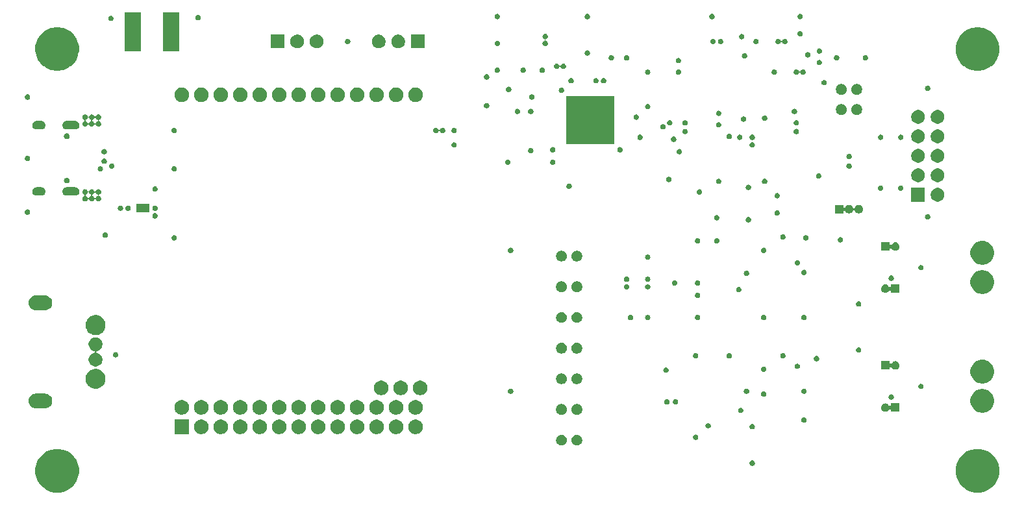
<source format=gbr>
%TF.GenerationSoftware,KiCad,Pcbnew,5.1.5*%
%TF.CreationDate,2020-01-11T17:38:31+01:00*%
%TF.ProjectId,can_breakout_pcb,63616e5f-6272-4656-916b-6f75745f7063,rev?*%
%TF.SameCoordinates,Original*%
%TF.FileFunction,Soldermask,Bot*%
%TF.FilePolarity,Negative*%
%FSLAX46Y46*%
G04 Gerber Fmt 4.6, Leading zero omitted, Abs format (unit mm)*
G04 Created by KiCad (PCBNEW 5.1.5) date 2020-01-11 17:38:31*
%MOMM*%
%LPD*%
G04 APERTURE LIST*
%ADD10C,0.100000*%
G04 APERTURE END LIST*
D10*
G36*
X234581606Y-109508562D02*
G01*
X235100455Y-109723476D01*
X235567407Y-110035484D01*
X235964516Y-110432593D01*
X236276524Y-110899545D01*
X236491438Y-111418394D01*
X236601000Y-111969201D01*
X236601000Y-112530799D01*
X236491438Y-113081606D01*
X236276524Y-113600455D01*
X235964516Y-114067407D01*
X235567407Y-114464516D01*
X235100455Y-114776524D01*
X234581606Y-114991438D01*
X234030800Y-115101000D01*
X233469200Y-115101000D01*
X232918394Y-114991438D01*
X232399545Y-114776524D01*
X231932593Y-114464516D01*
X231535484Y-114067407D01*
X231223476Y-113600455D01*
X231008562Y-113081606D01*
X230899000Y-112530799D01*
X230899000Y-111969201D01*
X231008562Y-111418394D01*
X231223476Y-110899545D01*
X231535484Y-110432593D01*
X231932593Y-110035484D01*
X232399545Y-109723476D01*
X232918394Y-109508562D01*
X233469200Y-109399000D01*
X234030800Y-109399000D01*
X234581606Y-109508562D01*
G37*
G36*
X114581606Y-109508562D02*
G01*
X115100455Y-109723476D01*
X115567407Y-110035484D01*
X115964516Y-110432593D01*
X116276524Y-110899545D01*
X116491438Y-111418394D01*
X116601000Y-111969201D01*
X116601000Y-112530799D01*
X116491438Y-113081606D01*
X116276524Y-113600455D01*
X115964516Y-114067407D01*
X115567407Y-114464516D01*
X115100455Y-114776524D01*
X114581606Y-114991438D01*
X114030800Y-115101000D01*
X113469200Y-115101000D01*
X112918394Y-114991438D01*
X112399545Y-114776524D01*
X111932593Y-114464516D01*
X111535484Y-114067407D01*
X111223476Y-113600455D01*
X111008562Y-113081606D01*
X110899000Y-112530799D01*
X110899000Y-111969201D01*
X111008562Y-111418394D01*
X111223476Y-110899545D01*
X111535484Y-110432593D01*
X111932593Y-110035484D01*
X112399545Y-109723476D01*
X112918394Y-109508562D01*
X113469200Y-109399000D01*
X114030800Y-109399000D01*
X114581606Y-109508562D01*
G37*
G36*
X204477383Y-110912489D02*
G01*
X204477386Y-110912490D01*
X204477385Y-110912490D01*
X204541258Y-110938946D01*
X204598748Y-110977360D01*
X204647640Y-111026252D01*
X204686054Y-111083742D01*
X204707624Y-111135818D01*
X204712511Y-111147617D01*
X204726000Y-111215430D01*
X204726000Y-111284570D01*
X204712511Y-111352383D01*
X204712510Y-111352385D01*
X204686054Y-111416258D01*
X204647640Y-111473748D01*
X204598748Y-111522640D01*
X204541258Y-111561054D01*
X204489182Y-111582624D01*
X204477383Y-111587511D01*
X204409570Y-111601000D01*
X204340430Y-111601000D01*
X204272617Y-111587511D01*
X204260818Y-111582624D01*
X204208742Y-111561054D01*
X204151252Y-111522640D01*
X204102360Y-111473748D01*
X204063946Y-111416258D01*
X204037490Y-111352385D01*
X204037489Y-111352383D01*
X204024000Y-111284570D01*
X204024000Y-111215430D01*
X204037489Y-111147617D01*
X204042376Y-111135818D01*
X204063946Y-111083742D01*
X204102360Y-111026252D01*
X204151252Y-110977360D01*
X204208742Y-110938946D01*
X204272615Y-110912490D01*
X204272614Y-110912490D01*
X204272617Y-110912489D01*
X204340430Y-110899000D01*
X204409570Y-110899000D01*
X204477383Y-110912489D01*
G37*
G36*
X181704473Y-107575938D02*
G01*
X181832049Y-107628782D01*
X181946859Y-107705495D01*
X182044505Y-107803141D01*
X182121218Y-107917951D01*
X182174062Y-108045527D01*
X182201000Y-108180956D01*
X182201000Y-108319044D01*
X182174062Y-108454473D01*
X182121218Y-108582049D01*
X182044505Y-108696859D01*
X181946859Y-108794505D01*
X181832049Y-108871218D01*
X181704473Y-108924062D01*
X181569044Y-108951000D01*
X181430956Y-108951000D01*
X181295527Y-108924062D01*
X181167951Y-108871218D01*
X181053141Y-108794505D01*
X180955495Y-108696859D01*
X180878782Y-108582049D01*
X180825938Y-108454473D01*
X180799000Y-108319044D01*
X180799000Y-108180956D01*
X180825938Y-108045527D01*
X180878782Y-107917951D01*
X180955495Y-107803141D01*
X181053141Y-107705495D01*
X181167951Y-107628782D01*
X181295527Y-107575938D01*
X181430956Y-107549000D01*
X181569044Y-107549000D01*
X181704473Y-107575938D01*
G37*
G36*
X179704473Y-107575938D02*
G01*
X179832049Y-107628782D01*
X179946859Y-107705495D01*
X180044505Y-107803141D01*
X180121218Y-107917951D01*
X180174062Y-108045527D01*
X180201000Y-108180956D01*
X180201000Y-108319044D01*
X180174062Y-108454473D01*
X180121218Y-108582049D01*
X180044505Y-108696859D01*
X179946859Y-108794505D01*
X179832049Y-108871218D01*
X179704473Y-108924062D01*
X179569044Y-108951000D01*
X179430956Y-108951000D01*
X179295527Y-108924062D01*
X179167951Y-108871218D01*
X179053141Y-108794505D01*
X178955495Y-108696859D01*
X178878782Y-108582049D01*
X178825938Y-108454473D01*
X178799000Y-108319044D01*
X178799000Y-108180956D01*
X178825938Y-108045527D01*
X178878782Y-107917951D01*
X178955495Y-107803141D01*
X179053141Y-107705495D01*
X179167951Y-107628782D01*
X179295527Y-107575938D01*
X179430956Y-107549000D01*
X179569044Y-107549000D01*
X179704473Y-107575938D01*
G37*
G36*
X197102383Y-107537489D02*
G01*
X197102386Y-107537490D01*
X197102385Y-107537490D01*
X197166258Y-107563946D01*
X197223748Y-107602360D01*
X197272640Y-107651252D01*
X197311054Y-107708742D01*
X197332624Y-107760818D01*
X197337511Y-107772617D01*
X197351000Y-107840430D01*
X197351000Y-107909570D01*
X197337511Y-107977383D01*
X197337510Y-107977385D01*
X197311054Y-108041258D01*
X197272640Y-108098748D01*
X197223748Y-108147640D01*
X197166258Y-108186054D01*
X197114182Y-108207624D01*
X197102383Y-108212511D01*
X197034570Y-108226000D01*
X196965430Y-108226000D01*
X196897617Y-108212511D01*
X196885818Y-108207624D01*
X196833742Y-108186054D01*
X196776252Y-108147640D01*
X196727360Y-108098748D01*
X196688946Y-108041258D01*
X196662490Y-107977385D01*
X196662489Y-107977383D01*
X196649000Y-107909570D01*
X196649000Y-107840430D01*
X196662489Y-107772617D01*
X196667376Y-107760818D01*
X196688946Y-107708742D01*
X196727360Y-107651252D01*
X196776252Y-107602360D01*
X196833742Y-107563946D01*
X196897615Y-107537490D01*
X196897614Y-107537490D01*
X196897617Y-107537489D01*
X196965430Y-107524000D01*
X197034570Y-107524000D01*
X197102383Y-107537489D01*
G37*
G36*
X148038995Y-105616346D02*
G01*
X148212066Y-105688034D01*
X148212067Y-105688035D01*
X148367827Y-105792110D01*
X148500290Y-105924573D01*
X148525639Y-105962511D01*
X148604366Y-106080334D01*
X148676054Y-106253405D01*
X148712600Y-106437133D01*
X148712600Y-106624467D01*
X148676054Y-106808195D01*
X148604366Y-106981266D01*
X148604365Y-106981267D01*
X148500290Y-107137027D01*
X148367827Y-107269490D01*
X148289418Y-107321881D01*
X148212066Y-107373566D01*
X148038995Y-107445254D01*
X147855267Y-107481800D01*
X147667933Y-107481800D01*
X147484205Y-107445254D01*
X147311134Y-107373566D01*
X147233782Y-107321881D01*
X147155373Y-107269490D01*
X147022910Y-107137027D01*
X146918835Y-106981267D01*
X146918834Y-106981266D01*
X146847146Y-106808195D01*
X146810600Y-106624467D01*
X146810600Y-106437133D01*
X146847146Y-106253405D01*
X146918834Y-106080334D01*
X146997561Y-105962511D01*
X147022910Y-105924573D01*
X147155373Y-105792110D01*
X147311133Y-105688035D01*
X147311134Y-105688034D01*
X147484205Y-105616346D01*
X147667933Y-105579800D01*
X147855267Y-105579800D01*
X148038995Y-105616346D01*
G37*
G36*
X158198995Y-105616346D02*
G01*
X158372066Y-105688034D01*
X158372067Y-105688035D01*
X158527827Y-105792110D01*
X158660290Y-105924573D01*
X158685639Y-105962511D01*
X158764366Y-106080334D01*
X158836054Y-106253405D01*
X158872600Y-106437133D01*
X158872600Y-106624467D01*
X158836054Y-106808195D01*
X158764366Y-106981266D01*
X158764365Y-106981267D01*
X158660290Y-107137027D01*
X158527827Y-107269490D01*
X158449418Y-107321881D01*
X158372066Y-107373566D01*
X158198995Y-107445254D01*
X158015267Y-107481800D01*
X157827933Y-107481800D01*
X157644205Y-107445254D01*
X157471134Y-107373566D01*
X157393782Y-107321881D01*
X157315373Y-107269490D01*
X157182910Y-107137027D01*
X157078835Y-106981267D01*
X157078834Y-106981266D01*
X157007146Y-106808195D01*
X156970600Y-106624467D01*
X156970600Y-106437133D01*
X157007146Y-106253405D01*
X157078834Y-106080334D01*
X157157561Y-105962511D01*
X157182910Y-105924573D01*
X157315373Y-105792110D01*
X157471133Y-105688035D01*
X157471134Y-105688034D01*
X157644205Y-105616346D01*
X157827933Y-105579800D01*
X158015267Y-105579800D01*
X158198995Y-105616346D01*
G37*
G36*
X155658995Y-105616346D02*
G01*
X155832066Y-105688034D01*
X155832067Y-105688035D01*
X155987827Y-105792110D01*
X156120290Y-105924573D01*
X156145639Y-105962511D01*
X156224366Y-106080334D01*
X156296054Y-106253405D01*
X156332600Y-106437133D01*
X156332600Y-106624467D01*
X156296054Y-106808195D01*
X156224366Y-106981266D01*
X156224365Y-106981267D01*
X156120290Y-107137027D01*
X155987827Y-107269490D01*
X155909418Y-107321881D01*
X155832066Y-107373566D01*
X155658995Y-107445254D01*
X155475267Y-107481800D01*
X155287933Y-107481800D01*
X155104205Y-107445254D01*
X154931134Y-107373566D01*
X154853782Y-107321881D01*
X154775373Y-107269490D01*
X154642910Y-107137027D01*
X154538835Y-106981267D01*
X154538834Y-106981266D01*
X154467146Y-106808195D01*
X154430600Y-106624467D01*
X154430600Y-106437133D01*
X154467146Y-106253405D01*
X154538834Y-106080334D01*
X154617561Y-105962511D01*
X154642910Y-105924573D01*
X154775373Y-105792110D01*
X154931133Y-105688035D01*
X154931134Y-105688034D01*
X155104205Y-105616346D01*
X155287933Y-105579800D01*
X155475267Y-105579800D01*
X155658995Y-105616346D01*
G37*
G36*
X153118995Y-105616346D02*
G01*
X153292066Y-105688034D01*
X153292067Y-105688035D01*
X153447827Y-105792110D01*
X153580290Y-105924573D01*
X153605639Y-105962511D01*
X153684366Y-106080334D01*
X153756054Y-106253405D01*
X153792600Y-106437133D01*
X153792600Y-106624467D01*
X153756054Y-106808195D01*
X153684366Y-106981266D01*
X153684365Y-106981267D01*
X153580290Y-107137027D01*
X153447827Y-107269490D01*
X153369418Y-107321881D01*
X153292066Y-107373566D01*
X153118995Y-107445254D01*
X152935267Y-107481800D01*
X152747933Y-107481800D01*
X152564205Y-107445254D01*
X152391134Y-107373566D01*
X152313782Y-107321881D01*
X152235373Y-107269490D01*
X152102910Y-107137027D01*
X151998835Y-106981267D01*
X151998834Y-106981266D01*
X151927146Y-106808195D01*
X151890600Y-106624467D01*
X151890600Y-106437133D01*
X151927146Y-106253405D01*
X151998834Y-106080334D01*
X152077561Y-105962511D01*
X152102910Y-105924573D01*
X152235373Y-105792110D01*
X152391133Y-105688035D01*
X152391134Y-105688034D01*
X152564205Y-105616346D01*
X152747933Y-105579800D01*
X152935267Y-105579800D01*
X153118995Y-105616346D01*
G37*
G36*
X160738995Y-105616346D02*
G01*
X160912066Y-105688034D01*
X160912067Y-105688035D01*
X161067827Y-105792110D01*
X161200290Y-105924573D01*
X161225639Y-105962511D01*
X161304366Y-106080334D01*
X161376054Y-106253405D01*
X161412600Y-106437133D01*
X161412600Y-106624467D01*
X161376054Y-106808195D01*
X161304366Y-106981266D01*
X161304365Y-106981267D01*
X161200290Y-107137027D01*
X161067827Y-107269490D01*
X160989418Y-107321881D01*
X160912066Y-107373566D01*
X160738995Y-107445254D01*
X160555267Y-107481800D01*
X160367933Y-107481800D01*
X160184205Y-107445254D01*
X160011134Y-107373566D01*
X159933782Y-107321881D01*
X159855373Y-107269490D01*
X159722910Y-107137027D01*
X159618835Y-106981267D01*
X159618834Y-106981266D01*
X159547146Y-106808195D01*
X159510600Y-106624467D01*
X159510600Y-106437133D01*
X159547146Y-106253405D01*
X159618834Y-106080334D01*
X159697561Y-105962511D01*
X159722910Y-105924573D01*
X159855373Y-105792110D01*
X160011133Y-105688035D01*
X160011134Y-105688034D01*
X160184205Y-105616346D01*
X160367933Y-105579800D01*
X160555267Y-105579800D01*
X160738995Y-105616346D01*
G37*
G36*
X150578995Y-105616346D02*
G01*
X150752066Y-105688034D01*
X150752067Y-105688035D01*
X150907827Y-105792110D01*
X151040290Y-105924573D01*
X151065639Y-105962511D01*
X151144366Y-106080334D01*
X151216054Y-106253405D01*
X151252600Y-106437133D01*
X151252600Y-106624467D01*
X151216054Y-106808195D01*
X151144366Y-106981266D01*
X151144365Y-106981267D01*
X151040290Y-107137027D01*
X150907827Y-107269490D01*
X150829418Y-107321881D01*
X150752066Y-107373566D01*
X150578995Y-107445254D01*
X150395267Y-107481800D01*
X150207933Y-107481800D01*
X150024205Y-107445254D01*
X149851134Y-107373566D01*
X149773782Y-107321881D01*
X149695373Y-107269490D01*
X149562910Y-107137027D01*
X149458835Y-106981267D01*
X149458834Y-106981266D01*
X149387146Y-106808195D01*
X149350600Y-106624467D01*
X149350600Y-106437133D01*
X149387146Y-106253405D01*
X149458834Y-106080334D01*
X149537561Y-105962511D01*
X149562910Y-105924573D01*
X149695373Y-105792110D01*
X149851133Y-105688035D01*
X149851134Y-105688034D01*
X150024205Y-105616346D01*
X150207933Y-105579800D01*
X150395267Y-105579800D01*
X150578995Y-105616346D01*
G37*
G36*
X145498995Y-105616346D02*
G01*
X145672066Y-105688034D01*
X145672067Y-105688035D01*
X145827827Y-105792110D01*
X145960290Y-105924573D01*
X145985639Y-105962511D01*
X146064366Y-106080334D01*
X146136054Y-106253405D01*
X146172600Y-106437133D01*
X146172600Y-106624467D01*
X146136054Y-106808195D01*
X146064366Y-106981266D01*
X146064365Y-106981267D01*
X145960290Y-107137027D01*
X145827827Y-107269490D01*
X145749418Y-107321881D01*
X145672066Y-107373566D01*
X145498995Y-107445254D01*
X145315267Y-107481800D01*
X145127933Y-107481800D01*
X144944205Y-107445254D01*
X144771134Y-107373566D01*
X144693782Y-107321881D01*
X144615373Y-107269490D01*
X144482910Y-107137027D01*
X144378835Y-106981267D01*
X144378834Y-106981266D01*
X144307146Y-106808195D01*
X144270600Y-106624467D01*
X144270600Y-106437133D01*
X144307146Y-106253405D01*
X144378834Y-106080334D01*
X144457561Y-105962511D01*
X144482910Y-105924573D01*
X144615373Y-105792110D01*
X144771133Y-105688035D01*
X144771134Y-105688034D01*
X144944205Y-105616346D01*
X145127933Y-105579800D01*
X145315267Y-105579800D01*
X145498995Y-105616346D01*
G37*
G36*
X130932600Y-107481800D02*
G01*
X129030600Y-107481800D01*
X129030600Y-105579800D01*
X130932600Y-105579800D01*
X130932600Y-107481800D01*
G37*
G36*
X132798995Y-105616346D02*
G01*
X132972066Y-105688034D01*
X132972067Y-105688035D01*
X133127827Y-105792110D01*
X133260290Y-105924573D01*
X133285639Y-105962511D01*
X133364366Y-106080334D01*
X133436054Y-106253405D01*
X133472600Y-106437133D01*
X133472600Y-106624467D01*
X133436054Y-106808195D01*
X133364366Y-106981266D01*
X133364365Y-106981267D01*
X133260290Y-107137027D01*
X133127827Y-107269490D01*
X133049418Y-107321881D01*
X132972066Y-107373566D01*
X132798995Y-107445254D01*
X132615267Y-107481800D01*
X132427933Y-107481800D01*
X132244205Y-107445254D01*
X132071134Y-107373566D01*
X131993782Y-107321881D01*
X131915373Y-107269490D01*
X131782910Y-107137027D01*
X131678835Y-106981267D01*
X131678834Y-106981266D01*
X131607146Y-106808195D01*
X131570600Y-106624467D01*
X131570600Y-106437133D01*
X131607146Y-106253405D01*
X131678834Y-106080334D01*
X131757561Y-105962511D01*
X131782910Y-105924573D01*
X131915373Y-105792110D01*
X132071133Y-105688035D01*
X132071134Y-105688034D01*
X132244205Y-105616346D01*
X132427933Y-105579800D01*
X132615267Y-105579800D01*
X132798995Y-105616346D01*
G37*
G36*
X135338995Y-105616346D02*
G01*
X135512066Y-105688034D01*
X135512067Y-105688035D01*
X135667827Y-105792110D01*
X135800290Y-105924573D01*
X135825639Y-105962511D01*
X135904366Y-106080334D01*
X135976054Y-106253405D01*
X136012600Y-106437133D01*
X136012600Y-106624467D01*
X135976054Y-106808195D01*
X135904366Y-106981266D01*
X135904365Y-106981267D01*
X135800290Y-107137027D01*
X135667827Y-107269490D01*
X135589418Y-107321881D01*
X135512066Y-107373566D01*
X135338995Y-107445254D01*
X135155267Y-107481800D01*
X134967933Y-107481800D01*
X134784205Y-107445254D01*
X134611134Y-107373566D01*
X134533782Y-107321881D01*
X134455373Y-107269490D01*
X134322910Y-107137027D01*
X134218835Y-106981267D01*
X134218834Y-106981266D01*
X134147146Y-106808195D01*
X134110600Y-106624467D01*
X134110600Y-106437133D01*
X134147146Y-106253405D01*
X134218834Y-106080334D01*
X134297561Y-105962511D01*
X134322910Y-105924573D01*
X134455373Y-105792110D01*
X134611133Y-105688035D01*
X134611134Y-105688034D01*
X134784205Y-105616346D01*
X134967933Y-105579800D01*
X135155267Y-105579800D01*
X135338995Y-105616346D01*
G37*
G36*
X137878995Y-105616346D02*
G01*
X138052066Y-105688034D01*
X138052067Y-105688035D01*
X138207827Y-105792110D01*
X138340290Y-105924573D01*
X138365639Y-105962511D01*
X138444366Y-106080334D01*
X138516054Y-106253405D01*
X138552600Y-106437133D01*
X138552600Y-106624467D01*
X138516054Y-106808195D01*
X138444366Y-106981266D01*
X138444365Y-106981267D01*
X138340290Y-107137027D01*
X138207827Y-107269490D01*
X138129418Y-107321881D01*
X138052066Y-107373566D01*
X137878995Y-107445254D01*
X137695267Y-107481800D01*
X137507933Y-107481800D01*
X137324205Y-107445254D01*
X137151134Y-107373566D01*
X137073782Y-107321881D01*
X136995373Y-107269490D01*
X136862910Y-107137027D01*
X136758835Y-106981267D01*
X136758834Y-106981266D01*
X136687146Y-106808195D01*
X136650600Y-106624467D01*
X136650600Y-106437133D01*
X136687146Y-106253405D01*
X136758834Y-106080334D01*
X136837561Y-105962511D01*
X136862910Y-105924573D01*
X136995373Y-105792110D01*
X137151133Y-105688035D01*
X137151134Y-105688034D01*
X137324205Y-105616346D01*
X137507933Y-105579800D01*
X137695267Y-105579800D01*
X137878995Y-105616346D01*
G37*
G36*
X140418995Y-105616346D02*
G01*
X140592066Y-105688034D01*
X140592067Y-105688035D01*
X140747827Y-105792110D01*
X140880290Y-105924573D01*
X140905639Y-105962511D01*
X140984366Y-106080334D01*
X141056054Y-106253405D01*
X141092600Y-106437133D01*
X141092600Y-106624467D01*
X141056054Y-106808195D01*
X140984366Y-106981266D01*
X140984365Y-106981267D01*
X140880290Y-107137027D01*
X140747827Y-107269490D01*
X140669418Y-107321881D01*
X140592066Y-107373566D01*
X140418995Y-107445254D01*
X140235267Y-107481800D01*
X140047933Y-107481800D01*
X139864205Y-107445254D01*
X139691134Y-107373566D01*
X139613782Y-107321881D01*
X139535373Y-107269490D01*
X139402910Y-107137027D01*
X139298835Y-106981267D01*
X139298834Y-106981266D01*
X139227146Y-106808195D01*
X139190600Y-106624467D01*
X139190600Y-106437133D01*
X139227146Y-106253405D01*
X139298834Y-106080334D01*
X139377561Y-105962511D01*
X139402910Y-105924573D01*
X139535373Y-105792110D01*
X139691133Y-105688035D01*
X139691134Y-105688034D01*
X139864205Y-105616346D01*
X140047933Y-105579800D01*
X140235267Y-105579800D01*
X140418995Y-105616346D01*
G37*
G36*
X142958995Y-105616346D02*
G01*
X143132066Y-105688034D01*
X143132067Y-105688035D01*
X143287827Y-105792110D01*
X143420290Y-105924573D01*
X143445639Y-105962511D01*
X143524366Y-106080334D01*
X143596054Y-106253405D01*
X143632600Y-106437133D01*
X143632600Y-106624467D01*
X143596054Y-106808195D01*
X143524366Y-106981266D01*
X143524365Y-106981267D01*
X143420290Y-107137027D01*
X143287827Y-107269490D01*
X143209418Y-107321881D01*
X143132066Y-107373566D01*
X142958995Y-107445254D01*
X142775267Y-107481800D01*
X142587933Y-107481800D01*
X142404205Y-107445254D01*
X142231134Y-107373566D01*
X142153782Y-107321881D01*
X142075373Y-107269490D01*
X141942910Y-107137027D01*
X141838835Y-106981267D01*
X141838834Y-106981266D01*
X141767146Y-106808195D01*
X141730600Y-106624467D01*
X141730600Y-106437133D01*
X141767146Y-106253405D01*
X141838834Y-106080334D01*
X141917561Y-105962511D01*
X141942910Y-105924573D01*
X142075373Y-105792110D01*
X142231133Y-105688035D01*
X142231134Y-105688034D01*
X142404205Y-105616346D01*
X142587933Y-105579800D01*
X142775267Y-105579800D01*
X142958995Y-105616346D01*
G37*
G36*
X204477383Y-106162489D02*
G01*
X204477386Y-106162490D01*
X204477385Y-106162490D01*
X204541258Y-106188946D01*
X204598748Y-106227360D01*
X204647640Y-106276252D01*
X204686054Y-106333742D01*
X204707624Y-106385818D01*
X204712511Y-106397617D01*
X204726000Y-106465430D01*
X204726000Y-106534570D01*
X204712511Y-106602383D01*
X204712510Y-106602385D01*
X204686054Y-106666258D01*
X204647640Y-106723748D01*
X204598748Y-106772640D01*
X204541258Y-106811054D01*
X204489182Y-106832624D01*
X204477383Y-106837511D01*
X204409570Y-106851000D01*
X204340430Y-106851000D01*
X204272617Y-106837511D01*
X204260818Y-106832624D01*
X204208742Y-106811054D01*
X204151252Y-106772640D01*
X204102360Y-106723748D01*
X204063946Y-106666258D01*
X204037490Y-106602385D01*
X204037489Y-106602383D01*
X204024000Y-106534570D01*
X204024000Y-106465430D01*
X204037489Y-106397617D01*
X204042376Y-106385818D01*
X204063946Y-106333742D01*
X204102360Y-106276252D01*
X204151252Y-106227360D01*
X204208742Y-106188946D01*
X204272615Y-106162490D01*
X204272614Y-106162490D01*
X204272617Y-106162489D01*
X204340430Y-106149000D01*
X204409570Y-106149000D01*
X204477383Y-106162489D01*
G37*
G36*
X198727383Y-106037489D02*
G01*
X198727386Y-106037490D01*
X198727385Y-106037490D01*
X198791258Y-106063946D01*
X198848748Y-106102360D01*
X198897640Y-106151252D01*
X198936054Y-106208742D01*
X198954553Y-106253404D01*
X198962511Y-106272617D01*
X198976000Y-106340430D01*
X198976000Y-106409570D01*
X198962511Y-106477383D01*
X198962510Y-106477385D01*
X198936054Y-106541258D01*
X198897640Y-106598748D01*
X198848748Y-106647640D01*
X198791258Y-106686054D01*
X198739182Y-106707624D01*
X198727383Y-106712511D01*
X198659570Y-106726000D01*
X198590430Y-106726000D01*
X198522617Y-106712511D01*
X198510818Y-106707624D01*
X198458742Y-106686054D01*
X198401252Y-106647640D01*
X198352360Y-106598748D01*
X198313946Y-106541258D01*
X198287490Y-106477385D01*
X198287489Y-106477383D01*
X198274000Y-106409570D01*
X198274000Y-106340430D01*
X198287489Y-106272617D01*
X198295447Y-106253404D01*
X198313946Y-106208742D01*
X198352360Y-106151252D01*
X198401252Y-106102360D01*
X198458742Y-106063946D01*
X198522615Y-106037490D01*
X198522614Y-106037490D01*
X198522617Y-106037489D01*
X198590430Y-106024000D01*
X198659570Y-106024000D01*
X198727383Y-106037489D01*
G37*
G36*
X211227383Y-105287489D02*
G01*
X211227386Y-105287490D01*
X211227385Y-105287490D01*
X211291258Y-105313946D01*
X211348748Y-105352360D01*
X211397640Y-105401252D01*
X211436054Y-105458742D01*
X211457624Y-105510818D01*
X211462511Y-105522617D01*
X211476000Y-105590430D01*
X211476000Y-105659570D01*
X211462511Y-105727383D01*
X211462510Y-105727385D01*
X211436054Y-105791258D01*
X211397640Y-105848748D01*
X211348748Y-105897640D01*
X211291258Y-105936054D01*
X211239182Y-105957624D01*
X211227383Y-105962511D01*
X211159570Y-105976000D01*
X211090430Y-105976000D01*
X211022617Y-105962511D01*
X211010818Y-105957624D01*
X210958742Y-105936054D01*
X210901252Y-105897640D01*
X210852360Y-105848748D01*
X210813946Y-105791258D01*
X210787490Y-105727385D01*
X210787489Y-105727383D01*
X210774000Y-105659570D01*
X210774000Y-105590430D01*
X210787489Y-105522617D01*
X210792376Y-105510818D01*
X210813946Y-105458742D01*
X210852360Y-105401252D01*
X210901252Y-105352360D01*
X210958742Y-105313946D01*
X211022615Y-105287490D01*
X211022614Y-105287490D01*
X211022617Y-105287489D01*
X211090430Y-105274000D01*
X211159570Y-105274000D01*
X211227383Y-105287489D01*
G37*
G36*
X181704473Y-103575938D02*
G01*
X181832049Y-103628782D01*
X181946859Y-103705495D01*
X182044505Y-103803141D01*
X182121218Y-103917951D01*
X182174062Y-104045527D01*
X182201000Y-104180956D01*
X182201000Y-104319044D01*
X182174062Y-104454473D01*
X182121218Y-104582049D01*
X182044505Y-104696859D01*
X181946859Y-104794505D01*
X181832049Y-104871218D01*
X181704473Y-104924062D01*
X181569044Y-104951000D01*
X181430956Y-104951000D01*
X181295527Y-104924062D01*
X181167951Y-104871218D01*
X181053141Y-104794505D01*
X180955495Y-104696859D01*
X180878782Y-104582049D01*
X180825938Y-104454473D01*
X180799000Y-104319044D01*
X180799000Y-104180956D01*
X180825938Y-104045527D01*
X180878782Y-103917951D01*
X180955495Y-103803141D01*
X181053141Y-103705495D01*
X181167951Y-103628782D01*
X181295527Y-103575938D01*
X181430956Y-103549000D01*
X181569044Y-103549000D01*
X181704473Y-103575938D01*
G37*
G36*
X179704473Y-103575938D02*
G01*
X179832049Y-103628782D01*
X179946859Y-103705495D01*
X180044505Y-103803141D01*
X180121218Y-103917951D01*
X180174062Y-104045527D01*
X180201000Y-104180956D01*
X180201000Y-104319044D01*
X180174062Y-104454473D01*
X180121218Y-104582049D01*
X180044505Y-104696859D01*
X179946859Y-104794505D01*
X179832049Y-104871218D01*
X179704473Y-104924062D01*
X179569044Y-104951000D01*
X179430956Y-104951000D01*
X179295527Y-104924062D01*
X179167951Y-104871218D01*
X179053141Y-104794505D01*
X178955495Y-104696859D01*
X178878782Y-104582049D01*
X178825938Y-104454473D01*
X178799000Y-104319044D01*
X178799000Y-104180956D01*
X178825938Y-104045527D01*
X178878782Y-103917951D01*
X178955495Y-103803141D01*
X179053141Y-103705495D01*
X179167951Y-103628782D01*
X179295527Y-103575938D01*
X179430956Y-103549000D01*
X179569044Y-103549000D01*
X179704473Y-103575938D01*
G37*
G36*
X160738995Y-103076346D02*
G01*
X160912066Y-103148034D01*
X160912067Y-103148035D01*
X161067827Y-103252110D01*
X161200290Y-103384573D01*
X161252681Y-103462982D01*
X161304366Y-103540334D01*
X161376054Y-103713405D01*
X161412600Y-103897133D01*
X161412600Y-104084467D01*
X161376054Y-104268195D01*
X161304366Y-104441266D01*
X161272945Y-104488291D01*
X161200290Y-104597027D01*
X161067827Y-104729490D01*
X160989418Y-104781881D01*
X160912066Y-104833566D01*
X160738995Y-104905254D01*
X160555267Y-104941800D01*
X160367933Y-104941800D01*
X160184205Y-104905254D01*
X160011134Y-104833566D01*
X159933782Y-104781881D01*
X159855373Y-104729490D01*
X159722910Y-104597027D01*
X159650255Y-104488291D01*
X159618834Y-104441266D01*
X159547146Y-104268195D01*
X159510600Y-104084467D01*
X159510600Y-103897133D01*
X159547146Y-103713405D01*
X159618834Y-103540334D01*
X159670519Y-103462982D01*
X159722910Y-103384573D01*
X159855373Y-103252110D01*
X160011133Y-103148035D01*
X160011134Y-103148034D01*
X160184205Y-103076346D01*
X160367933Y-103039800D01*
X160555267Y-103039800D01*
X160738995Y-103076346D01*
G37*
G36*
X132798995Y-103076346D02*
G01*
X132972066Y-103148034D01*
X132972067Y-103148035D01*
X133127827Y-103252110D01*
X133260290Y-103384573D01*
X133312681Y-103462982D01*
X133364366Y-103540334D01*
X133436054Y-103713405D01*
X133472600Y-103897133D01*
X133472600Y-104084467D01*
X133436054Y-104268195D01*
X133364366Y-104441266D01*
X133332945Y-104488291D01*
X133260290Y-104597027D01*
X133127827Y-104729490D01*
X133049418Y-104781881D01*
X132972066Y-104833566D01*
X132798995Y-104905254D01*
X132615267Y-104941800D01*
X132427933Y-104941800D01*
X132244205Y-104905254D01*
X132071134Y-104833566D01*
X131993782Y-104781881D01*
X131915373Y-104729490D01*
X131782910Y-104597027D01*
X131710255Y-104488291D01*
X131678834Y-104441266D01*
X131607146Y-104268195D01*
X131570600Y-104084467D01*
X131570600Y-103897133D01*
X131607146Y-103713405D01*
X131678834Y-103540334D01*
X131730519Y-103462982D01*
X131782910Y-103384573D01*
X131915373Y-103252110D01*
X132071133Y-103148035D01*
X132071134Y-103148034D01*
X132244205Y-103076346D01*
X132427933Y-103039800D01*
X132615267Y-103039800D01*
X132798995Y-103076346D01*
G37*
G36*
X135338995Y-103076346D02*
G01*
X135512066Y-103148034D01*
X135512067Y-103148035D01*
X135667827Y-103252110D01*
X135800290Y-103384573D01*
X135852681Y-103462982D01*
X135904366Y-103540334D01*
X135976054Y-103713405D01*
X136012600Y-103897133D01*
X136012600Y-104084467D01*
X135976054Y-104268195D01*
X135904366Y-104441266D01*
X135872945Y-104488291D01*
X135800290Y-104597027D01*
X135667827Y-104729490D01*
X135589418Y-104781881D01*
X135512066Y-104833566D01*
X135338995Y-104905254D01*
X135155267Y-104941800D01*
X134967933Y-104941800D01*
X134784205Y-104905254D01*
X134611134Y-104833566D01*
X134533782Y-104781881D01*
X134455373Y-104729490D01*
X134322910Y-104597027D01*
X134250255Y-104488291D01*
X134218834Y-104441266D01*
X134147146Y-104268195D01*
X134110600Y-104084467D01*
X134110600Y-103897133D01*
X134147146Y-103713405D01*
X134218834Y-103540334D01*
X134270519Y-103462982D01*
X134322910Y-103384573D01*
X134455373Y-103252110D01*
X134611133Y-103148035D01*
X134611134Y-103148034D01*
X134784205Y-103076346D01*
X134967933Y-103039800D01*
X135155267Y-103039800D01*
X135338995Y-103076346D01*
G37*
G36*
X130258995Y-103076346D02*
G01*
X130432066Y-103148034D01*
X130432067Y-103148035D01*
X130587827Y-103252110D01*
X130720290Y-103384573D01*
X130772681Y-103462982D01*
X130824366Y-103540334D01*
X130896054Y-103713405D01*
X130932600Y-103897133D01*
X130932600Y-104084467D01*
X130896054Y-104268195D01*
X130824366Y-104441266D01*
X130792945Y-104488291D01*
X130720290Y-104597027D01*
X130587827Y-104729490D01*
X130509418Y-104781881D01*
X130432066Y-104833566D01*
X130258995Y-104905254D01*
X130075267Y-104941800D01*
X129887933Y-104941800D01*
X129704205Y-104905254D01*
X129531134Y-104833566D01*
X129453782Y-104781881D01*
X129375373Y-104729490D01*
X129242910Y-104597027D01*
X129170255Y-104488291D01*
X129138834Y-104441266D01*
X129067146Y-104268195D01*
X129030600Y-104084467D01*
X129030600Y-103897133D01*
X129067146Y-103713405D01*
X129138834Y-103540334D01*
X129190519Y-103462982D01*
X129242910Y-103384573D01*
X129375373Y-103252110D01*
X129531133Y-103148035D01*
X129531134Y-103148034D01*
X129704205Y-103076346D01*
X129887933Y-103039800D01*
X130075267Y-103039800D01*
X130258995Y-103076346D01*
G37*
G36*
X140418995Y-103076346D02*
G01*
X140592066Y-103148034D01*
X140592067Y-103148035D01*
X140747827Y-103252110D01*
X140880290Y-103384573D01*
X140932681Y-103462982D01*
X140984366Y-103540334D01*
X141056054Y-103713405D01*
X141092600Y-103897133D01*
X141092600Y-104084467D01*
X141056054Y-104268195D01*
X140984366Y-104441266D01*
X140952945Y-104488291D01*
X140880290Y-104597027D01*
X140747827Y-104729490D01*
X140669418Y-104781881D01*
X140592066Y-104833566D01*
X140418995Y-104905254D01*
X140235267Y-104941800D01*
X140047933Y-104941800D01*
X139864205Y-104905254D01*
X139691134Y-104833566D01*
X139613782Y-104781881D01*
X139535373Y-104729490D01*
X139402910Y-104597027D01*
X139330255Y-104488291D01*
X139298834Y-104441266D01*
X139227146Y-104268195D01*
X139190600Y-104084467D01*
X139190600Y-103897133D01*
X139227146Y-103713405D01*
X139298834Y-103540334D01*
X139350519Y-103462982D01*
X139402910Y-103384573D01*
X139535373Y-103252110D01*
X139691133Y-103148035D01*
X139691134Y-103148034D01*
X139864205Y-103076346D01*
X140047933Y-103039800D01*
X140235267Y-103039800D01*
X140418995Y-103076346D01*
G37*
G36*
X153118995Y-103076346D02*
G01*
X153292066Y-103148034D01*
X153292067Y-103148035D01*
X153447827Y-103252110D01*
X153580290Y-103384573D01*
X153632681Y-103462982D01*
X153684366Y-103540334D01*
X153756054Y-103713405D01*
X153792600Y-103897133D01*
X153792600Y-104084467D01*
X153756054Y-104268195D01*
X153684366Y-104441266D01*
X153652945Y-104488291D01*
X153580290Y-104597027D01*
X153447827Y-104729490D01*
X153369418Y-104781881D01*
X153292066Y-104833566D01*
X153118995Y-104905254D01*
X152935267Y-104941800D01*
X152747933Y-104941800D01*
X152564205Y-104905254D01*
X152391134Y-104833566D01*
X152313782Y-104781881D01*
X152235373Y-104729490D01*
X152102910Y-104597027D01*
X152030255Y-104488291D01*
X151998834Y-104441266D01*
X151927146Y-104268195D01*
X151890600Y-104084467D01*
X151890600Y-103897133D01*
X151927146Y-103713405D01*
X151998834Y-103540334D01*
X152050519Y-103462982D01*
X152102910Y-103384573D01*
X152235373Y-103252110D01*
X152391133Y-103148035D01*
X152391134Y-103148034D01*
X152564205Y-103076346D01*
X152747933Y-103039800D01*
X152935267Y-103039800D01*
X153118995Y-103076346D01*
G37*
G36*
X145498995Y-103076346D02*
G01*
X145672066Y-103148034D01*
X145672067Y-103148035D01*
X145827827Y-103252110D01*
X145960290Y-103384573D01*
X146012681Y-103462982D01*
X146064366Y-103540334D01*
X146136054Y-103713405D01*
X146172600Y-103897133D01*
X146172600Y-104084467D01*
X146136054Y-104268195D01*
X146064366Y-104441266D01*
X146032945Y-104488291D01*
X145960290Y-104597027D01*
X145827827Y-104729490D01*
X145749418Y-104781881D01*
X145672066Y-104833566D01*
X145498995Y-104905254D01*
X145315267Y-104941800D01*
X145127933Y-104941800D01*
X144944205Y-104905254D01*
X144771134Y-104833566D01*
X144693782Y-104781881D01*
X144615373Y-104729490D01*
X144482910Y-104597027D01*
X144410255Y-104488291D01*
X144378834Y-104441266D01*
X144307146Y-104268195D01*
X144270600Y-104084467D01*
X144270600Y-103897133D01*
X144307146Y-103713405D01*
X144378834Y-103540334D01*
X144430519Y-103462982D01*
X144482910Y-103384573D01*
X144615373Y-103252110D01*
X144771133Y-103148035D01*
X144771134Y-103148034D01*
X144944205Y-103076346D01*
X145127933Y-103039800D01*
X145315267Y-103039800D01*
X145498995Y-103076346D01*
G37*
G36*
X158198995Y-103076346D02*
G01*
X158372066Y-103148034D01*
X158372067Y-103148035D01*
X158527827Y-103252110D01*
X158660290Y-103384573D01*
X158712681Y-103462982D01*
X158764366Y-103540334D01*
X158836054Y-103713405D01*
X158872600Y-103897133D01*
X158872600Y-104084467D01*
X158836054Y-104268195D01*
X158764366Y-104441266D01*
X158732945Y-104488291D01*
X158660290Y-104597027D01*
X158527827Y-104729490D01*
X158449418Y-104781881D01*
X158372066Y-104833566D01*
X158198995Y-104905254D01*
X158015267Y-104941800D01*
X157827933Y-104941800D01*
X157644205Y-104905254D01*
X157471134Y-104833566D01*
X157393782Y-104781881D01*
X157315373Y-104729490D01*
X157182910Y-104597027D01*
X157110255Y-104488291D01*
X157078834Y-104441266D01*
X157007146Y-104268195D01*
X156970600Y-104084467D01*
X156970600Y-103897133D01*
X157007146Y-103713405D01*
X157078834Y-103540334D01*
X157130519Y-103462982D01*
X157182910Y-103384573D01*
X157315373Y-103252110D01*
X157471133Y-103148035D01*
X157471134Y-103148034D01*
X157644205Y-103076346D01*
X157827933Y-103039800D01*
X158015267Y-103039800D01*
X158198995Y-103076346D01*
G37*
G36*
X148038995Y-103076346D02*
G01*
X148212066Y-103148034D01*
X148212067Y-103148035D01*
X148367827Y-103252110D01*
X148500290Y-103384573D01*
X148552681Y-103462982D01*
X148604366Y-103540334D01*
X148676054Y-103713405D01*
X148712600Y-103897133D01*
X148712600Y-104084467D01*
X148676054Y-104268195D01*
X148604366Y-104441266D01*
X148572945Y-104488291D01*
X148500290Y-104597027D01*
X148367827Y-104729490D01*
X148289418Y-104781881D01*
X148212066Y-104833566D01*
X148038995Y-104905254D01*
X147855267Y-104941800D01*
X147667933Y-104941800D01*
X147484205Y-104905254D01*
X147311134Y-104833566D01*
X147233782Y-104781881D01*
X147155373Y-104729490D01*
X147022910Y-104597027D01*
X146950255Y-104488291D01*
X146918834Y-104441266D01*
X146847146Y-104268195D01*
X146810600Y-104084467D01*
X146810600Y-103897133D01*
X146847146Y-103713405D01*
X146918834Y-103540334D01*
X146970519Y-103462982D01*
X147022910Y-103384573D01*
X147155373Y-103252110D01*
X147311133Y-103148035D01*
X147311134Y-103148034D01*
X147484205Y-103076346D01*
X147667933Y-103039800D01*
X147855267Y-103039800D01*
X148038995Y-103076346D01*
G37*
G36*
X142958995Y-103076346D02*
G01*
X143132066Y-103148034D01*
X143132067Y-103148035D01*
X143287827Y-103252110D01*
X143420290Y-103384573D01*
X143472681Y-103462982D01*
X143524366Y-103540334D01*
X143596054Y-103713405D01*
X143632600Y-103897133D01*
X143632600Y-104084467D01*
X143596054Y-104268195D01*
X143524366Y-104441266D01*
X143492945Y-104488291D01*
X143420290Y-104597027D01*
X143287827Y-104729490D01*
X143209418Y-104781881D01*
X143132066Y-104833566D01*
X142958995Y-104905254D01*
X142775267Y-104941800D01*
X142587933Y-104941800D01*
X142404205Y-104905254D01*
X142231134Y-104833566D01*
X142153782Y-104781881D01*
X142075373Y-104729490D01*
X141942910Y-104597027D01*
X141870255Y-104488291D01*
X141838834Y-104441266D01*
X141767146Y-104268195D01*
X141730600Y-104084467D01*
X141730600Y-103897133D01*
X141767146Y-103713405D01*
X141838834Y-103540334D01*
X141890519Y-103462982D01*
X141942910Y-103384573D01*
X142075373Y-103252110D01*
X142231133Y-103148035D01*
X142231134Y-103148034D01*
X142404205Y-103076346D01*
X142587933Y-103039800D01*
X142775267Y-103039800D01*
X142958995Y-103076346D01*
G37*
G36*
X137878995Y-103076346D02*
G01*
X138052066Y-103148034D01*
X138052067Y-103148035D01*
X138207827Y-103252110D01*
X138340290Y-103384573D01*
X138392681Y-103462982D01*
X138444366Y-103540334D01*
X138516054Y-103713405D01*
X138552600Y-103897133D01*
X138552600Y-104084467D01*
X138516054Y-104268195D01*
X138444366Y-104441266D01*
X138412945Y-104488291D01*
X138340290Y-104597027D01*
X138207827Y-104729490D01*
X138129418Y-104781881D01*
X138052066Y-104833566D01*
X137878995Y-104905254D01*
X137695267Y-104941800D01*
X137507933Y-104941800D01*
X137324205Y-104905254D01*
X137151134Y-104833566D01*
X137073782Y-104781881D01*
X136995373Y-104729490D01*
X136862910Y-104597027D01*
X136790255Y-104488291D01*
X136758834Y-104441266D01*
X136687146Y-104268195D01*
X136650600Y-104084467D01*
X136650600Y-103897133D01*
X136687146Y-103713405D01*
X136758834Y-103540334D01*
X136810519Y-103462982D01*
X136862910Y-103384573D01*
X136995373Y-103252110D01*
X137151133Y-103148035D01*
X137151134Y-103148034D01*
X137324205Y-103076346D01*
X137507933Y-103039800D01*
X137695267Y-103039800D01*
X137878995Y-103076346D01*
G37*
G36*
X155658995Y-103076346D02*
G01*
X155832066Y-103148034D01*
X155832067Y-103148035D01*
X155987827Y-103252110D01*
X156120290Y-103384573D01*
X156172681Y-103462982D01*
X156224366Y-103540334D01*
X156296054Y-103713405D01*
X156332600Y-103897133D01*
X156332600Y-104084467D01*
X156296054Y-104268195D01*
X156224366Y-104441266D01*
X156192945Y-104488291D01*
X156120290Y-104597027D01*
X155987827Y-104729490D01*
X155909418Y-104781881D01*
X155832066Y-104833566D01*
X155658995Y-104905254D01*
X155475267Y-104941800D01*
X155287933Y-104941800D01*
X155104205Y-104905254D01*
X154931134Y-104833566D01*
X154853782Y-104781881D01*
X154775373Y-104729490D01*
X154642910Y-104597027D01*
X154570255Y-104488291D01*
X154538834Y-104441266D01*
X154467146Y-104268195D01*
X154430600Y-104084467D01*
X154430600Y-103897133D01*
X154467146Y-103713405D01*
X154538834Y-103540334D01*
X154590519Y-103462982D01*
X154642910Y-103384573D01*
X154775373Y-103252110D01*
X154931133Y-103148035D01*
X154931134Y-103148034D01*
X155104205Y-103076346D01*
X155287933Y-103039800D01*
X155475267Y-103039800D01*
X155658995Y-103076346D01*
G37*
G36*
X150578995Y-103076346D02*
G01*
X150752066Y-103148034D01*
X150752067Y-103148035D01*
X150907827Y-103252110D01*
X151040290Y-103384573D01*
X151092681Y-103462982D01*
X151144366Y-103540334D01*
X151216054Y-103713405D01*
X151252600Y-103897133D01*
X151252600Y-104084467D01*
X151216054Y-104268195D01*
X151144366Y-104441266D01*
X151112945Y-104488291D01*
X151040290Y-104597027D01*
X150907827Y-104729490D01*
X150829418Y-104781881D01*
X150752066Y-104833566D01*
X150578995Y-104905254D01*
X150395267Y-104941800D01*
X150207933Y-104941800D01*
X150024205Y-104905254D01*
X149851134Y-104833566D01*
X149773782Y-104781881D01*
X149695373Y-104729490D01*
X149562910Y-104597027D01*
X149490255Y-104488291D01*
X149458834Y-104441266D01*
X149387146Y-104268195D01*
X149350600Y-104084467D01*
X149350600Y-103897133D01*
X149387146Y-103713405D01*
X149458834Y-103540334D01*
X149510519Y-103462982D01*
X149562910Y-103384573D01*
X149695373Y-103252110D01*
X149851133Y-103148035D01*
X149851134Y-103148034D01*
X150024205Y-103076346D01*
X150207933Y-103039800D01*
X150395267Y-103039800D01*
X150578995Y-103076346D01*
G37*
G36*
X202977383Y-104037489D02*
G01*
X202977386Y-104037490D01*
X202977385Y-104037490D01*
X203041258Y-104063946D01*
X203098748Y-104102360D01*
X203147640Y-104151252D01*
X203186054Y-104208742D01*
X203192311Y-104223849D01*
X203212511Y-104272617D01*
X203226000Y-104340430D01*
X203226000Y-104409570D01*
X203212511Y-104477383D01*
X203212510Y-104477385D01*
X203186054Y-104541258D01*
X203147640Y-104598748D01*
X203098748Y-104647640D01*
X203041258Y-104686054D01*
X202989182Y-104707624D01*
X202977383Y-104712511D01*
X202909570Y-104726000D01*
X202840430Y-104726000D01*
X202772617Y-104712511D01*
X202760818Y-104707624D01*
X202708742Y-104686054D01*
X202651252Y-104647640D01*
X202602360Y-104598748D01*
X202563946Y-104541258D01*
X202537490Y-104477385D01*
X202537489Y-104477383D01*
X202524000Y-104409570D01*
X202524000Y-104340430D01*
X202537489Y-104272617D01*
X202557689Y-104223849D01*
X202563946Y-104208742D01*
X202602360Y-104151252D01*
X202651252Y-104102360D01*
X202708742Y-104063946D01*
X202772615Y-104037490D01*
X202772614Y-104037490D01*
X202772617Y-104037489D01*
X202840430Y-104024000D01*
X202909570Y-104024000D01*
X202977383Y-104037489D01*
G37*
G36*
X234677585Y-101613802D02*
G01*
X234827410Y-101643604D01*
X235109674Y-101760521D01*
X235363705Y-101930259D01*
X235579741Y-102146295D01*
X235749479Y-102400326D01*
X235866396Y-102682590D01*
X235866396Y-102682591D01*
X235925030Y-102977360D01*
X235926000Y-102982240D01*
X235926000Y-103287760D01*
X235866396Y-103587410D01*
X235749479Y-103869674D01*
X235579741Y-104123705D01*
X235363705Y-104339741D01*
X235109674Y-104509479D01*
X234827410Y-104626396D01*
X234720614Y-104647639D01*
X234527761Y-104686000D01*
X234222239Y-104686000D01*
X234029386Y-104647639D01*
X233922590Y-104626396D01*
X233640326Y-104509479D01*
X233386295Y-104339741D01*
X233170259Y-104123705D01*
X233000521Y-103869674D01*
X232883604Y-103587410D01*
X232824000Y-103287760D01*
X232824000Y-102982240D01*
X232824971Y-102977360D01*
X232883604Y-102682591D01*
X232883604Y-102682590D01*
X233000521Y-102400326D01*
X233170259Y-102146295D01*
X233386295Y-101930259D01*
X233640326Y-101760521D01*
X233922590Y-101643604D01*
X234072415Y-101613802D01*
X234222239Y-101584000D01*
X234527761Y-101584000D01*
X234677585Y-101613802D01*
G37*
G36*
X221890721Y-103470174D02*
G01*
X221990995Y-103511709D01*
X221990996Y-103511710D01*
X222081242Y-103572010D01*
X222157990Y-103648758D01*
X222157991Y-103648760D01*
X222220068Y-103741664D01*
X222235614Y-103760606D01*
X222254556Y-103776151D01*
X222276167Y-103787702D01*
X222299615Y-103794815D01*
X222324002Y-103797217D01*
X222348388Y-103794815D01*
X222371837Y-103787702D01*
X222393447Y-103776151D01*
X222412389Y-103760605D01*
X222427934Y-103741663D01*
X222439485Y-103720052D01*
X222446598Y-103696604D01*
X222449000Y-103672218D01*
X222449000Y-103449000D01*
X223551000Y-103449000D01*
X223551000Y-104551000D01*
X222449000Y-104551000D01*
X222449000Y-104327782D01*
X222446598Y-104303396D01*
X222439485Y-104279947D01*
X222427934Y-104258336D01*
X222412389Y-104239394D01*
X222393447Y-104223849D01*
X222371836Y-104212298D01*
X222348387Y-104205185D01*
X222324001Y-104202783D01*
X222299615Y-104205185D01*
X222276166Y-104212298D01*
X222254555Y-104223849D01*
X222235613Y-104239394D01*
X222220068Y-104258336D01*
X222179505Y-104319042D01*
X222157990Y-104351242D01*
X222081242Y-104427990D01*
X222061373Y-104441266D01*
X221990995Y-104488291D01*
X221890721Y-104529826D01*
X221784270Y-104551000D01*
X221675730Y-104551000D01*
X221569279Y-104529826D01*
X221469005Y-104488291D01*
X221398627Y-104441266D01*
X221378758Y-104427990D01*
X221302010Y-104351242D01*
X221270041Y-104303396D01*
X221241709Y-104260995D01*
X221200174Y-104160721D01*
X221179000Y-104054270D01*
X221179000Y-103945730D01*
X221200174Y-103839279D01*
X221241709Y-103739005D01*
X221302009Y-103648760D01*
X221302010Y-103648758D01*
X221378758Y-103572010D01*
X221469004Y-103511710D01*
X221469005Y-103511709D01*
X221569279Y-103470174D01*
X221675730Y-103449000D01*
X221784270Y-103449000D01*
X221890721Y-103470174D01*
G37*
G36*
X112336425Y-102212760D02*
G01*
X112336428Y-102212761D01*
X112336429Y-102212761D01*
X112515693Y-102267140D01*
X112515696Y-102267142D01*
X112515697Y-102267142D01*
X112680903Y-102355446D01*
X112825712Y-102474288D01*
X112944554Y-102619097D01*
X113032858Y-102784303D01*
X113032860Y-102784307D01*
X113086917Y-102962510D01*
X113087240Y-102963575D01*
X113105601Y-103150000D01*
X113087240Y-103336425D01*
X113087239Y-103336428D01*
X113087239Y-103336429D01*
X113032860Y-103515693D01*
X113032858Y-103515696D01*
X113032858Y-103515697D01*
X112944554Y-103680903D01*
X112825712Y-103825712D01*
X112680903Y-103944554D01*
X112532269Y-104024000D01*
X112515693Y-104032860D01*
X112336429Y-104087239D01*
X112336428Y-104087239D01*
X112336425Y-104087240D01*
X112196718Y-104101000D01*
X110903282Y-104101000D01*
X110763575Y-104087240D01*
X110763572Y-104087239D01*
X110763571Y-104087239D01*
X110584307Y-104032860D01*
X110567731Y-104024000D01*
X110419097Y-103944554D01*
X110274288Y-103825712D01*
X110155446Y-103680903D01*
X110067142Y-103515697D01*
X110067142Y-103515696D01*
X110067140Y-103515693D01*
X110012761Y-103336429D01*
X110012761Y-103336428D01*
X110012760Y-103336425D01*
X109994399Y-103150000D01*
X110012760Y-102963575D01*
X110013083Y-102962510D01*
X110067140Y-102784307D01*
X110067142Y-102784303D01*
X110155446Y-102619097D01*
X110274288Y-102474288D01*
X110419097Y-102355446D01*
X110584303Y-102267142D01*
X110584304Y-102267142D01*
X110584307Y-102267140D01*
X110763571Y-102212761D01*
X110763572Y-102212761D01*
X110763575Y-102212760D01*
X110903282Y-102199000D01*
X112196718Y-102199000D01*
X112336425Y-102212760D01*
G37*
G36*
X193352383Y-102912489D02*
G01*
X193352386Y-102912490D01*
X193352385Y-102912490D01*
X193416258Y-102938946D01*
X193473748Y-102977360D01*
X193522640Y-103026252D01*
X193561054Y-103083742D01*
X193582624Y-103135818D01*
X193587511Y-103147617D01*
X193601000Y-103215430D01*
X193601000Y-103284570D01*
X193587511Y-103352383D01*
X193587510Y-103352385D01*
X193561054Y-103416258D01*
X193522640Y-103473748D01*
X193473748Y-103522640D01*
X193416258Y-103561054D01*
X193364182Y-103582624D01*
X193352383Y-103587511D01*
X193284570Y-103601000D01*
X193215430Y-103601000D01*
X193147617Y-103587511D01*
X193135818Y-103582624D01*
X193083742Y-103561054D01*
X193026252Y-103522640D01*
X192977360Y-103473748D01*
X192938946Y-103416258D01*
X192912490Y-103352385D01*
X192912489Y-103352383D01*
X192899000Y-103284570D01*
X192899000Y-103215430D01*
X192912489Y-103147617D01*
X192917376Y-103135818D01*
X192938946Y-103083742D01*
X192977360Y-103026252D01*
X193026252Y-102977360D01*
X193083742Y-102938946D01*
X193147615Y-102912490D01*
X193147614Y-102912490D01*
X193147617Y-102912489D01*
X193215430Y-102899000D01*
X193284570Y-102899000D01*
X193352383Y-102912489D01*
G37*
G36*
X194477383Y-102912489D02*
G01*
X194477386Y-102912490D01*
X194477385Y-102912490D01*
X194541258Y-102938946D01*
X194598748Y-102977360D01*
X194647640Y-103026252D01*
X194686054Y-103083742D01*
X194707624Y-103135818D01*
X194712511Y-103147617D01*
X194726000Y-103215430D01*
X194726000Y-103284570D01*
X194712511Y-103352383D01*
X194712510Y-103352385D01*
X194686054Y-103416258D01*
X194647640Y-103473748D01*
X194598748Y-103522640D01*
X194541258Y-103561054D01*
X194489182Y-103582624D01*
X194477383Y-103587511D01*
X194409570Y-103601000D01*
X194340430Y-103601000D01*
X194272617Y-103587511D01*
X194260818Y-103582624D01*
X194208742Y-103561054D01*
X194151252Y-103522640D01*
X194102360Y-103473748D01*
X194063946Y-103416258D01*
X194037490Y-103352385D01*
X194037489Y-103352383D01*
X194024000Y-103284570D01*
X194024000Y-103215430D01*
X194037489Y-103147617D01*
X194042376Y-103135818D01*
X194063946Y-103083742D01*
X194102360Y-103026252D01*
X194151252Y-102977360D01*
X194208742Y-102938946D01*
X194272615Y-102912490D01*
X194272614Y-102912490D01*
X194272617Y-102912489D01*
X194340430Y-102899000D01*
X194409570Y-102899000D01*
X194477383Y-102912489D01*
G37*
G36*
X222602383Y-102287489D02*
G01*
X222602386Y-102287490D01*
X222602385Y-102287490D01*
X222666258Y-102313946D01*
X222723748Y-102352360D01*
X222772640Y-102401252D01*
X222811054Y-102458742D01*
X222817493Y-102474288D01*
X222837511Y-102522617D01*
X222851000Y-102590430D01*
X222851000Y-102659570D01*
X222837511Y-102727383D01*
X222837510Y-102727385D01*
X222811054Y-102791258D01*
X222772640Y-102848748D01*
X222723748Y-102897640D01*
X222666258Y-102936054D01*
X222614182Y-102957624D01*
X222602383Y-102962511D01*
X222534570Y-102976000D01*
X222465430Y-102976000D01*
X222397617Y-102962511D01*
X222385818Y-102957624D01*
X222333742Y-102936054D01*
X222276252Y-102897640D01*
X222227360Y-102848748D01*
X222188946Y-102791258D01*
X222162490Y-102727385D01*
X222162489Y-102727383D01*
X222149000Y-102659570D01*
X222149000Y-102590430D01*
X222162489Y-102522617D01*
X222182507Y-102474288D01*
X222188946Y-102458742D01*
X222227360Y-102401252D01*
X222276252Y-102352360D01*
X222333742Y-102313946D01*
X222397615Y-102287490D01*
X222397614Y-102287490D01*
X222397617Y-102287489D01*
X222465430Y-102274000D01*
X222534570Y-102274000D01*
X222602383Y-102287489D01*
G37*
G36*
X205977383Y-101912489D02*
G01*
X205977386Y-101912490D01*
X205977385Y-101912490D01*
X206041258Y-101938946D01*
X206098748Y-101977360D01*
X206147640Y-102026252D01*
X206186054Y-102083742D01*
X206207624Y-102135818D01*
X206212511Y-102147617D01*
X206226000Y-102215430D01*
X206226000Y-102284570D01*
X206212511Y-102352383D01*
X206212510Y-102352385D01*
X206186054Y-102416258D01*
X206147640Y-102473748D01*
X206098748Y-102522640D01*
X206041258Y-102561054D01*
X205989182Y-102582624D01*
X205977383Y-102587511D01*
X205909570Y-102601000D01*
X205840430Y-102601000D01*
X205772617Y-102587511D01*
X205760818Y-102582624D01*
X205708742Y-102561054D01*
X205651252Y-102522640D01*
X205602360Y-102473748D01*
X205563946Y-102416258D01*
X205537490Y-102352385D01*
X205537489Y-102352383D01*
X205524000Y-102284570D01*
X205524000Y-102215430D01*
X205537489Y-102147617D01*
X205542376Y-102135818D01*
X205563946Y-102083742D01*
X205602360Y-102026252D01*
X205651252Y-101977360D01*
X205708742Y-101938946D01*
X205772615Y-101912490D01*
X205772614Y-101912490D01*
X205772617Y-101912489D01*
X205840430Y-101899000D01*
X205909570Y-101899000D01*
X205977383Y-101912489D01*
G37*
G36*
X156268595Y-100536346D02*
G01*
X156441666Y-100608034D01*
X156473774Y-100629488D01*
X156597427Y-100712110D01*
X156729890Y-100844573D01*
X156750889Y-100876000D01*
X156833966Y-101000334D01*
X156905654Y-101173405D01*
X156942200Y-101357133D01*
X156942200Y-101544467D01*
X156905654Y-101728195D01*
X156833966Y-101901266D01*
X156783122Y-101977360D01*
X156729890Y-102057027D01*
X156597427Y-102189490D01*
X156583194Y-102199000D01*
X156441666Y-102293566D01*
X156268595Y-102365254D01*
X156084867Y-102401800D01*
X155897533Y-102401800D01*
X155713805Y-102365254D01*
X155540734Y-102293566D01*
X155399206Y-102199000D01*
X155384973Y-102189490D01*
X155252510Y-102057027D01*
X155199278Y-101977360D01*
X155148434Y-101901266D01*
X155076746Y-101728195D01*
X155040200Y-101544467D01*
X155040200Y-101357133D01*
X155076746Y-101173405D01*
X155148434Y-101000334D01*
X155231511Y-100876000D01*
X155252510Y-100844573D01*
X155384973Y-100712110D01*
X155508626Y-100629488D01*
X155540734Y-100608034D01*
X155713805Y-100536346D01*
X155897533Y-100499800D01*
X156084867Y-100499800D01*
X156268595Y-100536346D01*
G37*
G36*
X161348595Y-100536346D02*
G01*
X161521666Y-100608034D01*
X161553774Y-100629488D01*
X161677427Y-100712110D01*
X161809890Y-100844573D01*
X161830889Y-100876000D01*
X161913966Y-101000334D01*
X161985654Y-101173405D01*
X162022200Y-101357133D01*
X162022200Y-101544467D01*
X161985654Y-101728195D01*
X161913966Y-101901266D01*
X161863122Y-101977360D01*
X161809890Y-102057027D01*
X161677427Y-102189490D01*
X161663194Y-102199000D01*
X161521666Y-102293566D01*
X161348595Y-102365254D01*
X161164867Y-102401800D01*
X160977533Y-102401800D01*
X160793805Y-102365254D01*
X160620734Y-102293566D01*
X160479206Y-102199000D01*
X160464973Y-102189490D01*
X160332510Y-102057027D01*
X160279278Y-101977360D01*
X160228434Y-101901266D01*
X160156746Y-101728195D01*
X160120200Y-101544467D01*
X160120200Y-101357133D01*
X160156746Y-101173405D01*
X160228434Y-101000334D01*
X160311511Y-100876000D01*
X160332510Y-100844573D01*
X160464973Y-100712110D01*
X160588626Y-100629488D01*
X160620734Y-100608034D01*
X160793805Y-100536346D01*
X160977533Y-100499800D01*
X161164867Y-100499800D01*
X161348595Y-100536346D01*
G37*
G36*
X158808595Y-100536346D02*
G01*
X158981666Y-100608034D01*
X159013774Y-100629488D01*
X159137427Y-100712110D01*
X159269890Y-100844573D01*
X159290889Y-100876000D01*
X159373966Y-101000334D01*
X159445654Y-101173405D01*
X159482200Y-101357133D01*
X159482200Y-101544467D01*
X159445654Y-101728195D01*
X159373966Y-101901266D01*
X159323122Y-101977360D01*
X159269890Y-102057027D01*
X159137427Y-102189490D01*
X159123194Y-102199000D01*
X158981666Y-102293566D01*
X158808595Y-102365254D01*
X158624867Y-102401800D01*
X158437533Y-102401800D01*
X158253805Y-102365254D01*
X158080734Y-102293566D01*
X157939206Y-102199000D01*
X157924973Y-102189490D01*
X157792510Y-102057027D01*
X157739278Y-101977360D01*
X157688434Y-101901266D01*
X157616746Y-101728195D01*
X157580200Y-101544467D01*
X157580200Y-101357133D01*
X157616746Y-101173405D01*
X157688434Y-101000334D01*
X157771511Y-100876000D01*
X157792510Y-100844573D01*
X157924973Y-100712110D01*
X158048626Y-100629488D01*
X158080734Y-100608034D01*
X158253805Y-100536346D01*
X158437533Y-100499800D01*
X158624867Y-100499800D01*
X158808595Y-100536346D01*
G37*
G36*
X172977383Y-101537489D02*
G01*
X172977386Y-101537490D01*
X172977385Y-101537490D01*
X173041258Y-101563946D01*
X173098748Y-101602360D01*
X173147640Y-101651252D01*
X173186054Y-101708742D01*
X173207501Y-101760521D01*
X173212511Y-101772617D01*
X173226000Y-101840430D01*
X173226000Y-101909570D01*
X173212511Y-101977383D01*
X173212510Y-101977385D01*
X173186054Y-102041258D01*
X173147640Y-102098748D01*
X173098748Y-102147640D01*
X173041258Y-102186054D01*
X173010002Y-102199000D01*
X172977383Y-102212511D01*
X172909570Y-102226000D01*
X172840430Y-102226000D01*
X172772617Y-102212511D01*
X172739998Y-102199000D01*
X172708742Y-102186054D01*
X172651252Y-102147640D01*
X172602360Y-102098748D01*
X172563946Y-102041258D01*
X172537490Y-101977385D01*
X172537489Y-101977383D01*
X172524000Y-101909570D01*
X172524000Y-101840430D01*
X172537489Y-101772617D01*
X172542499Y-101760521D01*
X172563946Y-101708742D01*
X172602360Y-101651252D01*
X172651252Y-101602360D01*
X172708742Y-101563946D01*
X172772615Y-101537490D01*
X172772614Y-101537490D01*
X172772617Y-101537489D01*
X172840430Y-101524000D01*
X172909570Y-101524000D01*
X172977383Y-101537489D01*
G37*
G36*
X203727383Y-101537489D02*
G01*
X203727386Y-101537490D01*
X203727385Y-101537490D01*
X203791258Y-101563946D01*
X203848748Y-101602360D01*
X203897640Y-101651252D01*
X203936054Y-101708742D01*
X203957501Y-101760521D01*
X203962511Y-101772617D01*
X203976000Y-101840430D01*
X203976000Y-101909570D01*
X203962511Y-101977383D01*
X203962510Y-101977385D01*
X203936054Y-102041258D01*
X203897640Y-102098748D01*
X203848748Y-102147640D01*
X203791258Y-102186054D01*
X203760002Y-102199000D01*
X203727383Y-102212511D01*
X203659570Y-102226000D01*
X203590430Y-102226000D01*
X203522617Y-102212511D01*
X203489998Y-102199000D01*
X203458742Y-102186054D01*
X203401252Y-102147640D01*
X203352360Y-102098748D01*
X203313946Y-102041258D01*
X203287490Y-101977385D01*
X203287489Y-101977383D01*
X203274000Y-101909570D01*
X203274000Y-101840430D01*
X203287489Y-101772617D01*
X203292499Y-101760521D01*
X203313946Y-101708742D01*
X203352360Y-101651252D01*
X203401252Y-101602360D01*
X203458742Y-101563946D01*
X203522615Y-101537490D01*
X203522614Y-101537490D01*
X203522617Y-101537489D01*
X203590430Y-101524000D01*
X203659570Y-101524000D01*
X203727383Y-101537489D01*
G37*
G36*
X211227383Y-101537489D02*
G01*
X211227386Y-101537490D01*
X211227385Y-101537490D01*
X211291258Y-101563946D01*
X211348748Y-101602360D01*
X211397640Y-101651252D01*
X211436054Y-101708742D01*
X211457501Y-101760521D01*
X211462511Y-101772617D01*
X211476000Y-101840430D01*
X211476000Y-101909570D01*
X211462511Y-101977383D01*
X211462510Y-101977385D01*
X211436054Y-102041258D01*
X211397640Y-102098748D01*
X211348748Y-102147640D01*
X211291258Y-102186054D01*
X211260002Y-102199000D01*
X211227383Y-102212511D01*
X211159570Y-102226000D01*
X211090430Y-102226000D01*
X211022617Y-102212511D01*
X210989998Y-102199000D01*
X210958742Y-102186054D01*
X210901252Y-102147640D01*
X210852360Y-102098748D01*
X210813946Y-102041258D01*
X210787490Y-101977385D01*
X210787489Y-101977383D01*
X210774000Y-101909570D01*
X210774000Y-101840430D01*
X210787489Y-101772617D01*
X210792499Y-101760521D01*
X210813946Y-101708742D01*
X210852360Y-101651252D01*
X210901252Y-101602360D01*
X210958742Y-101563946D01*
X211022615Y-101537490D01*
X211022614Y-101537490D01*
X211022617Y-101537489D01*
X211090430Y-101524000D01*
X211159570Y-101524000D01*
X211227383Y-101537489D01*
G37*
G36*
X226477383Y-100912489D02*
G01*
X226477386Y-100912490D01*
X226477385Y-100912490D01*
X226541258Y-100938946D01*
X226598748Y-100977360D01*
X226647640Y-101026252D01*
X226686054Y-101083742D01*
X226707624Y-101135818D01*
X226712511Y-101147617D01*
X226726000Y-101215430D01*
X226726000Y-101284570D01*
X226712511Y-101352383D01*
X226712510Y-101352385D01*
X226686054Y-101416258D01*
X226647640Y-101473748D01*
X226598748Y-101522640D01*
X226541258Y-101561054D01*
X226489182Y-101582624D01*
X226477383Y-101587511D01*
X226409570Y-101601000D01*
X226340430Y-101601000D01*
X226272617Y-101587511D01*
X226260818Y-101582624D01*
X226208742Y-101561054D01*
X226151252Y-101522640D01*
X226102360Y-101473748D01*
X226063946Y-101416258D01*
X226037490Y-101352385D01*
X226037489Y-101352383D01*
X226024000Y-101284570D01*
X226024000Y-101215430D01*
X226037489Y-101147617D01*
X226042376Y-101135818D01*
X226063946Y-101083742D01*
X226102360Y-101026252D01*
X226151252Y-100977360D01*
X226208742Y-100938946D01*
X226272615Y-100912490D01*
X226272614Y-100912490D01*
X226272617Y-100912489D01*
X226340430Y-100899000D01*
X226409570Y-100899000D01*
X226477383Y-100912489D01*
G37*
G36*
X119129487Y-98998996D02*
G01*
X119366253Y-99097068D01*
X119366255Y-99097069D01*
X119579339Y-99239447D01*
X119760553Y-99420661D01*
X119864306Y-99575938D01*
X119902932Y-99633747D01*
X120001004Y-99870513D01*
X120051000Y-100121861D01*
X120051000Y-100378139D01*
X120001004Y-100629487D01*
X119911912Y-100844573D01*
X119902931Y-100866255D01*
X119760553Y-101079339D01*
X119579339Y-101260553D01*
X119366255Y-101402931D01*
X119366254Y-101402932D01*
X119366253Y-101402932D01*
X119129487Y-101501004D01*
X118878139Y-101551000D01*
X118621861Y-101551000D01*
X118370513Y-101501004D01*
X118133747Y-101402932D01*
X118133746Y-101402932D01*
X118133745Y-101402931D01*
X117920661Y-101260553D01*
X117739447Y-101079339D01*
X117597069Y-100866255D01*
X117588088Y-100844573D01*
X117498996Y-100629487D01*
X117449000Y-100378139D01*
X117449000Y-100121861D01*
X117498996Y-99870513D01*
X117597068Y-99633747D01*
X117635695Y-99575938D01*
X117739447Y-99420661D01*
X117920661Y-99239447D01*
X118133745Y-99097069D01*
X118133747Y-99097068D01*
X118370513Y-98998996D01*
X118621861Y-98949000D01*
X118878139Y-98949000D01*
X119129487Y-98998996D01*
G37*
G36*
X181704473Y-99575938D02*
G01*
X181832049Y-99628782D01*
X181946859Y-99705495D01*
X182044505Y-99803141D01*
X182121218Y-99917951D01*
X182174062Y-100045527D01*
X182201000Y-100180956D01*
X182201000Y-100319044D01*
X182174062Y-100454473D01*
X182121218Y-100582049D01*
X182044505Y-100696859D01*
X181946859Y-100794505D01*
X181832049Y-100871218D01*
X181704473Y-100924062D01*
X181569044Y-100951000D01*
X181430956Y-100951000D01*
X181295527Y-100924062D01*
X181167951Y-100871218D01*
X181053141Y-100794505D01*
X180955495Y-100696859D01*
X180878782Y-100582049D01*
X180825938Y-100454473D01*
X180799000Y-100319044D01*
X180799000Y-100180956D01*
X180825938Y-100045527D01*
X180878782Y-99917951D01*
X180955495Y-99803141D01*
X181053141Y-99705495D01*
X181167951Y-99628782D01*
X181295527Y-99575938D01*
X181430956Y-99549000D01*
X181569044Y-99549000D01*
X181704473Y-99575938D01*
G37*
G36*
X179704473Y-99575938D02*
G01*
X179832049Y-99628782D01*
X179946859Y-99705495D01*
X180044505Y-99803141D01*
X180121218Y-99917951D01*
X180174062Y-100045527D01*
X180201000Y-100180956D01*
X180201000Y-100319044D01*
X180174062Y-100454473D01*
X180121218Y-100582049D01*
X180044505Y-100696859D01*
X179946859Y-100794505D01*
X179832049Y-100871218D01*
X179704473Y-100924062D01*
X179569044Y-100951000D01*
X179430956Y-100951000D01*
X179295527Y-100924062D01*
X179167951Y-100871218D01*
X179053141Y-100794505D01*
X178955495Y-100696859D01*
X178878782Y-100582049D01*
X178825938Y-100454473D01*
X178799000Y-100319044D01*
X178799000Y-100180956D01*
X178825938Y-100045527D01*
X178878782Y-99917951D01*
X178955495Y-99803141D01*
X179053141Y-99705495D01*
X179167951Y-99628782D01*
X179295527Y-99575938D01*
X179430956Y-99549000D01*
X179569044Y-99549000D01*
X179704473Y-99575938D01*
G37*
G36*
X234614522Y-97791258D02*
G01*
X234827410Y-97833604D01*
X235109674Y-97950521D01*
X235363705Y-98120259D01*
X235579741Y-98336295D01*
X235749479Y-98590326D01*
X235866396Y-98872590D01*
X235926000Y-99172240D01*
X235926000Y-99477760D01*
X235866396Y-99777410D01*
X235749479Y-100059674D01*
X235579741Y-100313705D01*
X235363705Y-100529741D01*
X235109674Y-100699479D01*
X234827410Y-100816396D01*
X234685754Y-100844573D01*
X234527761Y-100876000D01*
X234222239Y-100876000D01*
X234064246Y-100844573D01*
X233922590Y-100816396D01*
X233640326Y-100699479D01*
X233386295Y-100529741D01*
X233170259Y-100313705D01*
X233000521Y-100059674D01*
X232883604Y-99777410D01*
X232824000Y-99477760D01*
X232824000Y-99172240D01*
X232883604Y-98872590D01*
X233000521Y-98590326D01*
X233170259Y-98336295D01*
X233386295Y-98120259D01*
X233640326Y-97950521D01*
X233922590Y-97833604D01*
X234135478Y-97791258D01*
X234222239Y-97774000D01*
X234527761Y-97774000D01*
X234614522Y-97791258D01*
G37*
G36*
X193227383Y-98787489D02*
G01*
X193227386Y-98787490D01*
X193227385Y-98787490D01*
X193291258Y-98813946D01*
X193348748Y-98852360D01*
X193397640Y-98901252D01*
X193436054Y-98958742D01*
X193448293Y-98988291D01*
X193462511Y-99022617D01*
X193476000Y-99090430D01*
X193476000Y-99159570D01*
X193462511Y-99227383D01*
X193462510Y-99227385D01*
X193436054Y-99291258D01*
X193397640Y-99348748D01*
X193348748Y-99397640D01*
X193291258Y-99436054D01*
X193239182Y-99457624D01*
X193227383Y-99462511D01*
X193159570Y-99476000D01*
X193090430Y-99476000D01*
X193022617Y-99462511D01*
X193010818Y-99457624D01*
X192958742Y-99436054D01*
X192901252Y-99397640D01*
X192852360Y-99348748D01*
X192813946Y-99291258D01*
X192787490Y-99227385D01*
X192787489Y-99227383D01*
X192774000Y-99159570D01*
X192774000Y-99090430D01*
X192787489Y-99022617D01*
X192801707Y-98988291D01*
X192813946Y-98958742D01*
X192852360Y-98901252D01*
X192901252Y-98852360D01*
X192958742Y-98813946D01*
X193022615Y-98787490D01*
X193022614Y-98787490D01*
X193022617Y-98787489D01*
X193090430Y-98774000D01*
X193159570Y-98774000D01*
X193227383Y-98787489D01*
G37*
G36*
X205977383Y-98662489D02*
G01*
X205977386Y-98662490D01*
X205977385Y-98662490D01*
X206041258Y-98688946D01*
X206098748Y-98727360D01*
X206147640Y-98776252D01*
X206186054Y-98833742D01*
X206202145Y-98872590D01*
X206212511Y-98897617D01*
X206226000Y-98965430D01*
X206226000Y-99034570D01*
X206212511Y-99102383D01*
X206212510Y-99102385D01*
X206186054Y-99166258D01*
X206147640Y-99223748D01*
X206098748Y-99272640D01*
X206041258Y-99311054D01*
X205989182Y-99332624D01*
X205977383Y-99337511D01*
X205909570Y-99351000D01*
X205840430Y-99351000D01*
X205772617Y-99337511D01*
X205760818Y-99332624D01*
X205708742Y-99311054D01*
X205651252Y-99272640D01*
X205602360Y-99223748D01*
X205563946Y-99166258D01*
X205537490Y-99102385D01*
X205537489Y-99102383D01*
X205524000Y-99034570D01*
X205524000Y-98965430D01*
X205537489Y-98897617D01*
X205547855Y-98872590D01*
X205563946Y-98833742D01*
X205602360Y-98776252D01*
X205651252Y-98727360D01*
X205708742Y-98688946D01*
X205772615Y-98662490D01*
X205772614Y-98662490D01*
X205772617Y-98662489D01*
X205840430Y-98649000D01*
X205909570Y-98649000D01*
X205977383Y-98662489D01*
G37*
G36*
X222301000Y-98172218D02*
G01*
X222303402Y-98196604D01*
X222310515Y-98220053D01*
X222322066Y-98241664D01*
X222337611Y-98260606D01*
X222356553Y-98276151D01*
X222378164Y-98287702D01*
X222401613Y-98294815D01*
X222425999Y-98297217D01*
X222450385Y-98294815D01*
X222473834Y-98287702D01*
X222495445Y-98276151D01*
X222514387Y-98260606D01*
X222529932Y-98241664D01*
X222592009Y-98148760D01*
X222592010Y-98148758D01*
X222668758Y-98072010D01*
X222714188Y-98041655D01*
X222759005Y-98011709D01*
X222859279Y-97970174D01*
X222965730Y-97949000D01*
X223074270Y-97949000D01*
X223180721Y-97970174D01*
X223280995Y-98011709D01*
X223325812Y-98041655D01*
X223371242Y-98072010D01*
X223447990Y-98148758D01*
X223447991Y-98148760D01*
X223508291Y-98239005D01*
X223549826Y-98339279D01*
X223571000Y-98445730D01*
X223571000Y-98554270D01*
X223549826Y-98660721D01*
X223508291Y-98760995D01*
X223488070Y-98791258D01*
X223447990Y-98851242D01*
X223371242Y-98927990D01*
X223359176Y-98936052D01*
X223280995Y-98988291D01*
X223180721Y-99029826D01*
X223074270Y-99051000D01*
X222965730Y-99051000D01*
X222859279Y-99029826D01*
X222759005Y-98988291D01*
X222680824Y-98936052D01*
X222668758Y-98927990D01*
X222592010Y-98851242D01*
X222567090Y-98813946D01*
X222529932Y-98758336D01*
X222514386Y-98739394D01*
X222495444Y-98723849D01*
X222473833Y-98712298D01*
X222450385Y-98705185D01*
X222425998Y-98702783D01*
X222401612Y-98705185D01*
X222378163Y-98712298D01*
X222356553Y-98723849D01*
X222337611Y-98739395D01*
X222322066Y-98758337D01*
X222310515Y-98779948D01*
X222303402Y-98803396D01*
X222301000Y-98827782D01*
X222301000Y-99051000D01*
X221199000Y-99051000D01*
X221199000Y-97949000D01*
X222301000Y-97949000D01*
X222301000Y-98172218D01*
G37*
G36*
X210352383Y-98287489D02*
G01*
X210352386Y-98287490D01*
X210352385Y-98287490D01*
X210416258Y-98313946D01*
X210473748Y-98352360D01*
X210522640Y-98401252D01*
X210561054Y-98458742D01*
X210582624Y-98510818D01*
X210587511Y-98522617D01*
X210601000Y-98590430D01*
X210601000Y-98659570D01*
X210587511Y-98727383D01*
X210587510Y-98727385D01*
X210561054Y-98791258D01*
X210522640Y-98848748D01*
X210473748Y-98897640D01*
X210416258Y-98936054D01*
X210385002Y-98949000D01*
X210352383Y-98962511D01*
X210284570Y-98976000D01*
X210215430Y-98976000D01*
X210147617Y-98962511D01*
X210114998Y-98949000D01*
X210083742Y-98936054D01*
X210026252Y-98897640D01*
X209977360Y-98848748D01*
X209938946Y-98791258D01*
X209912490Y-98727385D01*
X209912489Y-98727383D01*
X209899000Y-98659570D01*
X209899000Y-98590430D01*
X209912489Y-98522617D01*
X209917376Y-98510818D01*
X209938946Y-98458742D01*
X209977360Y-98401252D01*
X210026252Y-98352360D01*
X210083742Y-98313946D01*
X210147615Y-98287490D01*
X210147614Y-98287490D01*
X210147617Y-98287489D01*
X210215430Y-98274000D01*
X210284570Y-98274000D01*
X210352383Y-98287489D01*
G37*
G36*
X118863512Y-94853927D02*
G01*
X119012812Y-94883624D01*
X119176784Y-94951544D01*
X119324354Y-95050147D01*
X119449853Y-95175646D01*
X119548456Y-95323216D01*
X119616376Y-95487188D01*
X119651000Y-95661259D01*
X119651000Y-95838741D01*
X119616376Y-96012812D01*
X119548456Y-96176784D01*
X119449853Y-96324354D01*
X119324354Y-96449853D01*
X119176784Y-96548456D01*
X119012812Y-96616376D01*
X118957362Y-96627405D01*
X118933922Y-96634516D01*
X118912311Y-96646067D01*
X118893369Y-96661613D01*
X118877824Y-96680555D01*
X118866273Y-96702165D01*
X118859160Y-96725614D01*
X118856758Y-96750000D01*
X118859160Y-96774387D01*
X118866273Y-96797835D01*
X118877824Y-96819446D01*
X118893370Y-96838388D01*
X118912312Y-96853933D01*
X118933922Y-96865484D01*
X118957362Y-96872595D01*
X119012812Y-96883624D01*
X119176784Y-96951544D01*
X119324354Y-97050147D01*
X119449853Y-97175646D01*
X119548456Y-97323216D01*
X119616376Y-97487188D01*
X119651000Y-97661259D01*
X119651000Y-97838741D01*
X119616376Y-98012812D01*
X119548456Y-98176784D01*
X119449853Y-98324354D01*
X119324354Y-98449853D01*
X119176784Y-98548456D01*
X119012812Y-98616376D01*
X118863512Y-98646073D01*
X118838742Y-98651000D01*
X118661258Y-98651000D01*
X118636488Y-98646073D01*
X118487188Y-98616376D01*
X118323216Y-98548456D01*
X118175646Y-98449853D01*
X118050147Y-98324354D01*
X117951544Y-98176784D01*
X117883624Y-98012812D01*
X117849000Y-97838741D01*
X117849000Y-97661259D01*
X117883624Y-97487188D01*
X117951544Y-97323216D01*
X118050147Y-97175646D01*
X118175646Y-97050147D01*
X118323216Y-96951544D01*
X118487188Y-96883624D01*
X118542638Y-96872595D01*
X118566078Y-96865484D01*
X118587689Y-96853933D01*
X118606631Y-96838387D01*
X118622176Y-96819445D01*
X118633727Y-96797835D01*
X118640840Y-96774386D01*
X118643242Y-96750000D01*
X118640840Y-96725613D01*
X118633727Y-96702165D01*
X118622176Y-96680554D01*
X118606630Y-96661612D01*
X118587688Y-96646067D01*
X118566078Y-96634516D01*
X118542638Y-96627405D01*
X118487188Y-96616376D01*
X118323216Y-96548456D01*
X118175646Y-96449853D01*
X118050147Y-96324354D01*
X117951544Y-96176784D01*
X117883624Y-96012812D01*
X117849000Y-95838741D01*
X117849000Y-95661259D01*
X117883624Y-95487188D01*
X117951544Y-95323216D01*
X118050147Y-95175646D01*
X118175646Y-95050147D01*
X118323216Y-94951544D01*
X118487188Y-94883624D01*
X118636488Y-94853927D01*
X118661258Y-94849000D01*
X118838742Y-94849000D01*
X118863512Y-94853927D01*
G37*
G36*
X212852383Y-97287489D02*
G01*
X212852386Y-97287490D01*
X212852385Y-97287490D01*
X212916258Y-97313946D01*
X212973748Y-97352360D01*
X213022640Y-97401252D01*
X213061054Y-97458742D01*
X213082624Y-97510818D01*
X213087511Y-97522617D01*
X213101000Y-97590430D01*
X213101000Y-97659570D01*
X213087511Y-97727383D01*
X213087510Y-97727385D01*
X213061054Y-97791258D01*
X213022640Y-97848748D01*
X212973748Y-97897640D01*
X212916258Y-97936054D01*
X212885002Y-97949000D01*
X212852383Y-97962511D01*
X212784570Y-97976000D01*
X212715430Y-97976000D01*
X212647617Y-97962511D01*
X212614998Y-97949000D01*
X212583742Y-97936054D01*
X212526252Y-97897640D01*
X212477360Y-97848748D01*
X212438946Y-97791258D01*
X212412490Y-97727385D01*
X212412489Y-97727383D01*
X212399000Y-97659570D01*
X212399000Y-97590430D01*
X212412489Y-97522617D01*
X212417376Y-97510818D01*
X212438946Y-97458742D01*
X212477360Y-97401252D01*
X212526252Y-97352360D01*
X212583742Y-97313946D01*
X212647615Y-97287490D01*
X212647614Y-97287490D01*
X212647617Y-97287489D01*
X212715430Y-97274000D01*
X212784570Y-97274000D01*
X212852383Y-97287489D01*
G37*
G36*
X197102383Y-96912489D02*
G01*
X197102386Y-96912490D01*
X197102385Y-96912490D01*
X197166258Y-96938946D01*
X197223748Y-96977360D01*
X197272640Y-97026252D01*
X197311054Y-97083742D01*
X197332624Y-97135818D01*
X197337511Y-97147617D01*
X197351000Y-97215430D01*
X197351000Y-97284570D01*
X197337511Y-97352383D01*
X197337510Y-97352385D01*
X197311054Y-97416258D01*
X197272640Y-97473748D01*
X197223748Y-97522640D01*
X197166258Y-97561054D01*
X197114182Y-97582624D01*
X197102383Y-97587511D01*
X197034570Y-97601000D01*
X196965430Y-97601000D01*
X196897617Y-97587511D01*
X196885818Y-97582624D01*
X196833742Y-97561054D01*
X196776252Y-97522640D01*
X196727360Y-97473748D01*
X196688946Y-97416258D01*
X196662490Y-97352385D01*
X196662489Y-97352383D01*
X196649000Y-97284570D01*
X196649000Y-97215430D01*
X196662489Y-97147617D01*
X196667376Y-97135818D01*
X196688946Y-97083742D01*
X196727360Y-97026252D01*
X196776252Y-96977360D01*
X196833742Y-96938946D01*
X196897615Y-96912490D01*
X196897614Y-96912490D01*
X196897617Y-96912489D01*
X196965430Y-96899000D01*
X197034570Y-96899000D01*
X197102383Y-96912489D01*
G37*
G36*
X201477383Y-96912489D02*
G01*
X201477386Y-96912490D01*
X201477385Y-96912490D01*
X201541258Y-96938946D01*
X201598748Y-96977360D01*
X201647640Y-97026252D01*
X201686054Y-97083742D01*
X201707624Y-97135818D01*
X201712511Y-97147617D01*
X201726000Y-97215430D01*
X201726000Y-97284570D01*
X201712511Y-97352383D01*
X201712510Y-97352385D01*
X201686054Y-97416258D01*
X201647640Y-97473748D01*
X201598748Y-97522640D01*
X201541258Y-97561054D01*
X201489182Y-97582624D01*
X201477383Y-97587511D01*
X201409570Y-97601000D01*
X201340430Y-97601000D01*
X201272617Y-97587511D01*
X201260818Y-97582624D01*
X201208742Y-97561054D01*
X201151252Y-97522640D01*
X201102360Y-97473748D01*
X201063946Y-97416258D01*
X201037490Y-97352385D01*
X201037489Y-97352383D01*
X201024000Y-97284570D01*
X201024000Y-97215430D01*
X201037489Y-97147617D01*
X201042376Y-97135818D01*
X201063946Y-97083742D01*
X201102360Y-97026252D01*
X201151252Y-96977360D01*
X201208742Y-96938946D01*
X201272615Y-96912490D01*
X201272614Y-96912490D01*
X201272617Y-96912489D01*
X201340430Y-96899000D01*
X201409570Y-96899000D01*
X201477383Y-96912489D01*
G37*
G36*
X208477383Y-96912489D02*
G01*
X208477386Y-96912490D01*
X208477385Y-96912490D01*
X208541258Y-96938946D01*
X208598748Y-96977360D01*
X208647640Y-97026252D01*
X208686054Y-97083742D01*
X208707624Y-97135818D01*
X208712511Y-97147617D01*
X208726000Y-97215430D01*
X208726000Y-97284570D01*
X208712511Y-97352383D01*
X208712510Y-97352385D01*
X208686054Y-97416258D01*
X208647640Y-97473748D01*
X208598748Y-97522640D01*
X208541258Y-97561054D01*
X208489182Y-97582624D01*
X208477383Y-97587511D01*
X208409570Y-97601000D01*
X208340430Y-97601000D01*
X208272617Y-97587511D01*
X208260818Y-97582624D01*
X208208742Y-97561054D01*
X208151252Y-97522640D01*
X208102360Y-97473748D01*
X208063946Y-97416258D01*
X208037490Y-97352385D01*
X208037489Y-97352383D01*
X208024000Y-97284570D01*
X208024000Y-97215430D01*
X208037489Y-97147617D01*
X208042376Y-97135818D01*
X208063946Y-97083742D01*
X208102360Y-97026252D01*
X208151252Y-96977360D01*
X208208742Y-96938946D01*
X208272615Y-96912490D01*
X208272614Y-96912490D01*
X208272617Y-96912489D01*
X208340430Y-96899000D01*
X208409570Y-96899000D01*
X208477383Y-96912489D01*
G37*
G36*
X121477383Y-96787489D02*
G01*
X121477386Y-96787490D01*
X121477385Y-96787490D01*
X121541258Y-96813946D01*
X121598748Y-96852360D01*
X121647640Y-96901252D01*
X121686054Y-96958742D01*
X121707624Y-97010818D01*
X121712511Y-97022617D01*
X121726000Y-97090430D01*
X121726000Y-97159570D01*
X121712511Y-97227383D01*
X121712510Y-97227385D01*
X121686054Y-97291258D01*
X121647640Y-97348748D01*
X121598748Y-97397640D01*
X121541258Y-97436054D01*
X121489182Y-97457624D01*
X121477383Y-97462511D01*
X121409570Y-97476000D01*
X121340430Y-97476000D01*
X121272617Y-97462511D01*
X121260818Y-97457624D01*
X121208742Y-97436054D01*
X121151252Y-97397640D01*
X121102360Y-97348748D01*
X121063946Y-97291258D01*
X121037490Y-97227385D01*
X121037489Y-97227383D01*
X121024000Y-97159570D01*
X121024000Y-97090430D01*
X121037489Y-97022617D01*
X121042376Y-97010818D01*
X121063946Y-96958742D01*
X121102360Y-96901252D01*
X121151252Y-96852360D01*
X121208742Y-96813946D01*
X121272615Y-96787490D01*
X121272614Y-96787490D01*
X121272617Y-96787489D01*
X121340430Y-96774000D01*
X121409570Y-96774000D01*
X121477383Y-96787489D01*
G37*
G36*
X181704473Y-95575938D02*
G01*
X181832049Y-95628782D01*
X181946859Y-95705495D01*
X182044505Y-95803141D01*
X182121218Y-95917951D01*
X182174062Y-96045527D01*
X182201000Y-96180956D01*
X182201000Y-96319044D01*
X182174062Y-96454473D01*
X182121218Y-96582049D01*
X182044505Y-96696859D01*
X181946859Y-96794505D01*
X181832049Y-96871218D01*
X181704473Y-96924062D01*
X181569044Y-96951000D01*
X181430956Y-96951000D01*
X181295527Y-96924062D01*
X181167951Y-96871218D01*
X181053141Y-96794505D01*
X180955495Y-96696859D01*
X180878782Y-96582049D01*
X180825938Y-96454473D01*
X180799000Y-96319044D01*
X180799000Y-96180956D01*
X180825938Y-96045527D01*
X180878782Y-95917951D01*
X180955495Y-95803141D01*
X181053141Y-95705495D01*
X181167951Y-95628782D01*
X181295527Y-95575938D01*
X181430956Y-95549000D01*
X181569044Y-95549000D01*
X181704473Y-95575938D01*
G37*
G36*
X179704473Y-95575938D02*
G01*
X179832049Y-95628782D01*
X179946859Y-95705495D01*
X180044505Y-95803141D01*
X180121218Y-95917951D01*
X180174062Y-96045527D01*
X180201000Y-96180956D01*
X180201000Y-96319044D01*
X180174062Y-96454473D01*
X180121218Y-96582049D01*
X180044505Y-96696859D01*
X179946859Y-96794505D01*
X179832049Y-96871218D01*
X179704473Y-96924062D01*
X179569044Y-96951000D01*
X179430956Y-96951000D01*
X179295527Y-96924062D01*
X179167951Y-96871218D01*
X179053141Y-96794505D01*
X178955495Y-96696859D01*
X178878782Y-96582049D01*
X178825938Y-96454473D01*
X178799000Y-96319044D01*
X178799000Y-96180956D01*
X178825938Y-96045527D01*
X178878782Y-95917951D01*
X178955495Y-95803141D01*
X179053141Y-95705495D01*
X179167951Y-95628782D01*
X179295527Y-95575938D01*
X179430956Y-95549000D01*
X179569044Y-95549000D01*
X179704473Y-95575938D01*
G37*
G36*
X218352383Y-96162489D02*
G01*
X218352386Y-96162490D01*
X218352385Y-96162490D01*
X218416258Y-96188946D01*
X218473748Y-96227360D01*
X218522640Y-96276252D01*
X218561054Y-96333742D01*
X218582624Y-96385818D01*
X218587511Y-96397617D01*
X218601000Y-96465430D01*
X218601000Y-96534570D01*
X218587511Y-96602383D01*
X218587510Y-96602385D01*
X218561054Y-96666258D01*
X218522640Y-96723748D01*
X218473748Y-96772640D01*
X218416258Y-96811054D01*
X218364182Y-96832624D01*
X218352383Y-96837511D01*
X218284570Y-96851000D01*
X218215430Y-96851000D01*
X218147617Y-96837511D01*
X218135818Y-96832624D01*
X218083742Y-96811054D01*
X218026252Y-96772640D01*
X217977360Y-96723748D01*
X217938946Y-96666258D01*
X217912490Y-96602385D01*
X217912489Y-96602383D01*
X217899000Y-96534570D01*
X217899000Y-96465430D01*
X217912489Y-96397617D01*
X217917376Y-96385818D01*
X217938946Y-96333742D01*
X217977360Y-96276252D01*
X218026252Y-96227360D01*
X218083742Y-96188946D01*
X218147615Y-96162490D01*
X218147614Y-96162490D01*
X218147617Y-96162489D01*
X218215430Y-96149000D01*
X218284570Y-96149000D01*
X218352383Y-96162489D01*
G37*
G36*
X119129487Y-91998996D02*
G01*
X119334081Y-92083742D01*
X119366255Y-92097069D01*
X119579339Y-92239447D01*
X119760553Y-92420661D01*
X119881052Y-92601000D01*
X119902932Y-92633747D01*
X120001004Y-92870513D01*
X120051000Y-93121861D01*
X120051000Y-93378139D01*
X120001004Y-93629487D01*
X119902932Y-93866253D01*
X119902931Y-93866255D01*
X119760553Y-94079339D01*
X119579339Y-94260553D01*
X119366255Y-94402931D01*
X119366254Y-94402932D01*
X119366253Y-94402932D01*
X119129487Y-94501004D01*
X118878139Y-94551000D01*
X118621861Y-94551000D01*
X118370513Y-94501004D01*
X118133747Y-94402932D01*
X118133746Y-94402932D01*
X118133745Y-94402931D01*
X117920661Y-94260553D01*
X117739447Y-94079339D01*
X117597069Y-93866255D01*
X117597068Y-93866253D01*
X117498996Y-93629487D01*
X117449000Y-93378139D01*
X117449000Y-93121861D01*
X117498996Y-92870513D01*
X117597068Y-92633747D01*
X117618949Y-92601000D01*
X117739447Y-92420661D01*
X117920661Y-92239447D01*
X118133745Y-92097069D01*
X118165919Y-92083742D01*
X118370513Y-91998996D01*
X118621861Y-91949000D01*
X118878139Y-91949000D01*
X119129487Y-91998996D01*
G37*
G36*
X179704473Y-91575938D02*
G01*
X179832049Y-91628782D01*
X179946859Y-91705495D01*
X180044505Y-91803141D01*
X180121218Y-91917951D01*
X180174062Y-92045527D01*
X180201000Y-92180956D01*
X180201000Y-92319044D01*
X180174062Y-92454473D01*
X180121218Y-92582049D01*
X180044505Y-92696859D01*
X179946859Y-92794505D01*
X179832049Y-92871218D01*
X179704473Y-92924062D01*
X179569044Y-92951000D01*
X179430956Y-92951000D01*
X179295527Y-92924062D01*
X179167951Y-92871218D01*
X179053141Y-92794505D01*
X178955495Y-92696859D01*
X178878782Y-92582049D01*
X178825938Y-92454473D01*
X178799000Y-92319044D01*
X178799000Y-92180956D01*
X178825938Y-92045527D01*
X178878782Y-91917951D01*
X178955495Y-91803141D01*
X179053141Y-91705495D01*
X179167951Y-91628782D01*
X179295527Y-91575938D01*
X179430956Y-91549000D01*
X179569044Y-91549000D01*
X179704473Y-91575938D01*
G37*
G36*
X181704473Y-91575938D02*
G01*
X181832049Y-91628782D01*
X181946859Y-91705495D01*
X182044505Y-91803141D01*
X182121218Y-91917951D01*
X182174062Y-92045527D01*
X182201000Y-92180956D01*
X182201000Y-92319044D01*
X182174062Y-92454473D01*
X182121218Y-92582049D01*
X182044505Y-92696859D01*
X181946859Y-92794505D01*
X181832049Y-92871218D01*
X181704473Y-92924062D01*
X181569044Y-92951000D01*
X181430956Y-92951000D01*
X181295527Y-92924062D01*
X181167951Y-92871218D01*
X181053141Y-92794505D01*
X180955495Y-92696859D01*
X180878782Y-92582049D01*
X180825938Y-92454473D01*
X180799000Y-92319044D01*
X180799000Y-92180956D01*
X180825938Y-92045527D01*
X180878782Y-91917951D01*
X180955495Y-91803141D01*
X181053141Y-91705495D01*
X181167951Y-91628782D01*
X181295527Y-91575938D01*
X181430956Y-91549000D01*
X181569044Y-91549000D01*
X181704473Y-91575938D01*
G37*
G36*
X190852383Y-91912489D02*
G01*
X190852386Y-91912490D01*
X190852385Y-91912490D01*
X190916258Y-91938946D01*
X190973748Y-91977360D01*
X191022640Y-92026252D01*
X191061054Y-92083742D01*
X191082624Y-92135818D01*
X191087511Y-92147617D01*
X191101000Y-92215430D01*
X191101000Y-92284570D01*
X191087511Y-92352383D01*
X191087510Y-92352385D01*
X191061054Y-92416258D01*
X191022640Y-92473748D01*
X190973748Y-92522640D01*
X190916258Y-92561054D01*
X190865572Y-92582048D01*
X190852383Y-92587511D01*
X190784570Y-92601000D01*
X190715430Y-92601000D01*
X190647617Y-92587511D01*
X190634428Y-92582048D01*
X190583742Y-92561054D01*
X190526252Y-92522640D01*
X190477360Y-92473748D01*
X190438946Y-92416258D01*
X190412490Y-92352385D01*
X190412489Y-92352383D01*
X190399000Y-92284570D01*
X190399000Y-92215430D01*
X190412489Y-92147617D01*
X190417376Y-92135818D01*
X190438946Y-92083742D01*
X190477360Y-92026252D01*
X190526252Y-91977360D01*
X190583742Y-91938946D01*
X190647615Y-91912490D01*
X190647614Y-91912490D01*
X190647617Y-91912489D01*
X190715430Y-91899000D01*
X190784570Y-91899000D01*
X190852383Y-91912489D01*
G37*
G36*
X205977383Y-91912489D02*
G01*
X205977386Y-91912490D01*
X205977385Y-91912490D01*
X206041258Y-91938946D01*
X206098748Y-91977360D01*
X206147640Y-92026252D01*
X206186054Y-92083742D01*
X206207624Y-92135818D01*
X206212511Y-92147617D01*
X206226000Y-92215430D01*
X206226000Y-92284570D01*
X206212511Y-92352383D01*
X206212510Y-92352385D01*
X206186054Y-92416258D01*
X206147640Y-92473748D01*
X206098748Y-92522640D01*
X206041258Y-92561054D01*
X205990572Y-92582048D01*
X205977383Y-92587511D01*
X205909570Y-92601000D01*
X205840430Y-92601000D01*
X205772617Y-92587511D01*
X205759428Y-92582048D01*
X205708742Y-92561054D01*
X205651252Y-92522640D01*
X205602360Y-92473748D01*
X205563946Y-92416258D01*
X205537490Y-92352385D01*
X205537489Y-92352383D01*
X205524000Y-92284570D01*
X205524000Y-92215430D01*
X205537489Y-92147617D01*
X205542376Y-92135818D01*
X205563946Y-92083742D01*
X205602360Y-92026252D01*
X205651252Y-91977360D01*
X205708742Y-91938946D01*
X205772615Y-91912490D01*
X205772614Y-91912490D01*
X205772617Y-91912489D01*
X205840430Y-91899000D01*
X205909570Y-91899000D01*
X205977383Y-91912489D01*
G37*
G36*
X197352383Y-91912489D02*
G01*
X197352386Y-91912490D01*
X197352385Y-91912490D01*
X197416258Y-91938946D01*
X197473748Y-91977360D01*
X197522640Y-92026252D01*
X197561054Y-92083742D01*
X197582624Y-92135818D01*
X197587511Y-92147617D01*
X197601000Y-92215430D01*
X197601000Y-92284570D01*
X197587511Y-92352383D01*
X197587510Y-92352385D01*
X197561054Y-92416258D01*
X197522640Y-92473748D01*
X197473748Y-92522640D01*
X197416258Y-92561054D01*
X197365572Y-92582048D01*
X197352383Y-92587511D01*
X197284570Y-92601000D01*
X197215430Y-92601000D01*
X197147617Y-92587511D01*
X197134428Y-92582048D01*
X197083742Y-92561054D01*
X197026252Y-92522640D01*
X196977360Y-92473748D01*
X196938946Y-92416258D01*
X196912490Y-92352385D01*
X196912489Y-92352383D01*
X196899000Y-92284570D01*
X196899000Y-92215430D01*
X196912489Y-92147617D01*
X196917376Y-92135818D01*
X196938946Y-92083742D01*
X196977360Y-92026252D01*
X197026252Y-91977360D01*
X197083742Y-91938946D01*
X197147615Y-91912490D01*
X197147614Y-91912490D01*
X197147617Y-91912489D01*
X197215430Y-91899000D01*
X197284570Y-91899000D01*
X197352383Y-91912489D01*
G37*
G36*
X188602383Y-91912489D02*
G01*
X188602386Y-91912490D01*
X188602385Y-91912490D01*
X188666258Y-91938946D01*
X188723748Y-91977360D01*
X188772640Y-92026252D01*
X188811054Y-92083742D01*
X188832624Y-92135818D01*
X188837511Y-92147617D01*
X188851000Y-92215430D01*
X188851000Y-92284570D01*
X188837511Y-92352383D01*
X188837510Y-92352385D01*
X188811054Y-92416258D01*
X188772640Y-92473748D01*
X188723748Y-92522640D01*
X188666258Y-92561054D01*
X188615572Y-92582048D01*
X188602383Y-92587511D01*
X188534570Y-92601000D01*
X188465430Y-92601000D01*
X188397617Y-92587511D01*
X188384428Y-92582048D01*
X188333742Y-92561054D01*
X188276252Y-92522640D01*
X188227360Y-92473748D01*
X188188946Y-92416258D01*
X188162490Y-92352385D01*
X188162489Y-92352383D01*
X188149000Y-92284570D01*
X188149000Y-92215430D01*
X188162489Y-92147617D01*
X188167376Y-92135818D01*
X188188946Y-92083742D01*
X188227360Y-92026252D01*
X188276252Y-91977360D01*
X188333742Y-91938946D01*
X188397615Y-91912490D01*
X188397614Y-91912490D01*
X188397617Y-91912489D01*
X188465430Y-91899000D01*
X188534570Y-91899000D01*
X188602383Y-91912489D01*
G37*
G36*
X211227383Y-91912489D02*
G01*
X211227386Y-91912490D01*
X211227385Y-91912490D01*
X211291258Y-91938946D01*
X211348748Y-91977360D01*
X211397640Y-92026252D01*
X211436054Y-92083742D01*
X211457624Y-92135818D01*
X211462511Y-92147617D01*
X211476000Y-92215430D01*
X211476000Y-92284570D01*
X211462511Y-92352383D01*
X211462510Y-92352385D01*
X211436054Y-92416258D01*
X211397640Y-92473748D01*
X211348748Y-92522640D01*
X211291258Y-92561054D01*
X211240572Y-92582048D01*
X211227383Y-92587511D01*
X211159570Y-92601000D01*
X211090430Y-92601000D01*
X211022617Y-92587511D01*
X211009428Y-92582048D01*
X210958742Y-92561054D01*
X210901252Y-92522640D01*
X210852360Y-92473748D01*
X210813946Y-92416258D01*
X210787490Y-92352385D01*
X210787489Y-92352383D01*
X210774000Y-92284570D01*
X210774000Y-92215430D01*
X210787489Y-92147617D01*
X210792376Y-92135818D01*
X210813946Y-92083742D01*
X210852360Y-92026252D01*
X210901252Y-91977360D01*
X210958742Y-91938946D01*
X211022615Y-91912490D01*
X211022614Y-91912490D01*
X211022617Y-91912489D01*
X211090430Y-91899000D01*
X211159570Y-91899000D01*
X211227383Y-91912489D01*
G37*
G36*
X112336425Y-89412760D02*
G01*
X112336428Y-89412761D01*
X112336429Y-89412761D01*
X112515693Y-89467140D01*
X112515696Y-89467142D01*
X112515697Y-89467142D01*
X112680903Y-89555446D01*
X112825712Y-89674288D01*
X112944554Y-89819097D01*
X113032858Y-89984303D01*
X113032860Y-89984307D01*
X113082819Y-90149000D01*
X113087240Y-90163575D01*
X113105601Y-90350000D01*
X113087240Y-90536425D01*
X113087239Y-90536428D01*
X113087239Y-90536429D01*
X113032860Y-90715693D01*
X113032858Y-90715696D01*
X113032858Y-90715697D01*
X112944554Y-90880903D01*
X112825712Y-91025712D01*
X112680903Y-91144554D01*
X112515697Y-91232858D01*
X112515693Y-91232860D01*
X112336429Y-91287239D01*
X112336428Y-91287239D01*
X112336425Y-91287240D01*
X112196718Y-91301000D01*
X110903282Y-91301000D01*
X110763575Y-91287240D01*
X110763572Y-91287239D01*
X110763571Y-91287239D01*
X110584307Y-91232860D01*
X110584303Y-91232858D01*
X110419097Y-91144554D01*
X110274288Y-91025712D01*
X110155446Y-90880903D01*
X110067142Y-90715697D01*
X110067142Y-90715696D01*
X110067140Y-90715693D01*
X110012761Y-90536429D01*
X110012761Y-90536428D01*
X110012760Y-90536425D01*
X109994399Y-90350000D01*
X110012760Y-90163575D01*
X110017181Y-90149000D01*
X110067140Y-89984307D01*
X110067142Y-89984303D01*
X110155446Y-89819097D01*
X110274288Y-89674288D01*
X110419097Y-89555446D01*
X110584303Y-89467142D01*
X110584304Y-89467142D01*
X110584307Y-89467140D01*
X110763571Y-89412761D01*
X110763572Y-89412761D01*
X110763575Y-89412760D01*
X110903282Y-89399000D01*
X112196718Y-89399000D01*
X112336425Y-89412760D01*
G37*
G36*
X218352383Y-90162489D02*
G01*
X218352386Y-90162490D01*
X218352385Y-90162490D01*
X218416258Y-90188946D01*
X218473748Y-90227360D01*
X218522640Y-90276252D01*
X218561054Y-90333742D01*
X218582624Y-90385818D01*
X218587511Y-90397617D01*
X218601000Y-90465430D01*
X218601000Y-90534570D01*
X218587511Y-90602383D01*
X218587510Y-90602385D01*
X218561054Y-90666258D01*
X218522640Y-90723748D01*
X218473748Y-90772640D01*
X218416258Y-90811054D01*
X218364182Y-90832624D01*
X218352383Y-90837511D01*
X218284570Y-90851000D01*
X218215430Y-90851000D01*
X218147617Y-90837511D01*
X218135818Y-90832624D01*
X218083742Y-90811054D01*
X218026252Y-90772640D01*
X217977360Y-90723748D01*
X217938946Y-90666258D01*
X217912490Y-90602385D01*
X217912489Y-90602383D01*
X217899000Y-90534570D01*
X217899000Y-90465430D01*
X217912489Y-90397617D01*
X217917376Y-90385818D01*
X217938946Y-90333742D01*
X217977360Y-90276252D01*
X218026252Y-90227360D01*
X218083742Y-90188946D01*
X218147615Y-90162490D01*
X218147614Y-90162490D01*
X218147617Y-90162489D01*
X218215430Y-90149000D01*
X218284570Y-90149000D01*
X218352383Y-90162489D01*
G37*
G36*
X197352383Y-89037489D02*
G01*
X197352386Y-89037490D01*
X197352385Y-89037490D01*
X197416258Y-89063946D01*
X197473748Y-89102360D01*
X197522640Y-89151252D01*
X197561054Y-89208742D01*
X197582624Y-89260818D01*
X197587511Y-89272617D01*
X197601000Y-89340430D01*
X197601000Y-89409570D01*
X197587511Y-89477383D01*
X197587510Y-89477385D01*
X197561054Y-89541258D01*
X197522640Y-89598748D01*
X197473748Y-89647640D01*
X197416258Y-89686054D01*
X197364182Y-89707624D01*
X197352383Y-89712511D01*
X197284570Y-89726000D01*
X197215430Y-89726000D01*
X197147617Y-89712511D01*
X197135818Y-89707624D01*
X197083742Y-89686054D01*
X197026252Y-89647640D01*
X196977360Y-89598748D01*
X196938946Y-89541258D01*
X196912490Y-89477385D01*
X196912489Y-89477383D01*
X196899000Y-89409570D01*
X196899000Y-89340430D01*
X196912489Y-89272617D01*
X196917376Y-89260818D01*
X196938946Y-89208742D01*
X196977360Y-89151252D01*
X197026252Y-89102360D01*
X197083742Y-89063946D01*
X197147615Y-89037490D01*
X197147614Y-89037490D01*
X197147617Y-89037489D01*
X197215430Y-89024000D01*
X197284570Y-89024000D01*
X197352383Y-89037489D01*
G37*
G36*
X234677585Y-86113802D02*
G01*
X234827410Y-86143604D01*
X235109674Y-86260521D01*
X235363705Y-86430259D01*
X235579741Y-86646295D01*
X235749479Y-86900326D01*
X235866396Y-87182590D01*
X235866396Y-87182591D01*
X235925030Y-87477360D01*
X235926000Y-87482240D01*
X235926000Y-87787760D01*
X235866396Y-88087410D01*
X235749479Y-88369674D01*
X235579741Y-88623705D01*
X235363705Y-88839741D01*
X235109674Y-89009479D01*
X234827410Y-89126396D01*
X234702455Y-89151251D01*
X234527761Y-89186000D01*
X234222239Y-89186000D01*
X234047545Y-89151251D01*
X233922590Y-89126396D01*
X233640326Y-89009479D01*
X233386295Y-88839741D01*
X233170259Y-88623705D01*
X233000521Y-88369674D01*
X232883604Y-88087410D01*
X232824000Y-87787760D01*
X232824000Y-87482240D01*
X232824971Y-87477360D01*
X232883604Y-87182591D01*
X232883604Y-87182590D01*
X233000521Y-86900326D01*
X233170259Y-86646295D01*
X233386295Y-86430259D01*
X233640326Y-86260521D01*
X233922590Y-86143604D01*
X234072415Y-86113802D01*
X234222239Y-86084000D01*
X234527761Y-86084000D01*
X234677585Y-86113802D01*
G37*
G36*
X221890721Y-87970174D02*
G01*
X221990995Y-88011709D01*
X222012760Y-88026252D01*
X222081242Y-88072010D01*
X222157990Y-88148758D01*
X222157991Y-88148760D01*
X222220068Y-88241664D01*
X222235614Y-88260606D01*
X222254556Y-88276151D01*
X222276167Y-88287702D01*
X222299615Y-88294815D01*
X222324002Y-88297217D01*
X222348388Y-88294815D01*
X222371837Y-88287702D01*
X222393447Y-88276151D01*
X222412389Y-88260605D01*
X222427934Y-88241663D01*
X222439485Y-88220052D01*
X222446598Y-88196604D01*
X222449000Y-88172218D01*
X222449000Y-87949000D01*
X223551000Y-87949000D01*
X223551000Y-89051000D01*
X222449000Y-89051000D01*
X222449000Y-88827782D01*
X222446598Y-88803396D01*
X222439485Y-88779947D01*
X222427934Y-88758336D01*
X222412389Y-88739394D01*
X222393447Y-88723849D01*
X222371836Y-88712298D01*
X222348387Y-88705185D01*
X222324001Y-88702783D01*
X222299615Y-88705185D01*
X222276166Y-88712298D01*
X222254555Y-88723849D01*
X222235613Y-88739394D01*
X222220068Y-88758336D01*
X222178988Y-88819816D01*
X222157990Y-88851242D01*
X222081242Y-88927990D01*
X222069176Y-88936052D01*
X221990995Y-88988291D01*
X221890721Y-89029826D01*
X221784270Y-89051000D01*
X221675730Y-89051000D01*
X221569279Y-89029826D01*
X221469005Y-88988291D01*
X221390824Y-88936052D01*
X221378758Y-88927990D01*
X221302010Y-88851242D01*
X221261930Y-88791258D01*
X221241709Y-88760995D01*
X221200174Y-88660721D01*
X221179000Y-88554270D01*
X221179000Y-88445730D01*
X221200174Y-88339279D01*
X221241709Y-88239005D01*
X221302009Y-88148760D01*
X221302010Y-88148758D01*
X221378758Y-88072010D01*
X221447240Y-88026252D01*
X221469005Y-88011709D01*
X221569279Y-87970174D01*
X221675730Y-87949000D01*
X221784270Y-87949000D01*
X221890721Y-87970174D01*
G37*
G36*
X202727383Y-88287489D02*
G01*
X202727386Y-88287490D01*
X202727385Y-88287490D01*
X202791258Y-88313946D01*
X202848748Y-88352360D01*
X202897640Y-88401252D01*
X202936054Y-88458742D01*
X202957624Y-88510818D01*
X202962511Y-88522617D01*
X202976000Y-88590430D01*
X202976000Y-88659570D01*
X202962511Y-88727383D01*
X202962510Y-88727385D01*
X202936054Y-88791258D01*
X202897640Y-88848748D01*
X202848748Y-88897640D01*
X202791258Y-88936054D01*
X202739182Y-88957624D01*
X202727383Y-88962511D01*
X202659570Y-88976000D01*
X202590430Y-88976000D01*
X202522617Y-88962511D01*
X202510818Y-88957624D01*
X202458742Y-88936054D01*
X202401252Y-88897640D01*
X202352360Y-88848748D01*
X202313946Y-88791258D01*
X202287490Y-88727385D01*
X202287489Y-88727383D01*
X202274000Y-88659570D01*
X202274000Y-88590430D01*
X202287489Y-88522617D01*
X202292376Y-88510818D01*
X202313946Y-88458742D01*
X202352360Y-88401252D01*
X202401252Y-88352360D01*
X202458742Y-88313946D01*
X202522615Y-88287490D01*
X202522614Y-88287490D01*
X202522617Y-88287489D01*
X202590430Y-88274000D01*
X202659570Y-88274000D01*
X202727383Y-88287489D01*
G37*
G36*
X179704473Y-87575938D02*
G01*
X179832049Y-87628782D01*
X179946859Y-87705495D01*
X180044505Y-87803141D01*
X180121218Y-87917951D01*
X180174062Y-88045527D01*
X180201000Y-88180956D01*
X180201000Y-88319044D01*
X180174062Y-88454473D01*
X180121218Y-88582049D01*
X180044505Y-88696859D01*
X179946859Y-88794505D01*
X179832049Y-88871218D01*
X179704473Y-88924062D01*
X179569044Y-88951000D01*
X179430956Y-88951000D01*
X179295527Y-88924062D01*
X179167951Y-88871218D01*
X179053141Y-88794505D01*
X178955495Y-88696859D01*
X178878782Y-88582049D01*
X178825938Y-88454473D01*
X178799000Y-88319044D01*
X178799000Y-88180956D01*
X178825938Y-88045527D01*
X178878782Y-87917951D01*
X178955495Y-87803141D01*
X179053141Y-87705495D01*
X179167951Y-87628782D01*
X179295527Y-87575938D01*
X179430956Y-87549000D01*
X179569044Y-87549000D01*
X179704473Y-87575938D01*
G37*
G36*
X181704473Y-87575938D02*
G01*
X181832049Y-87628782D01*
X181946859Y-87705495D01*
X182044505Y-87803141D01*
X182121218Y-87917951D01*
X182174062Y-88045527D01*
X182201000Y-88180956D01*
X182201000Y-88319044D01*
X182174062Y-88454473D01*
X182121218Y-88582049D01*
X182044505Y-88696859D01*
X181946859Y-88794505D01*
X181832049Y-88871218D01*
X181704473Y-88924062D01*
X181569044Y-88951000D01*
X181430956Y-88951000D01*
X181295527Y-88924062D01*
X181167951Y-88871218D01*
X181053141Y-88794505D01*
X180955495Y-88696859D01*
X180878782Y-88582049D01*
X180825938Y-88454473D01*
X180799000Y-88319044D01*
X180799000Y-88180956D01*
X180825938Y-88045527D01*
X180878782Y-87917951D01*
X180955495Y-87803141D01*
X181053141Y-87705495D01*
X181167951Y-87628782D01*
X181295527Y-87575938D01*
X181430956Y-87549000D01*
X181569044Y-87549000D01*
X181704473Y-87575938D01*
G37*
G36*
X190852383Y-87912489D02*
G01*
X190852386Y-87912490D01*
X190852385Y-87912490D01*
X190916258Y-87938946D01*
X190973748Y-87977360D01*
X191022640Y-88026252D01*
X191061054Y-88083742D01*
X191068202Y-88101000D01*
X191087511Y-88147617D01*
X191101000Y-88215430D01*
X191101000Y-88284570D01*
X191087511Y-88352383D01*
X191087510Y-88352385D01*
X191061054Y-88416258D01*
X191022640Y-88473748D01*
X190973748Y-88522640D01*
X190916258Y-88561054D01*
X190865572Y-88582048D01*
X190852383Y-88587511D01*
X190784570Y-88601000D01*
X190715430Y-88601000D01*
X190647617Y-88587511D01*
X190634428Y-88582048D01*
X190583742Y-88561054D01*
X190526252Y-88522640D01*
X190477360Y-88473748D01*
X190438946Y-88416258D01*
X190412490Y-88352385D01*
X190412489Y-88352383D01*
X190399000Y-88284570D01*
X190399000Y-88215430D01*
X190412489Y-88147617D01*
X190431798Y-88101000D01*
X190438946Y-88083742D01*
X190477360Y-88026252D01*
X190526252Y-87977360D01*
X190583742Y-87938946D01*
X190647615Y-87912490D01*
X190647614Y-87912490D01*
X190647617Y-87912489D01*
X190715430Y-87899000D01*
X190784570Y-87899000D01*
X190852383Y-87912489D01*
G37*
G36*
X188102383Y-87912489D02*
G01*
X188102386Y-87912490D01*
X188102385Y-87912490D01*
X188166258Y-87938946D01*
X188223748Y-87977360D01*
X188272640Y-88026252D01*
X188311054Y-88083742D01*
X188318202Y-88101000D01*
X188337511Y-88147617D01*
X188351000Y-88215430D01*
X188351000Y-88284570D01*
X188337511Y-88352383D01*
X188337510Y-88352385D01*
X188311054Y-88416258D01*
X188272640Y-88473748D01*
X188223748Y-88522640D01*
X188166258Y-88561054D01*
X188115572Y-88582048D01*
X188102383Y-88587511D01*
X188034570Y-88601000D01*
X187965430Y-88601000D01*
X187897617Y-88587511D01*
X187884428Y-88582048D01*
X187833742Y-88561054D01*
X187776252Y-88522640D01*
X187727360Y-88473748D01*
X187688946Y-88416258D01*
X187662490Y-88352385D01*
X187662489Y-88352383D01*
X187649000Y-88284570D01*
X187649000Y-88215430D01*
X187662489Y-88147617D01*
X187681798Y-88101000D01*
X187688946Y-88083742D01*
X187727360Y-88026252D01*
X187776252Y-87977360D01*
X187833742Y-87938946D01*
X187897615Y-87912490D01*
X187897614Y-87912490D01*
X187897617Y-87912489D01*
X187965430Y-87899000D01*
X188034570Y-87899000D01*
X188102383Y-87912489D01*
G37*
G36*
X194352383Y-87412489D02*
G01*
X194352386Y-87412490D01*
X194352385Y-87412490D01*
X194416258Y-87438946D01*
X194473748Y-87477360D01*
X194522640Y-87526252D01*
X194561054Y-87583742D01*
X194568202Y-87601000D01*
X194587511Y-87647617D01*
X194601000Y-87715430D01*
X194601000Y-87784570D01*
X194587511Y-87852383D01*
X194587510Y-87852385D01*
X194561054Y-87916258D01*
X194522640Y-87973748D01*
X194473748Y-88022640D01*
X194416258Y-88061054D01*
X194364182Y-88082624D01*
X194352383Y-88087511D01*
X194284570Y-88101000D01*
X194215430Y-88101000D01*
X194147617Y-88087511D01*
X194135818Y-88082624D01*
X194083742Y-88061054D01*
X194026252Y-88022640D01*
X193977360Y-87973748D01*
X193938946Y-87916258D01*
X193912490Y-87852385D01*
X193912489Y-87852383D01*
X193899000Y-87784570D01*
X193899000Y-87715430D01*
X193912489Y-87647617D01*
X193931798Y-87601000D01*
X193938946Y-87583742D01*
X193977360Y-87526252D01*
X194026252Y-87477360D01*
X194083742Y-87438946D01*
X194147615Y-87412490D01*
X194147614Y-87412490D01*
X194147617Y-87412489D01*
X194215430Y-87399000D01*
X194284570Y-87399000D01*
X194352383Y-87412489D01*
G37*
G36*
X197352383Y-87412489D02*
G01*
X197352386Y-87412490D01*
X197352385Y-87412490D01*
X197416258Y-87438946D01*
X197473748Y-87477360D01*
X197522640Y-87526252D01*
X197561054Y-87583742D01*
X197568202Y-87601000D01*
X197587511Y-87647617D01*
X197601000Y-87715430D01*
X197601000Y-87784570D01*
X197587511Y-87852383D01*
X197587510Y-87852385D01*
X197561054Y-87916258D01*
X197522640Y-87973748D01*
X197473748Y-88022640D01*
X197416258Y-88061054D01*
X197364182Y-88082624D01*
X197352383Y-88087511D01*
X197284570Y-88101000D01*
X197215430Y-88101000D01*
X197147617Y-88087511D01*
X197135818Y-88082624D01*
X197083742Y-88061054D01*
X197026252Y-88022640D01*
X196977360Y-87973748D01*
X196938946Y-87916258D01*
X196912490Y-87852385D01*
X196912489Y-87852383D01*
X196899000Y-87784570D01*
X196899000Y-87715430D01*
X196912489Y-87647617D01*
X196931798Y-87601000D01*
X196938946Y-87583742D01*
X196977360Y-87526252D01*
X197026252Y-87477360D01*
X197083742Y-87438946D01*
X197147615Y-87412490D01*
X197147614Y-87412490D01*
X197147617Y-87412489D01*
X197215430Y-87399000D01*
X197284570Y-87399000D01*
X197352383Y-87412489D01*
G37*
G36*
X188102383Y-86912489D02*
G01*
X188102386Y-86912490D01*
X188102385Y-86912490D01*
X188166258Y-86938946D01*
X188223748Y-86977360D01*
X188272640Y-87026252D01*
X188311054Y-87083742D01*
X188332624Y-87135818D01*
X188337511Y-87147617D01*
X188351000Y-87215430D01*
X188351000Y-87284570D01*
X188337511Y-87352383D01*
X188337510Y-87352385D01*
X188311054Y-87416258D01*
X188272640Y-87473748D01*
X188223748Y-87522640D01*
X188166258Y-87561054D01*
X188114182Y-87582624D01*
X188102383Y-87587511D01*
X188034570Y-87601000D01*
X187965430Y-87601000D01*
X187897617Y-87587511D01*
X187885818Y-87582624D01*
X187833742Y-87561054D01*
X187776252Y-87522640D01*
X187727360Y-87473748D01*
X187688946Y-87416258D01*
X187662490Y-87352385D01*
X187662489Y-87352383D01*
X187649000Y-87284570D01*
X187649000Y-87215430D01*
X187662489Y-87147617D01*
X187667376Y-87135818D01*
X187688946Y-87083742D01*
X187727360Y-87026252D01*
X187776252Y-86977360D01*
X187833742Y-86938946D01*
X187897615Y-86912490D01*
X187897614Y-86912490D01*
X187897617Y-86912489D01*
X187965430Y-86899000D01*
X188034570Y-86899000D01*
X188102383Y-86912489D01*
G37*
G36*
X190852383Y-86912489D02*
G01*
X190852386Y-86912490D01*
X190852385Y-86912490D01*
X190916258Y-86938946D01*
X190973748Y-86977360D01*
X191022640Y-87026252D01*
X191061054Y-87083742D01*
X191082624Y-87135818D01*
X191087511Y-87147617D01*
X191101000Y-87215430D01*
X191101000Y-87284570D01*
X191087511Y-87352383D01*
X191087510Y-87352385D01*
X191061054Y-87416258D01*
X191022640Y-87473748D01*
X190973748Y-87522640D01*
X190916258Y-87561054D01*
X190864182Y-87582624D01*
X190852383Y-87587511D01*
X190784570Y-87601000D01*
X190715430Y-87601000D01*
X190647617Y-87587511D01*
X190635818Y-87582624D01*
X190583742Y-87561054D01*
X190526252Y-87522640D01*
X190477360Y-87473748D01*
X190438946Y-87416258D01*
X190412490Y-87352385D01*
X190412489Y-87352383D01*
X190399000Y-87284570D01*
X190399000Y-87215430D01*
X190412489Y-87147617D01*
X190417376Y-87135818D01*
X190438946Y-87083742D01*
X190477360Y-87026252D01*
X190526252Y-86977360D01*
X190583742Y-86938946D01*
X190647615Y-86912490D01*
X190647614Y-86912490D01*
X190647617Y-86912489D01*
X190715430Y-86899000D01*
X190784570Y-86899000D01*
X190852383Y-86912489D01*
G37*
G36*
X222602383Y-86787489D02*
G01*
X222602386Y-86787490D01*
X222602385Y-86787490D01*
X222666258Y-86813946D01*
X222723748Y-86852360D01*
X222772640Y-86901252D01*
X222811054Y-86958742D01*
X222832624Y-87010818D01*
X222837511Y-87022617D01*
X222851000Y-87090430D01*
X222851000Y-87159570D01*
X222837511Y-87227383D01*
X222837510Y-87227385D01*
X222811054Y-87291258D01*
X222772640Y-87348748D01*
X222723748Y-87397640D01*
X222666258Y-87436054D01*
X222614182Y-87457624D01*
X222602383Y-87462511D01*
X222534570Y-87476000D01*
X222465430Y-87476000D01*
X222397617Y-87462511D01*
X222385818Y-87457624D01*
X222333742Y-87436054D01*
X222276252Y-87397640D01*
X222227360Y-87348748D01*
X222188946Y-87291258D01*
X222162490Y-87227385D01*
X222162489Y-87227383D01*
X222149000Y-87159570D01*
X222149000Y-87090430D01*
X222162489Y-87022617D01*
X222167376Y-87010818D01*
X222188946Y-86958742D01*
X222227360Y-86901252D01*
X222276252Y-86852360D01*
X222333742Y-86813946D01*
X222397615Y-86787490D01*
X222397614Y-86787490D01*
X222397617Y-86787489D01*
X222465430Y-86774000D01*
X222534570Y-86774000D01*
X222602383Y-86787489D01*
G37*
G36*
X203727383Y-86162489D02*
G01*
X203727386Y-86162490D01*
X203727385Y-86162490D01*
X203791258Y-86188946D01*
X203848748Y-86227360D01*
X203897640Y-86276252D01*
X203936054Y-86333742D01*
X203957624Y-86385818D01*
X203962511Y-86397617D01*
X203976000Y-86465430D01*
X203976000Y-86534570D01*
X203962511Y-86602383D01*
X203962510Y-86602385D01*
X203936054Y-86666258D01*
X203897640Y-86723748D01*
X203848748Y-86772640D01*
X203791258Y-86811054D01*
X203739182Y-86832624D01*
X203727383Y-86837511D01*
X203659570Y-86851000D01*
X203590430Y-86851000D01*
X203522617Y-86837511D01*
X203510818Y-86832624D01*
X203458742Y-86811054D01*
X203401252Y-86772640D01*
X203352360Y-86723748D01*
X203313946Y-86666258D01*
X203287490Y-86602385D01*
X203287489Y-86602383D01*
X203274000Y-86534570D01*
X203274000Y-86465430D01*
X203287489Y-86397617D01*
X203292376Y-86385818D01*
X203313946Y-86333742D01*
X203352360Y-86276252D01*
X203401252Y-86227360D01*
X203458742Y-86188946D01*
X203522615Y-86162490D01*
X203522614Y-86162490D01*
X203522617Y-86162489D01*
X203590430Y-86149000D01*
X203659570Y-86149000D01*
X203727383Y-86162489D01*
G37*
G36*
X211227383Y-86037489D02*
G01*
X211227386Y-86037490D01*
X211227385Y-86037490D01*
X211291258Y-86063946D01*
X211348748Y-86102360D01*
X211397640Y-86151252D01*
X211436054Y-86208742D01*
X211457501Y-86260521D01*
X211462511Y-86272617D01*
X211476000Y-86340430D01*
X211476000Y-86409570D01*
X211462511Y-86477383D01*
X211462510Y-86477385D01*
X211436054Y-86541258D01*
X211397640Y-86598748D01*
X211348748Y-86647640D01*
X211291258Y-86686054D01*
X211239182Y-86707624D01*
X211227383Y-86712511D01*
X211159570Y-86726000D01*
X211090430Y-86726000D01*
X211022617Y-86712511D01*
X211010818Y-86707624D01*
X210958742Y-86686054D01*
X210901252Y-86647640D01*
X210852360Y-86598748D01*
X210813946Y-86541258D01*
X210787490Y-86477385D01*
X210787489Y-86477383D01*
X210774000Y-86409570D01*
X210774000Y-86340430D01*
X210787489Y-86272617D01*
X210792499Y-86260521D01*
X210813946Y-86208742D01*
X210852360Y-86151252D01*
X210901252Y-86102360D01*
X210958742Y-86063946D01*
X211022615Y-86037490D01*
X211022614Y-86037490D01*
X211022617Y-86037489D01*
X211090430Y-86024000D01*
X211159570Y-86024000D01*
X211227383Y-86037489D01*
G37*
G36*
X226477383Y-85412489D02*
G01*
X226477386Y-85412490D01*
X226477385Y-85412490D01*
X226541258Y-85438946D01*
X226598748Y-85477360D01*
X226647640Y-85526252D01*
X226686054Y-85583742D01*
X226707624Y-85635818D01*
X226712511Y-85647617D01*
X226726000Y-85715430D01*
X226726000Y-85784570D01*
X226712511Y-85852383D01*
X226712510Y-85852385D01*
X226686054Y-85916258D01*
X226647640Y-85973748D01*
X226598748Y-86022640D01*
X226541258Y-86061054D01*
X226489182Y-86082624D01*
X226477383Y-86087511D01*
X226409570Y-86101000D01*
X226340430Y-86101000D01*
X226272617Y-86087511D01*
X226260818Y-86082624D01*
X226208742Y-86061054D01*
X226151252Y-86022640D01*
X226102360Y-85973748D01*
X226063946Y-85916258D01*
X226037490Y-85852385D01*
X226037489Y-85852383D01*
X226024000Y-85784570D01*
X226024000Y-85715430D01*
X226037489Y-85647617D01*
X226042376Y-85635818D01*
X226063946Y-85583742D01*
X226102360Y-85526252D01*
X226151252Y-85477360D01*
X226208742Y-85438946D01*
X226272615Y-85412490D01*
X226272614Y-85412490D01*
X226272617Y-85412489D01*
X226340430Y-85399000D01*
X226409570Y-85399000D01*
X226477383Y-85412489D01*
G37*
G36*
X210352383Y-84787489D02*
G01*
X210352386Y-84787490D01*
X210352385Y-84787490D01*
X210416258Y-84813946D01*
X210473748Y-84852360D01*
X210522640Y-84901252D01*
X210561054Y-84958742D01*
X210582624Y-85010818D01*
X210587511Y-85022617D01*
X210601000Y-85090430D01*
X210601000Y-85159570D01*
X210587511Y-85227383D01*
X210587510Y-85227385D01*
X210561054Y-85291258D01*
X210522640Y-85348748D01*
X210473748Y-85397640D01*
X210416258Y-85436054D01*
X210364182Y-85457624D01*
X210352383Y-85462511D01*
X210284570Y-85476000D01*
X210215430Y-85476000D01*
X210147617Y-85462511D01*
X210135818Y-85457624D01*
X210083742Y-85436054D01*
X210026252Y-85397640D01*
X209977360Y-85348748D01*
X209938946Y-85291258D01*
X209912490Y-85227385D01*
X209912489Y-85227383D01*
X209899000Y-85159570D01*
X209899000Y-85090430D01*
X209912489Y-85022617D01*
X209917376Y-85010818D01*
X209938946Y-84958742D01*
X209977360Y-84901252D01*
X210026252Y-84852360D01*
X210083742Y-84813946D01*
X210147615Y-84787490D01*
X210147614Y-84787490D01*
X210147617Y-84787489D01*
X210215430Y-84774000D01*
X210284570Y-84774000D01*
X210352383Y-84787489D01*
G37*
G36*
X234614522Y-82291258D02*
G01*
X234827410Y-82333604D01*
X235109674Y-82450521D01*
X235363705Y-82620259D01*
X235579741Y-82836295D01*
X235749479Y-83090326D01*
X235866396Y-83372590D01*
X235926000Y-83672240D01*
X235926000Y-83977760D01*
X235866396Y-84277410D01*
X235749479Y-84559674D01*
X235579741Y-84813705D01*
X235363705Y-85029741D01*
X235109674Y-85199479D01*
X234827410Y-85316396D01*
X234677585Y-85346198D01*
X234527761Y-85376000D01*
X234222239Y-85376000D01*
X234072415Y-85346198D01*
X233922590Y-85316396D01*
X233640326Y-85199479D01*
X233386295Y-85029741D01*
X233170259Y-84813705D01*
X233000521Y-84559674D01*
X232883604Y-84277410D01*
X232824000Y-83977760D01*
X232824000Y-83672240D01*
X232883604Y-83372590D01*
X233000521Y-83090326D01*
X233170259Y-82836295D01*
X233386295Y-82620259D01*
X233640326Y-82450521D01*
X233922590Y-82333604D01*
X234135478Y-82291258D01*
X234222239Y-82274000D01*
X234527761Y-82274000D01*
X234614522Y-82291258D01*
G37*
G36*
X181704473Y-83575938D02*
G01*
X181832049Y-83628782D01*
X181946859Y-83705495D01*
X182044505Y-83803141D01*
X182121218Y-83917951D01*
X182174062Y-84045527D01*
X182201000Y-84180956D01*
X182201000Y-84319044D01*
X182174062Y-84454473D01*
X182121218Y-84582049D01*
X182044505Y-84696859D01*
X181946859Y-84794505D01*
X181832049Y-84871218D01*
X181704473Y-84924062D01*
X181569044Y-84951000D01*
X181430956Y-84951000D01*
X181295527Y-84924062D01*
X181167951Y-84871218D01*
X181053141Y-84794505D01*
X180955495Y-84696859D01*
X180878782Y-84582049D01*
X180825938Y-84454473D01*
X180799000Y-84319044D01*
X180799000Y-84180956D01*
X180825938Y-84045527D01*
X180878782Y-83917951D01*
X180955495Y-83803141D01*
X181053141Y-83705495D01*
X181167951Y-83628782D01*
X181295527Y-83575938D01*
X181430956Y-83549000D01*
X181569044Y-83549000D01*
X181704473Y-83575938D01*
G37*
G36*
X179704473Y-83575938D02*
G01*
X179832049Y-83628782D01*
X179946859Y-83705495D01*
X180044505Y-83803141D01*
X180121218Y-83917951D01*
X180174062Y-84045527D01*
X180201000Y-84180956D01*
X180201000Y-84319044D01*
X180174062Y-84454473D01*
X180121218Y-84582049D01*
X180044505Y-84696859D01*
X179946859Y-84794505D01*
X179832049Y-84871218D01*
X179704473Y-84924062D01*
X179569044Y-84951000D01*
X179430956Y-84951000D01*
X179295527Y-84924062D01*
X179167951Y-84871218D01*
X179053141Y-84794505D01*
X178955495Y-84696859D01*
X178878782Y-84582049D01*
X178825938Y-84454473D01*
X178799000Y-84319044D01*
X178799000Y-84180956D01*
X178825938Y-84045527D01*
X178878782Y-83917951D01*
X178955495Y-83803141D01*
X179053141Y-83705495D01*
X179167951Y-83628782D01*
X179295527Y-83575938D01*
X179430956Y-83549000D01*
X179569044Y-83549000D01*
X179704473Y-83575938D01*
G37*
G36*
X190852383Y-84037489D02*
G01*
X190852386Y-84037490D01*
X190852385Y-84037490D01*
X190916258Y-84063946D01*
X190973748Y-84102360D01*
X191022640Y-84151252D01*
X191061054Y-84208742D01*
X191082624Y-84260818D01*
X191087511Y-84272617D01*
X191101000Y-84340430D01*
X191101000Y-84409570D01*
X191087511Y-84477383D01*
X191087510Y-84477385D01*
X191061054Y-84541258D01*
X191022640Y-84598748D01*
X190973748Y-84647640D01*
X190916258Y-84686054D01*
X190864182Y-84707624D01*
X190852383Y-84712511D01*
X190784570Y-84726000D01*
X190715430Y-84726000D01*
X190647617Y-84712511D01*
X190635818Y-84707624D01*
X190583742Y-84686054D01*
X190526252Y-84647640D01*
X190477360Y-84598748D01*
X190438946Y-84541258D01*
X190412490Y-84477385D01*
X190412489Y-84477383D01*
X190399000Y-84409570D01*
X190399000Y-84340430D01*
X190412489Y-84272617D01*
X190417376Y-84260818D01*
X190438946Y-84208742D01*
X190477360Y-84151252D01*
X190526252Y-84102360D01*
X190583742Y-84063946D01*
X190647615Y-84037490D01*
X190647614Y-84037490D01*
X190647617Y-84037489D01*
X190715430Y-84024000D01*
X190784570Y-84024000D01*
X190852383Y-84037489D01*
G37*
G36*
X172977383Y-83162489D02*
G01*
X172977386Y-83162490D01*
X172977385Y-83162490D01*
X173041258Y-83188946D01*
X173098748Y-83227360D01*
X173147640Y-83276252D01*
X173186054Y-83333742D01*
X173193302Y-83351242D01*
X173212511Y-83397617D01*
X173226000Y-83465430D01*
X173226000Y-83534570D01*
X173212511Y-83602383D01*
X173212510Y-83602385D01*
X173186054Y-83666258D01*
X173147640Y-83723748D01*
X173098748Y-83772640D01*
X173041258Y-83811054D01*
X172989182Y-83832624D01*
X172977383Y-83837511D01*
X172909570Y-83851000D01*
X172840430Y-83851000D01*
X172772617Y-83837511D01*
X172760818Y-83832624D01*
X172708742Y-83811054D01*
X172651252Y-83772640D01*
X172602360Y-83723748D01*
X172563946Y-83666258D01*
X172537490Y-83602385D01*
X172537489Y-83602383D01*
X172524000Y-83534570D01*
X172524000Y-83465430D01*
X172537489Y-83397617D01*
X172556698Y-83351242D01*
X172563946Y-83333742D01*
X172602360Y-83276252D01*
X172651252Y-83227360D01*
X172708742Y-83188946D01*
X172772615Y-83162490D01*
X172772614Y-83162490D01*
X172772617Y-83162489D01*
X172840430Y-83149000D01*
X172909570Y-83149000D01*
X172977383Y-83162489D01*
G37*
G36*
X205977383Y-83162489D02*
G01*
X205977386Y-83162490D01*
X205977385Y-83162490D01*
X206041258Y-83188946D01*
X206098748Y-83227360D01*
X206147640Y-83276252D01*
X206186054Y-83333742D01*
X206193302Y-83351242D01*
X206212511Y-83397617D01*
X206226000Y-83465430D01*
X206226000Y-83534570D01*
X206212511Y-83602383D01*
X206212510Y-83602385D01*
X206186054Y-83666258D01*
X206147640Y-83723748D01*
X206098748Y-83772640D01*
X206041258Y-83811054D01*
X205989182Y-83832624D01*
X205977383Y-83837511D01*
X205909570Y-83851000D01*
X205840430Y-83851000D01*
X205772617Y-83837511D01*
X205760818Y-83832624D01*
X205708742Y-83811054D01*
X205651252Y-83772640D01*
X205602360Y-83723748D01*
X205563946Y-83666258D01*
X205537490Y-83602385D01*
X205537489Y-83602383D01*
X205524000Y-83534570D01*
X205524000Y-83465430D01*
X205537489Y-83397617D01*
X205556698Y-83351242D01*
X205563946Y-83333742D01*
X205602360Y-83276252D01*
X205651252Y-83227360D01*
X205708742Y-83188946D01*
X205772615Y-83162490D01*
X205772614Y-83162490D01*
X205772617Y-83162489D01*
X205840430Y-83149000D01*
X205909570Y-83149000D01*
X205977383Y-83162489D01*
G37*
G36*
X222301000Y-82672218D02*
G01*
X222303402Y-82696604D01*
X222310515Y-82720053D01*
X222322066Y-82741664D01*
X222337611Y-82760606D01*
X222356553Y-82776151D01*
X222378164Y-82787702D01*
X222401613Y-82794815D01*
X222425999Y-82797217D01*
X222450385Y-82794815D01*
X222473834Y-82787702D01*
X222495445Y-82776151D01*
X222514387Y-82760606D01*
X222529932Y-82741664D01*
X222592009Y-82648760D01*
X222592010Y-82648758D01*
X222668758Y-82572010D01*
X222759004Y-82511710D01*
X222759005Y-82511709D01*
X222859279Y-82470174D01*
X222965730Y-82449000D01*
X223074270Y-82449000D01*
X223180721Y-82470174D01*
X223280995Y-82511709D01*
X223280996Y-82511710D01*
X223371242Y-82572010D01*
X223447990Y-82648758D01*
X223447991Y-82648760D01*
X223508291Y-82739005D01*
X223549826Y-82839279D01*
X223571000Y-82945730D01*
X223571000Y-83054270D01*
X223549826Y-83160721D01*
X223508291Y-83260995D01*
X223495627Y-83279948D01*
X223447990Y-83351242D01*
X223371242Y-83427990D01*
X223325812Y-83458345D01*
X223280995Y-83488291D01*
X223180721Y-83529826D01*
X223074270Y-83551000D01*
X222965730Y-83551000D01*
X222859279Y-83529826D01*
X222759005Y-83488291D01*
X222714188Y-83458345D01*
X222668758Y-83427990D01*
X222592010Y-83351242D01*
X222571012Y-83319816D01*
X222529932Y-83258336D01*
X222514386Y-83239394D01*
X222495444Y-83223849D01*
X222473833Y-83212298D01*
X222450385Y-83205185D01*
X222425998Y-83202783D01*
X222401612Y-83205185D01*
X222378163Y-83212298D01*
X222356553Y-83223849D01*
X222337611Y-83239395D01*
X222322066Y-83258337D01*
X222310515Y-83279948D01*
X222303402Y-83303396D01*
X222301000Y-83327782D01*
X222301000Y-83551000D01*
X221199000Y-83551000D01*
X221199000Y-82449000D01*
X222301000Y-82449000D01*
X222301000Y-82672218D01*
G37*
G36*
X199852383Y-81912489D02*
G01*
X199852386Y-81912490D01*
X199852385Y-81912490D01*
X199916258Y-81938946D01*
X199973748Y-81977360D01*
X200022640Y-82026252D01*
X200061054Y-82083742D01*
X200068202Y-82101000D01*
X200087511Y-82147617D01*
X200101000Y-82215430D01*
X200101000Y-82284570D01*
X200087511Y-82352383D01*
X200087510Y-82352385D01*
X200061054Y-82416258D01*
X200022640Y-82473748D01*
X199973748Y-82522640D01*
X199916258Y-82561054D01*
X199864182Y-82582624D01*
X199852383Y-82587511D01*
X199784570Y-82601000D01*
X199715430Y-82601000D01*
X199647617Y-82587511D01*
X199635818Y-82582624D01*
X199583742Y-82561054D01*
X199526252Y-82522640D01*
X199477360Y-82473748D01*
X199438946Y-82416258D01*
X199412490Y-82352385D01*
X199412489Y-82352383D01*
X199399000Y-82284570D01*
X199399000Y-82215430D01*
X199412489Y-82147617D01*
X199431798Y-82101000D01*
X199438946Y-82083742D01*
X199477360Y-82026252D01*
X199526252Y-81977360D01*
X199583742Y-81938946D01*
X199647615Y-81912490D01*
X199647614Y-81912490D01*
X199647617Y-81912489D01*
X199715430Y-81899000D01*
X199784570Y-81899000D01*
X199852383Y-81912489D01*
G37*
G36*
X197352383Y-81912489D02*
G01*
X197352386Y-81912490D01*
X197352385Y-81912490D01*
X197416258Y-81938946D01*
X197473748Y-81977360D01*
X197522640Y-82026252D01*
X197561054Y-82083742D01*
X197568202Y-82101000D01*
X197587511Y-82147617D01*
X197601000Y-82215430D01*
X197601000Y-82284570D01*
X197587511Y-82352383D01*
X197587510Y-82352385D01*
X197561054Y-82416258D01*
X197522640Y-82473748D01*
X197473748Y-82522640D01*
X197416258Y-82561054D01*
X197364182Y-82582624D01*
X197352383Y-82587511D01*
X197284570Y-82601000D01*
X197215430Y-82601000D01*
X197147617Y-82587511D01*
X197135818Y-82582624D01*
X197083742Y-82561054D01*
X197026252Y-82522640D01*
X196977360Y-82473748D01*
X196938946Y-82416258D01*
X196912490Y-82352385D01*
X196912489Y-82352383D01*
X196899000Y-82284570D01*
X196899000Y-82215430D01*
X196912489Y-82147617D01*
X196931798Y-82101000D01*
X196938946Y-82083742D01*
X196977360Y-82026252D01*
X197026252Y-81977360D01*
X197083742Y-81938946D01*
X197147615Y-81912490D01*
X197147614Y-81912490D01*
X197147617Y-81912489D01*
X197215430Y-81899000D01*
X197284570Y-81899000D01*
X197352383Y-81912489D01*
G37*
G36*
X215977383Y-81787489D02*
G01*
X215977386Y-81787490D01*
X215977385Y-81787490D01*
X216041258Y-81813946D01*
X216098748Y-81852360D01*
X216147640Y-81901252D01*
X216186054Y-81958742D01*
X216207624Y-82010818D01*
X216212511Y-82022617D01*
X216226000Y-82090430D01*
X216226000Y-82159570D01*
X216212511Y-82227383D01*
X216212510Y-82227385D01*
X216186054Y-82291258D01*
X216147640Y-82348748D01*
X216098748Y-82397640D01*
X216041258Y-82436054D01*
X216010002Y-82449000D01*
X215977383Y-82462511D01*
X215909570Y-82476000D01*
X215840430Y-82476000D01*
X215772617Y-82462511D01*
X215739998Y-82449000D01*
X215708742Y-82436054D01*
X215651252Y-82397640D01*
X215602360Y-82348748D01*
X215563946Y-82291258D01*
X215537490Y-82227385D01*
X215537489Y-82227383D01*
X215524000Y-82159570D01*
X215524000Y-82090430D01*
X215537489Y-82022617D01*
X215542376Y-82010818D01*
X215563946Y-81958742D01*
X215602360Y-81901252D01*
X215651252Y-81852360D01*
X215708742Y-81813946D01*
X215772615Y-81787490D01*
X215772614Y-81787490D01*
X215772617Y-81787489D01*
X215840430Y-81774000D01*
X215909570Y-81774000D01*
X215977383Y-81787489D01*
G37*
G36*
X129102383Y-81537489D02*
G01*
X129102386Y-81537490D01*
X129102385Y-81537490D01*
X129166258Y-81563946D01*
X129223748Y-81602360D01*
X129272640Y-81651252D01*
X129311054Y-81708742D01*
X129332624Y-81760818D01*
X129337511Y-81772617D01*
X129351000Y-81840430D01*
X129351000Y-81909570D01*
X129337511Y-81977383D01*
X129337510Y-81977385D01*
X129311054Y-82041258D01*
X129272640Y-82098748D01*
X129223748Y-82147640D01*
X129166258Y-82186054D01*
X129114182Y-82207624D01*
X129102383Y-82212511D01*
X129034570Y-82226000D01*
X128965430Y-82226000D01*
X128897617Y-82212511D01*
X128885818Y-82207624D01*
X128833742Y-82186054D01*
X128776252Y-82147640D01*
X128727360Y-82098748D01*
X128688946Y-82041258D01*
X128662490Y-81977385D01*
X128662489Y-81977383D01*
X128649000Y-81909570D01*
X128649000Y-81840430D01*
X128662489Y-81772617D01*
X128667376Y-81760818D01*
X128688946Y-81708742D01*
X128727360Y-81651252D01*
X128776252Y-81602360D01*
X128833742Y-81563946D01*
X128897615Y-81537490D01*
X128897614Y-81537490D01*
X128897617Y-81537489D01*
X128965430Y-81524000D01*
X129034570Y-81524000D01*
X129102383Y-81537489D01*
G37*
G36*
X211477383Y-81537489D02*
G01*
X211477386Y-81537490D01*
X211477385Y-81537490D01*
X211541258Y-81563946D01*
X211598748Y-81602360D01*
X211647640Y-81651252D01*
X211686054Y-81708742D01*
X211707624Y-81760818D01*
X211712511Y-81772617D01*
X211726000Y-81840430D01*
X211726000Y-81909570D01*
X211712511Y-81977383D01*
X211712510Y-81977385D01*
X211686054Y-82041258D01*
X211647640Y-82098748D01*
X211598748Y-82147640D01*
X211541258Y-82186054D01*
X211489182Y-82207624D01*
X211477383Y-82212511D01*
X211409570Y-82226000D01*
X211340430Y-82226000D01*
X211272617Y-82212511D01*
X211260818Y-82207624D01*
X211208742Y-82186054D01*
X211151252Y-82147640D01*
X211102360Y-82098748D01*
X211063946Y-82041258D01*
X211037490Y-81977385D01*
X211037489Y-81977383D01*
X211024000Y-81909570D01*
X211024000Y-81840430D01*
X211037489Y-81772617D01*
X211042376Y-81760818D01*
X211063946Y-81708742D01*
X211102360Y-81651252D01*
X211151252Y-81602360D01*
X211208742Y-81563946D01*
X211272615Y-81537490D01*
X211272614Y-81537490D01*
X211272617Y-81537489D01*
X211340430Y-81524000D01*
X211409570Y-81524000D01*
X211477383Y-81537489D01*
G37*
G36*
X208477383Y-81412489D02*
G01*
X208477386Y-81412490D01*
X208477385Y-81412490D01*
X208541258Y-81438946D01*
X208598748Y-81477360D01*
X208647640Y-81526252D01*
X208686054Y-81583742D01*
X208707624Y-81635818D01*
X208712511Y-81647617D01*
X208726000Y-81715430D01*
X208726000Y-81784570D01*
X208712511Y-81852383D01*
X208712510Y-81852385D01*
X208686054Y-81916258D01*
X208647640Y-81973748D01*
X208598748Y-82022640D01*
X208541258Y-82061054D01*
X208489182Y-82082624D01*
X208477383Y-82087511D01*
X208409570Y-82101000D01*
X208340430Y-82101000D01*
X208272617Y-82087511D01*
X208260818Y-82082624D01*
X208208742Y-82061054D01*
X208151252Y-82022640D01*
X208102360Y-81973748D01*
X208063946Y-81916258D01*
X208037490Y-81852385D01*
X208037489Y-81852383D01*
X208024000Y-81784570D01*
X208024000Y-81715430D01*
X208037489Y-81647617D01*
X208042376Y-81635818D01*
X208063946Y-81583742D01*
X208102360Y-81526252D01*
X208151252Y-81477360D01*
X208208742Y-81438946D01*
X208272615Y-81412490D01*
X208272614Y-81412490D01*
X208272617Y-81412489D01*
X208340430Y-81399000D01*
X208409570Y-81399000D01*
X208477383Y-81412489D01*
G37*
G36*
X120102383Y-81162489D02*
G01*
X120102386Y-81162490D01*
X120102385Y-81162490D01*
X120166258Y-81188946D01*
X120223748Y-81227360D01*
X120272640Y-81276252D01*
X120311054Y-81333742D01*
X120332624Y-81385818D01*
X120337511Y-81397617D01*
X120351000Y-81465430D01*
X120351000Y-81534570D01*
X120337511Y-81602383D01*
X120337510Y-81602385D01*
X120311054Y-81666258D01*
X120272640Y-81723748D01*
X120223748Y-81772640D01*
X120166258Y-81811054D01*
X120114182Y-81832624D01*
X120102383Y-81837511D01*
X120034570Y-81851000D01*
X119965430Y-81851000D01*
X119897617Y-81837511D01*
X119885818Y-81832624D01*
X119833742Y-81811054D01*
X119776252Y-81772640D01*
X119727360Y-81723748D01*
X119688946Y-81666258D01*
X119662490Y-81602385D01*
X119662489Y-81602383D01*
X119649000Y-81534570D01*
X119649000Y-81465430D01*
X119662489Y-81397617D01*
X119667376Y-81385818D01*
X119688946Y-81333742D01*
X119727360Y-81276252D01*
X119776252Y-81227360D01*
X119833742Y-81188946D01*
X119897615Y-81162490D01*
X119897614Y-81162490D01*
X119897617Y-81162489D01*
X119965430Y-81149000D01*
X120034570Y-81149000D01*
X120102383Y-81162489D01*
G37*
G36*
X203977383Y-79162489D02*
G01*
X203977386Y-79162490D01*
X203977385Y-79162490D01*
X204041258Y-79188946D01*
X204098748Y-79227360D01*
X204147640Y-79276252D01*
X204186054Y-79333742D01*
X204207624Y-79385818D01*
X204212511Y-79397617D01*
X204226000Y-79465430D01*
X204226000Y-79534570D01*
X204212511Y-79602383D01*
X204212510Y-79602385D01*
X204186054Y-79666258D01*
X204147640Y-79723748D01*
X204098748Y-79772640D01*
X204041258Y-79811054D01*
X203989182Y-79832624D01*
X203977383Y-79837511D01*
X203909570Y-79851000D01*
X203840430Y-79851000D01*
X203772617Y-79837511D01*
X203760818Y-79832624D01*
X203708742Y-79811054D01*
X203651252Y-79772640D01*
X203602360Y-79723748D01*
X203563946Y-79666258D01*
X203537490Y-79602385D01*
X203537489Y-79602383D01*
X203524000Y-79534570D01*
X203524000Y-79465430D01*
X203537489Y-79397617D01*
X203542376Y-79385818D01*
X203563946Y-79333742D01*
X203602360Y-79276252D01*
X203651252Y-79227360D01*
X203708742Y-79188946D01*
X203772615Y-79162490D01*
X203772614Y-79162490D01*
X203772617Y-79162489D01*
X203840430Y-79149000D01*
X203909570Y-79149000D01*
X203977383Y-79162489D01*
G37*
G36*
X199852383Y-78912489D02*
G01*
X199852386Y-78912490D01*
X199852385Y-78912490D01*
X199916258Y-78938946D01*
X199973748Y-78977360D01*
X200022640Y-79026252D01*
X200061054Y-79083742D01*
X200082624Y-79135818D01*
X200087511Y-79147617D01*
X200101000Y-79215430D01*
X200101000Y-79284570D01*
X200087511Y-79352383D01*
X200087510Y-79352385D01*
X200061054Y-79416258D01*
X200022640Y-79473748D01*
X199973748Y-79522640D01*
X199916258Y-79561054D01*
X199864182Y-79582624D01*
X199852383Y-79587511D01*
X199784570Y-79601000D01*
X199715430Y-79601000D01*
X199647617Y-79587511D01*
X199635818Y-79582624D01*
X199583742Y-79561054D01*
X199526252Y-79522640D01*
X199477360Y-79473748D01*
X199438946Y-79416258D01*
X199412490Y-79352385D01*
X199412489Y-79352383D01*
X199399000Y-79284570D01*
X199399000Y-79215430D01*
X199412489Y-79147617D01*
X199417376Y-79135818D01*
X199438946Y-79083742D01*
X199477360Y-79026252D01*
X199526252Y-78977360D01*
X199583742Y-78938946D01*
X199647615Y-78912490D01*
X199647614Y-78912490D01*
X199647617Y-78912489D01*
X199715430Y-78899000D01*
X199784570Y-78899000D01*
X199852383Y-78912489D01*
G37*
G36*
X227352383Y-78787489D02*
G01*
X227352386Y-78787490D01*
X227352385Y-78787490D01*
X227416258Y-78813946D01*
X227473748Y-78852360D01*
X227522640Y-78901252D01*
X227561054Y-78958742D01*
X227582624Y-79010818D01*
X227587511Y-79022617D01*
X227601000Y-79090430D01*
X227601000Y-79159570D01*
X227587511Y-79227383D01*
X227587510Y-79227385D01*
X227561054Y-79291258D01*
X227522640Y-79348748D01*
X227473748Y-79397640D01*
X227416258Y-79436054D01*
X227364182Y-79457624D01*
X227352383Y-79462511D01*
X227284570Y-79476000D01*
X227215430Y-79476000D01*
X227147617Y-79462511D01*
X227135818Y-79457624D01*
X227083742Y-79436054D01*
X227026252Y-79397640D01*
X226977360Y-79348748D01*
X226938946Y-79291258D01*
X226912490Y-79227385D01*
X226912489Y-79227383D01*
X226899000Y-79159570D01*
X226899000Y-79090430D01*
X226912489Y-79022617D01*
X226917376Y-79010818D01*
X226938946Y-78958742D01*
X226977360Y-78901252D01*
X227026252Y-78852360D01*
X227083742Y-78813946D01*
X227147615Y-78787490D01*
X227147614Y-78787490D01*
X227147617Y-78787489D01*
X227215430Y-78774000D01*
X227284570Y-78774000D01*
X227352383Y-78787489D01*
G37*
G36*
X126602383Y-78662489D02*
G01*
X126602386Y-78662490D01*
X126602385Y-78662490D01*
X126666258Y-78688946D01*
X126723748Y-78727360D01*
X126772640Y-78776252D01*
X126811054Y-78833742D01*
X126832624Y-78885818D01*
X126837511Y-78897617D01*
X126851000Y-78965430D01*
X126851000Y-79034570D01*
X126837511Y-79102383D01*
X126837510Y-79102385D01*
X126811054Y-79166258D01*
X126772640Y-79223748D01*
X126723748Y-79272640D01*
X126666258Y-79311054D01*
X126614182Y-79332624D01*
X126602383Y-79337511D01*
X126534570Y-79351000D01*
X126465430Y-79351000D01*
X126397617Y-79337511D01*
X126385818Y-79332624D01*
X126333742Y-79311054D01*
X126276252Y-79272640D01*
X126227360Y-79223748D01*
X126188946Y-79166258D01*
X126162490Y-79102385D01*
X126162489Y-79102383D01*
X126149000Y-79034570D01*
X126149000Y-78965430D01*
X126162489Y-78897617D01*
X126167376Y-78885818D01*
X126188946Y-78833742D01*
X126227360Y-78776252D01*
X126276252Y-78727360D01*
X126333742Y-78688946D01*
X126397615Y-78662490D01*
X126397614Y-78662490D01*
X126397617Y-78662489D01*
X126465430Y-78649000D01*
X126534570Y-78649000D01*
X126602383Y-78662489D01*
G37*
G36*
X207727383Y-78287489D02*
G01*
X207727386Y-78287490D01*
X207727385Y-78287490D01*
X207791258Y-78313946D01*
X207848748Y-78352360D01*
X207897640Y-78401252D01*
X207936054Y-78458742D01*
X207957624Y-78510818D01*
X207962511Y-78522617D01*
X207976000Y-78590430D01*
X207976000Y-78659570D01*
X207962511Y-78727383D01*
X207962510Y-78727385D01*
X207936054Y-78791258D01*
X207897640Y-78848748D01*
X207848748Y-78897640D01*
X207791258Y-78936054D01*
X207739182Y-78957624D01*
X207727383Y-78962511D01*
X207659570Y-78976000D01*
X207590430Y-78976000D01*
X207522617Y-78962511D01*
X207510818Y-78957624D01*
X207458742Y-78936054D01*
X207401252Y-78897640D01*
X207352360Y-78848748D01*
X207313946Y-78791258D01*
X207287490Y-78727385D01*
X207287489Y-78727383D01*
X207274000Y-78659570D01*
X207274000Y-78590430D01*
X207287489Y-78522617D01*
X207292376Y-78510818D01*
X207313946Y-78458742D01*
X207352360Y-78401252D01*
X207401252Y-78352360D01*
X207458742Y-78313946D01*
X207522615Y-78287490D01*
X207522614Y-78287490D01*
X207522617Y-78287489D01*
X207590430Y-78274000D01*
X207659570Y-78274000D01*
X207727383Y-78287489D01*
G37*
G36*
X109977383Y-78162489D02*
G01*
X109977386Y-78162490D01*
X109977385Y-78162490D01*
X110041258Y-78188946D01*
X110098748Y-78227360D01*
X110147640Y-78276252D01*
X110186054Y-78333742D01*
X110198750Y-78364394D01*
X110212511Y-78397617D01*
X110226000Y-78465430D01*
X110226000Y-78534570D01*
X110212511Y-78602383D01*
X110212510Y-78602385D01*
X110186054Y-78666258D01*
X110147640Y-78723748D01*
X110098748Y-78772640D01*
X110041258Y-78811054D01*
X109989182Y-78832624D01*
X109977383Y-78837511D01*
X109909570Y-78851000D01*
X109840430Y-78851000D01*
X109772617Y-78837511D01*
X109760818Y-78832624D01*
X109708742Y-78811054D01*
X109651252Y-78772640D01*
X109602360Y-78723748D01*
X109563946Y-78666258D01*
X109537490Y-78602385D01*
X109537489Y-78602383D01*
X109524000Y-78534570D01*
X109524000Y-78465430D01*
X109537489Y-78397617D01*
X109551250Y-78364394D01*
X109563946Y-78333742D01*
X109602360Y-78276252D01*
X109651252Y-78227360D01*
X109708742Y-78188946D01*
X109772615Y-78162490D01*
X109772614Y-78162490D01*
X109772617Y-78162489D01*
X109840430Y-78149000D01*
X109909570Y-78149000D01*
X109977383Y-78162489D01*
G37*
G36*
X216281000Y-77797218D02*
G01*
X216283402Y-77821604D01*
X216290515Y-77845053D01*
X216302066Y-77866664D01*
X216317611Y-77885606D01*
X216336553Y-77901151D01*
X216358164Y-77912702D01*
X216381613Y-77919815D01*
X216405999Y-77922217D01*
X216430385Y-77919815D01*
X216453834Y-77912702D01*
X216475445Y-77901151D01*
X216494387Y-77885606D01*
X216509932Y-77866664D01*
X216570344Y-77776252D01*
X216572010Y-77773758D01*
X216648758Y-77697010D01*
X216700423Y-77662489D01*
X216739005Y-77636709D01*
X216839279Y-77595174D01*
X216945730Y-77574000D01*
X217054270Y-77574000D01*
X217160721Y-77595174D01*
X217260995Y-77636709D01*
X217299577Y-77662489D01*
X217351242Y-77697010D01*
X217427990Y-77773758D01*
X217429656Y-77776252D01*
X217488291Y-77864005D01*
X217519516Y-77939389D01*
X217531067Y-77961000D01*
X217546612Y-77979941D01*
X217565554Y-77995487D01*
X217587165Y-78007038D01*
X217610614Y-78014151D01*
X217635000Y-78016553D01*
X217659386Y-78014151D01*
X217682835Y-78007038D01*
X217704446Y-77995487D01*
X217723387Y-77979942D01*
X217738933Y-77961000D01*
X217750484Y-77939389D01*
X217781709Y-77864005D01*
X217840344Y-77776252D01*
X217842010Y-77773758D01*
X217918758Y-77697010D01*
X217970423Y-77662489D01*
X218009005Y-77636709D01*
X218109279Y-77595174D01*
X218215730Y-77574000D01*
X218324270Y-77574000D01*
X218430721Y-77595174D01*
X218530995Y-77636709D01*
X218569577Y-77662489D01*
X218621242Y-77697010D01*
X218697990Y-77773758D01*
X218699656Y-77776252D01*
X218758291Y-77864005D01*
X218799826Y-77964279D01*
X218821000Y-78070730D01*
X218821000Y-78179270D01*
X218799826Y-78285721D01*
X218758291Y-78385995D01*
X218745627Y-78404948D01*
X218697990Y-78476242D01*
X218621242Y-78552990D01*
X218575812Y-78583345D01*
X218530995Y-78613291D01*
X218430721Y-78654826D01*
X218324270Y-78676000D01*
X218215730Y-78676000D01*
X218109279Y-78654826D01*
X218009005Y-78613291D01*
X217964188Y-78583345D01*
X217918758Y-78552990D01*
X217842010Y-78476242D01*
X217794373Y-78404948D01*
X217781709Y-78385995D01*
X217750484Y-78310611D01*
X217738933Y-78289000D01*
X217723388Y-78270059D01*
X217704446Y-78254513D01*
X217682835Y-78242962D01*
X217659386Y-78235849D01*
X217635000Y-78233447D01*
X217610614Y-78235849D01*
X217587165Y-78242962D01*
X217565554Y-78254513D01*
X217546613Y-78270058D01*
X217531067Y-78289000D01*
X217519516Y-78310611D01*
X217488291Y-78385995D01*
X217475627Y-78404948D01*
X217427990Y-78476242D01*
X217351242Y-78552990D01*
X217305812Y-78583345D01*
X217260995Y-78613291D01*
X217160721Y-78654826D01*
X217054270Y-78676000D01*
X216945730Y-78676000D01*
X216839279Y-78654826D01*
X216739005Y-78613291D01*
X216694188Y-78583345D01*
X216648758Y-78552990D01*
X216572010Y-78476242D01*
X216551012Y-78444816D01*
X216509932Y-78383336D01*
X216494386Y-78364394D01*
X216475444Y-78348849D01*
X216453833Y-78337298D01*
X216430385Y-78330185D01*
X216405998Y-78327783D01*
X216381612Y-78330185D01*
X216358163Y-78337298D01*
X216336553Y-78348849D01*
X216317611Y-78364395D01*
X216302066Y-78383337D01*
X216290515Y-78404948D01*
X216283402Y-78428396D01*
X216281000Y-78452782D01*
X216281000Y-78676000D01*
X215179000Y-78676000D01*
X215179000Y-77574000D01*
X216281000Y-77574000D01*
X216281000Y-77797218D01*
G37*
G36*
X125751000Y-78551000D02*
G01*
X124049000Y-78551000D01*
X124049000Y-77449000D01*
X125751000Y-77449000D01*
X125751000Y-78551000D01*
G37*
G36*
X123102383Y-77662489D02*
G01*
X123102386Y-77662490D01*
X123102385Y-77662490D01*
X123166258Y-77688946D01*
X123223748Y-77727360D01*
X123272640Y-77776252D01*
X123311054Y-77833742D01*
X123323588Y-77864004D01*
X123337511Y-77897617D01*
X123351000Y-77965430D01*
X123351000Y-78034570D01*
X123337511Y-78102383D01*
X123337510Y-78102385D01*
X123311054Y-78166258D01*
X123272640Y-78223748D01*
X123223748Y-78272640D01*
X123166258Y-78311054D01*
X123125869Y-78327783D01*
X123102383Y-78337511D01*
X123034570Y-78351000D01*
X122965430Y-78351000D01*
X122897617Y-78337511D01*
X122874131Y-78327783D01*
X122833742Y-78311054D01*
X122776252Y-78272640D01*
X122727360Y-78223748D01*
X122688946Y-78166258D01*
X122662490Y-78102385D01*
X122662489Y-78102383D01*
X122649000Y-78034570D01*
X122649000Y-77965430D01*
X122662489Y-77897617D01*
X122676412Y-77864004D01*
X122688946Y-77833742D01*
X122727360Y-77776252D01*
X122776252Y-77727360D01*
X122833742Y-77688946D01*
X122897615Y-77662490D01*
X122897614Y-77662490D01*
X122897617Y-77662489D01*
X122965430Y-77649000D01*
X123034570Y-77649000D01*
X123102383Y-77662489D01*
G37*
G36*
X122102383Y-77662489D02*
G01*
X122102386Y-77662490D01*
X122102385Y-77662490D01*
X122166258Y-77688946D01*
X122223748Y-77727360D01*
X122272640Y-77776252D01*
X122311054Y-77833742D01*
X122323588Y-77864004D01*
X122337511Y-77897617D01*
X122351000Y-77965430D01*
X122351000Y-78034570D01*
X122337511Y-78102383D01*
X122337510Y-78102385D01*
X122311054Y-78166258D01*
X122272640Y-78223748D01*
X122223748Y-78272640D01*
X122166258Y-78311054D01*
X122125869Y-78327783D01*
X122102383Y-78337511D01*
X122034570Y-78351000D01*
X121965430Y-78351000D01*
X121897617Y-78337511D01*
X121874131Y-78327783D01*
X121833742Y-78311054D01*
X121776252Y-78272640D01*
X121727360Y-78223748D01*
X121688946Y-78166258D01*
X121662490Y-78102385D01*
X121662489Y-78102383D01*
X121649000Y-78034570D01*
X121649000Y-77965430D01*
X121662489Y-77897617D01*
X121676412Y-77864004D01*
X121688946Y-77833742D01*
X121727360Y-77776252D01*
X121776252Y-77727360D01*
X121833742Y-77688946D01*
X121897615Y-77662490D01*
X121897614Y-77662490D01*
X121897617Y-77662489D01*
X121965430Y-77649000D01*
X122034570Y-77649000D01*
X122102383Y-77662489D01*
G37*
G36*
X126602383Y-77662489D02*
G01*
X126602386Y-77662490D01*
X126602385Y-77662490D01*
X126666258Y-77688946D01*
X126723748Y-77727360D01*
X126772640Y-77776252D01*
X126811054Y-77833742D01*
X126823588Y-77864004D01*
X126837511Y-77897617D01*
X126851000Y-77965430D01*
X126851000Y-78034570D01*
X126837511Y-78102383D01*
X126837510Y-78102385D01*
X126811054Y-78166258D01*
X126772640Y-78223748D01*
X126723748Y-78272640D01*
X126666258Y-78311054D01*
X126625869Y-78327783D01*
X126602383Y-78337511D01*
X126534570Y-78351000D01*
X126465430Y-78351000D01*
X126397617Y-78337511D01*
X126374131Y-78327783D01*
X126333742Y-78311054D01*
X126276252Y-78272640D01*
X126227360Y-78223748D01*
X126188946Y-78166258D01*
X126162490Y-78102385D01*
X126162489Y-78102383D01*
X126149000Y-78034570D01*
X126149000Y-77965430D01*
X126162489Y-77897617D01*
X126176412Y-77864004D01*
X126188946Y-77833742D01*
X126227360Y-77776252D01*
X126276252Y-77727360D01*
X126333742Y-77688946D01*
X126397615Y-77662490D01*
X126397614Y-77662490D01*
X126397617Y-77662489D01*
X126465430Y-77649000D01*
X126534570Y-77649000D01*
X126602383Y-77662489D01*
G37*
G36*
X228653512Y-75353927D02*
G01*
X228802812Y-75383624D01*
X228966784Y-75451544D01*
X229114354Y-75550147D01*
X229239853Y-75675646D01*
X229338456Y-75823216D01*
X229406376Y-75987188D01*
X229441000Y-76161259D01*
X229441000Y-76338741D01*
X229406376Y-76512812D01*
X229338456Y-76676784D01*
X229239853Y-76824354D01*
X229114354Y-76949853D01*
X228966784Y-77048456D01*
X228802812Y-77116376D01*
X228653512Y-77146073D01*
X228628742Y-77151000D01*
X228451258Y-77151000D01*
X228426488Y-77146073D01*
X228277188Y-77116376D01*
X228113216Y-77048456D01*
X227965646Y-76949853D01*
X227840147Y-76824354D01*
X227741544Y-76676784D01*
X227673624Y-76512812D01*
X227639000Y-76338741D01*
X227639000Y-76161259D01*
X227673624Y-75987188D01*
X227741544Y-75823216D01*
X227840147Y-75675646D01*
X227965646Y-75550147D01*
X228113216Y-75451544D01*
X228277188Y-75383624D01*
X228426488Y-75353927D01*
X228451258Y-75349000D01*
X228628742Y-75349000D01*
X228653512Y-75353927D01*
G37*
G36*
X226901000Y-77151000D02*
G01*
X225099000Y-77151000D01*
X225099000Y-75349000D01*
X226901000Y-75349000D01*
X226901000Y-77151000D01*
G37*
G36*
X117477383Y-75537489D02*
G01*
X117477386Y-75537490D01*
X117477385Y-75537490D01*
X117541258Y-75563946D01*
X117598748Y-75602360D01*
X117647640Y-75651252D01*
X117686053Y-75708741D01*
X117697016Y-75735208D01*
X117708567Y-75756819D01*
X117724112Y-75775760D01*
X117743054Y-75791306D01*
X117764665Y-75802857D01*
X117788114Y-75809970D01*
X117812500Y-75812372D01*
X117836886Y-75809970D01*
X117860335Y-75802857D01*
X117881946Y-75791306D01*
X117900887Y-75775761D01*
X117916433Y-75756819D01*
X117927984Y-75735208D01*
X117938947Y-75708741D01*
X117977360Y-75651252D01*
X118026252Y-75602360D01*
X118083742Y-75563946D01*
X118147615Y-75537490D01*
X118147614Y-75537490D01*
X118147617Y-75537489D01*
X118215430Y-75524000D01*
X118284570Y-75524000D01*
X118352383Y-75537489D01*
X118352386Y-75537490D01*
X118352385Y-75537490D01*
X118416258Y-75563946D01*
X118473748Y-75602360D01*
X118522640Y-75651252D01*
X118561053Y-75708741D01*
X118572016Y-75735208D01*
X118583567Y-75756819D01*
X118599112Y-75775760D01*
X118618054Y-75791306D01*
X118639665Y-75802857D01*
X118663114Y-75809970D01*
X118687500Y-75812372D01*
X118711886Y-75809970D01*
X118735335Y-75802857D01*
X118756946Y-75791306D01*
X118775887Y-75775761D01*
X118791433Y-75756819D01*
X118802984Y-75735208D01*
X118813947Y-75708741D01*
X118852360Y-75651252D01*
X118901252Y-75602360D01*
X118958742Y-75563946D01*
X119022615Y-75537490D01*
X119022614Y-75537490D01*
X119022617Y-75537489D01*
X119090430Y-75524000D01*
X119159570Y-75524000D01*
X119227383Y-75537489D01*
X119227386Y-75537490D01*
X119227385Y-75537490D01*
X119291258Y-75563946D01*
X119348748Y-75602360D01*
X119397640Y-75651252D01*
X119436054Y-75708742D01*
X119443202Y-75726000D01*
X119462511Y-75772617D01*
X119476000Y-75840430D01*
X119476000Y-75909570D01*
X119462511Y-75977383D01*
X119462510Y-75977385D01*
X119436054Y-76041258D01*
X119397640Y-76098748D01*
X119348748Y-76147640D01*
X119343342Y-76151252D01*
X119291261Y-76186052D01*
X119291260Y-76186053D01*
X119291259Y-76186053D01*
X119264792Y-76197016D01*
X119243181Y-76208567D01*
X119224240Y-76224112D01*
X119208694Y-76243054D01*
X119197143Y-76264665D01*
X119190030Y-76288114D01*
X119187628Y-76312500D01*
X119190030Y-76336886D01*
X119197143Y-76360335D01*
X119208694Y-76381946D01*
X119224239Y-76400887D01*
X119243181Y-76416433D01*
X119264792Y-76427984D01*
X119291259Y-76438947D01*
X119291261Y-76438948D01*
X119320200Y-76458285D01*
X119348748Y-76477360D01*
X119397640Y-76526252D01*
X119436054Y-76583742D01*
X119447016Y-76610208D01*
X119462511Y-76647617D01*
X119476000Y-76715430D01*
X119476000Y-76784570D01*
X119462511Y-76852383D01*
X119462510Y-76852385D01*
X119436054Y-76916258D01*
X119397640Y-76973748D01*
X119348748Y-77022640D01*
X119291258Y-77061054D01*
X119239182Y-77082624D01*
X119227383Y-77087511D01*
X119159570Y-77101000D01*
X119090430Y-77101000D01*
X119022617Y-77087511D01*
X119010818Y-77082624D01*
X118958742Y-77061054D01*
X118901252Y-77022640D01*
X118852360Y-76973748D01*
X118813947Y-76916259D01*
X118802984Y-76889792D01*
X118791433Y-76868181D01*
X118775888Y-76849240D01*
X118756946Y-76833694D01*
X118735335Y-76822143D01*
X118711886Y-76815030D01*
X118687500Y-76812628D01*
X118663114Y-76815030D01*
X118639665Y-76822143D01*
X118618054Y-76833694D01*
X118599113Y-76849239D01*
X118583567Y-76868181D01*
X118572016Y-76889792D01*
X118561053Y-76916259D01*
X118522640Y-76973748D01*
X118473748Y-77022640D01*
X118416258Y-77061054D01*
X118364182Y-77082624D01*
X118352383Y-77087511D01*
X118284570Y-77101000D01*
X118215430Y-77101000D01*
X118147617Y-77087511D01*
X118135818Y-77082624D01*
X118083742Y-77061054D01*
X118026252Y-77022640D01*
X117977360Y-76973748D01*
X117938947Y-76916259D01*
X117927984Y-76889792D01*
X117916433Y-76868181D01*
X117900888Y-76849240D01*
X117881946Y-76833694D01*
X117860335Y-76822143D01*
X117836886Y-76815030D01*
X117812500Y-76812628D01*
X117788114Y-76815030D01*
X117764665Y-76822143D01*
X117743054Y-76833694D01*
X117724113Y-76849239D01*
X117708567Y-76868181D01*
X117697016Y-76889792D01*
X117686053Y-76916259D01*
X117647640Y-76973748D01*
X117598748Y-77022640D01*
X117541258Y-77061054D01*
X117489182Y-77082624D01*
X117477383Y-77087511D01*
X117409570Y-77101000D01*
X117340430Y-77101000D01*
X117272617Y-77087511D01*
X117260818Y-77082624D01*
X117208742Y-77061054D01*
X117151252Y-77022640D01*
X117102360Y-76973748D01*
X117063946Y-76916258D01*
X117037490Y-76852385D01*
X117037489Y-76852383D01*
X117024000Y-76784570D01*
X117024000Y-76715430D01*
X117037489Y-76647617D01*
X117052984Y-76610208D01*
X117063946Y-76583742D01*
X117102360Y-76526252D01*
X117151252Y-76477360D01*
X117179800Y-76458285D01*
X117208739Y-76438948D01*
X117208741Y-76438947D01*
X117235208Y-76427984D01*
X117256819Y-76416433D01*
X117275760Y-76400888D01*
X117291306Y-76381946D01*
X117302857Y-76360335D01*
X117309970Y-76336886D01*
X117312372Y-76312500D01*
X117437628Y-76312500D01*
X117440030Y-76336886D01*
X117447143Y-76360335D01*
X117458694Y-76381946D01*
X117474239Y-76400887D01*
X117493181Y-76416433D01*
X117514792Y-76427984D01*
X117541259Y-76438947D01*
X117541261Y-76438948D01*
X117570200Y-76458285D01*
X117598748Y-76477360D01*
X117647640Y-76526252D01*
X117686053Y-76583741D01*
X117697016Y-76610208D01*
X117708567Y-76631819D01*
X117724112Y-76650760D01*
X117743054Y-76666306D01*
X117764665Y-76677857D01*
X117788114Y-76684970D01*
X117812500Y-76687372D01*
X117836886Y-76684970D01*
X117860335Y-76677857D01*
X117881946Y-76666306D01*
X117900887Y-76650761D01*
X117916433Y-76631819D01*
X117927984Y-76610208D01*
X117938947Y-76583741D01*
X117977360Y-76526252D01*
X118026252Y-76477360D01*
X118054800Y-76458285D01*
X118083739Y-76438948D01*
X118083741Y-76438947D01*
X118110208Y-76427984D01*
X118131819Y-76416433D01*
X118150760Y-76400888D01*
X118166306Y-76381946D01*
X118177857Y-76360335D01*
X118184970Y-76336886D01*
X118187372Y-76312500D01*
X118312628Y-76312500D01*
X118315030Y-76336886D01*
X118322143Y-76360335D01*
X118333694Y-76381946D01*
X118349239Y-76400887D01*
X118368181Y-76416433D01*
X118389792Y-76427984D01*
X118416259Y-76438947D01*
X118416261Y-76438948D01*
X118445200Y-76458285D01*
X118473748Y-76477360D01*
X118522640Y-76526252D01*
X118561053Y-76583741D01*
X118572016Y-76610208D01*
X118583567Y-76631819D01*
X118599112Y-76650760D01*
X118618054Y-76666306D01*
X118639665Y-76677857D01*
X118663114Y-76684970D01*
X118687500Y-76687372D01*
X118711886Y-76684970D01*
X118735335Y-76677857D01*
X118756946Y-76666306D01*
X118775887Y-76650761D01*
X118791433Y-76631819D01*
X118802984Y-76610208D01*
X118813947Y-76583741D01*
X118852360Y-76526252D01*
X118901252Y-76477360D01*
X118929800Y-76458285D01*
X118958739Y-76438948D01*
X118958741Y-76438947D01*
X118985208Y-76427984D01*
X119006819Y-76416433D01*
X119025760Y-76400888D01*
X119041306Y-76381946D01*
X119052857Y-76360335D01*
X119059970Y-76336886D01*
X119062372Y-76312500D01*
X119059970Y-76288114D01*
X119052857Y-76264665D01*
X119041306Y-76243054D01*
X119025761Y-76224113D01*
X119006819Y-76208567D01*
X118985208Y-76197016D01*
X118958741Y-76186053D01*
X118958740Y-76186053D01*
X118958739Y-76186052D01*
X118906658Y-76151252D01*
X118901252Y-76147640D01*
X118852360Y-76098748D01*
X118813947Y-76041259D01*
X118802984Y-76014792D01*
X118791433Y-75993181D01*
X118775888Y-75974240D01*
X118756946Y-75958694D01*
X118735335Y-75947143D01*
X118711886Y-75940030D01*
X118687500Y-75937628D01*
X118663114Y-75940030D01*
X118639665Y-75947143D01*
X118618054Y-75958694D01*
X118599113Y-75974239D01*
X118583567Y-75993181D01*
X118572016Y-76014792D01*
X118561053Y-76041259D01*
X118522640Y-76098748D01*
X118473748Y-76147640D01*
X118468342Y-76151252D01*
X118416261Y-76186052D01*
X118416260Y-76186053D01*
X118416259Y-76186053D01*
X118389792Y-76197016D01*
X118368181Y-76208567D01*
X118349240Y-76224112D01*
X118333694Y-76243054D01*
X118322143Y-76264665D01*
X118315030Y-76288114D01*
X118312628Y-76312500D01*
X118187372Y-76312500D01*
X118184970Y-76288114D01*
X118177857Y-76264665D01*
X118166306Y-76243054D01*
X118150761Y-76224113D01*
X118131819Y-76208567D01*
X118110208Y-76197016D01*
X118083741Y-76186053D01*
X118083740Y-76186053D01*
X118083739Y-76186052D01*
X118031658Y-76151252D01*
X118026252Y-76147640D01*
X117977360Y-76098748D01*
X117938947Y-76041259D01*
X117927984Y-76014792D01*
X117916433Y-75993181D01*
X117900888Y-75974240D01*
X117881946Y-75958694D01*
X117860335Y-75947143D01*
X117836886Y-75940030D01*
X117812500Y-75937628D01*
X117788114Y-75940030D01*
X117764665Y-75947143D01*
X117743054Y-75958694D01*
X117724113Y-75974239D01*
X117708567Y-75993181D01*
X117697016Y-76014792D01*
X117686053Y-76041259D01*
X117647640Y-76098748D01*
X117598748Y-76147640D01*
X117593342Y-76151252D01*
X117541261Y-76186052D01*
X117541260Y-76186053D01*
X117541259Y-76186053D01*
X117514792Y-76197016D01*
X117493181Y-76208567D01*
X117474240Y-76224112D01*
X117458694Y-76243054D01*
X117447143Y-76264665D01*
X117440030Y-76288114D01*
X117437628Y-76312500D01*
X117312372Y-76312500D01*
X117309970Y-76288114D01*
X117302857Y-76264665D01*
X117291306Y-76243054D01*
X117275761Y-76224113D01*
X117256819Y-76208567D01*
X117235208Y-76197016D01*
X117208741Y-76186053D01*
X117208740Y-76186053D01*
X117208739Y-76186052D01*
X117156658Y-76151252D01*
X117151252Y-76147640D01*
X117102360Y-76098748D01*
X117063946Y-76041258D01*
X117037490Y-75977385D01*
X117037489Y-75977383D01*
X117024000Y-75909570D01*
X117024000Y-75840430D01*
X117037489Y-75772617D01*
X117056798Y-75726000D01*
X117063946Y-75708742D01*
X117102360Y-75651252D01*
X117151252Y-75602360D01*
X117208742Y-75563946D01*
X117272615Y-75537490D01*
X117272614Y-75537490D01*
X117272617Y-75537489D01*
X117340430Y-75524000D01*
X117409570Y-75524000D01*
X117477383Y-75537489D01*
G37*
G36*
X207727383Y-76037489D02*
G01*
X207727386Y-76037490D01*
X207727385Y-76037490D01*
X207791258Y-76063946D01*
X207848748Y-76102360D01*
X207897640Y-76151252D01*
X207936054Y-76208742D01*
X207943202Y-76226000D01*
X207962511Y-76272617D01*
X207976000Y-76340430D01*
X207976000Y-76409570D01*
X207962511Y-76477383D01*
X207962510Y-76477385D01*
X207936054Y-76541258D01*
X207897640Y-76598748D01*
X207848748Y-76647640D01*
X207791258Y-76686054D01*
X207739182Y-76707624D01*
X207727383Y-76712511D01*
X207659570Y-76726000D01*
X207590430Y-76726000D01*
X207522617Y-76712511D01*
X207510818Y-76707624D01*
X207458742Y-76686054D01*
X207401252Y-76647640D01*
X207352360Y-76598748D01*
X207313946Y-76541258D01*
X207287490Y-76477385D01*
X207287489Y-76477383D01*
X207274000Y-76409570D01*
X207274000Y-76340430D01*
X207287489Y-76272617D01*
X207306798Y-76226000D01*
X207313946Y-76208742D01*
X207352360Y-76151252D01*
X207401252Y-76102360D01*
X207458742Y-76063946D01*
X207522615Y-76037490D01*
X207522614Y-76037490D01*
X207522617Y-76037489D01*
X207590430Y-76024000D01*
X207659570Y-76024000D01*
X207727383Y-76037489D01*
G37*
G36*
X116188015Y-75276973D02*
G01*
X116291879Y-75308479D01*
X116319055Y-75323005D01*
X116387600Y-75359643D01*
X116471501Y-75428499D01*
X116540357Y-75512400D01*
X116567910Y-75563948D01*
X116591521Y-75608121D01*
X116623027Y-75711985D01*
X116633666Y-75820000D01*
X116623027Y-75928015D01*
X116591521Y-76031879D01*
X116586507Y-76041259D01*
X116540357Y-76127600D01*
X116471501Y-76211501D01*
X116387600Y-76280357D01*
X116327464Y-76312500D01*
X116291879Y-76331521D01*
X116188015Y-76363027D01*
X116107067Y-76371000D01*
X114952933Y-76371000D01*
X114871985Y-76363027D01*
X114768121Y-76331521D01*
X114732536Y-76312500D01*
X114672400Y-76280357D01*
X114588499Y-76211501D01*
X114519643Y-76127600D01*
X114473493Y-76041259D01*
X114468479Y-76031879D01*
X114436973Y-75928015D01*
X114426334Y-75820000D01*
X114436973Y-75711985D01*
X114468479Y-75608121D01*
X114492090Y-75563948D01*
X114519643Y-75512400D01*
X114588499Y-75428499D01*
X114672400Y-75359643D01*
X114740945Y-75323005D01*
X114768121Y-75308479D01*
X114871985Y-75276973D01*
X114952933Y-75269000D01*
X116107067Y-75269000D01*
X116188015Y-75276973D01*
G37*
G36*
X111758015Y-75276973D02*
G01*
X111861879Y-75308479D01*
X111889055Y-75323005D01*
X111957600Y-75359643D01*
X112041501Y-75428499D01*
X112110357Y-75512400D01*
X112137910Y-75563948D01*
X112161521Y-75608121D01*
X112193027Y-75711985D01*
X112203666Y-75820000D01*
X112193027Y-75928015D01*
X112161521Y-76031879D01*
X112156507Y-76041259D01*
X112110357Y-76127600D01*
X112041501Y-76211501D01*
X111957600Y-76280357D01*
X111897464Y-76312500D01*
X111861879Y-76331521D01*
X111758015Y-76363027D01*
X111677067Y-76371000D01*
X111022933Y-76371000D01*
X110941985Y-76363027D01*
X110838121Y-76331521D01*
X110802536Y-76312500D01*
X110742400Y-76280357D01*
X110658499Y-76211501D01*
X110589643Y-76127600D01*
X110543493Y-76041259D01*
X110538479Y-76031879D01*
X110506973Y-75928015D01*
X110496334Y-75820000D01*
X110506973Y-75711985D01*
X110538479Y-75608121D01*
X110562090Y-75563948D01*
X110589643Y-75512400D01*
X110658499Y-75428499D01*
X110742400Y-75359643D01*
X110810945Y-75323005D01*
X110838121Y-75308479D01*
X110941985Y-75276973D01*
X111022933Y-75269000D01*
X111677067Y-75269000D01*
X111758015Y-75276973D01*
G37*
G36*
X197602383Y-75537489D02*
G01*
X197602386Y-75537490D01*
X197602385Y-75537490D01*
X197666258Y-75563946D01*
X197723748Y-75602360D01*
X197772640Y-75651252D01*
X197811054Y-75708742D01*
X197818202Y-75726000D01*
X197837511Y-75772617D01*
X197851000Y-75840430D01*
X197851000Y-75909570D01*
X197837511Y-75977383D01*
X197837510Y-75977385D01*
X197811054Y-76041258D01*
X197772640Y-76098748D01*
X197723748Y-76147640D01*
X197666258Y-76186054D01*
X197614182Y-76207624D01*
X197602383Y-76212511D01*
X197534570Y-76226000D01*
X197465430Y-76226000D01*
X197397617Y-76212511D01*
X197385818Y-76207624D01*
X197333742Y-76186054D01*
X197276252Y-76147640D01*
X197227360Y-76098748D01*
X197188946Y-76041258D01*
X197162490Y-75977385D01*
X197162489Y-75977383D01*
X197149000Y-75909570D01*
X197149000Y-75840430D01*
X197162489Y-75772617D01*
X197181798Y-75726000D01*
X197188946Y-75708742D01*
X197227360Y-75651252D01*
X197276252Y-75602360D01*
X197333742Y-75563946D01*
X197397615Y-75537490D01*
X197397614Y-75537490D01*
X197397617Y-75537489D01*
X197465430Y-75524000D01*
X197534570Y-75524000D01*
X197602383Y-75537489D01*
G37*
G36*
X126602383Y-75162489D02*
G01*
X126602386Y-75162490D01*
X126602385Y-75162490D01*
X126666258Y-75188946D01*
X126723748Y-75227360D01*
X126772640Y-75276252D01*
X126811054Y-75333742D01*
X126829130Y-75377383D01*
X126837511Y-75397617D01*
X126851000Y-75465430D01*
X126851000Y-75534570D01*
X126837511Y-75602383D01*
X126837510Y-75602385D01*
X126811054Y-75666258D01*
X126772640Y-75723748D01*
X126723748Y-75772640D01*
X126666258Y-75811054D01*
X126636890Y-75823218D01*
X126602383Y-75837511D01*
X126534570Y-75851000D01*
X126465430Y-75851000D01*
X126397617Y-75837511D01*
X126363110Y-75823218D01*
X126333742Y-75811054D01*
X126276252Y-75772640D01*
X126227360Y-75723748D01*
X126188946Y-75666258D01*
X126162490Y-75602385D01*
X126162489Y-75602383D01*
X126149000Y-75534570D01*
X126149000Y-75465430D01*
X126162489Y-75397617D01*
X126170870Y-75377383D01*
X126188946Y-75333742D01*
X126227360Y-75276252D01*
X126276252Y-75227360D01*
X126333742Y-75188946D01*
X126397615Y-75162490D01*
X126397614Y-75162490D01*
X126397617Y-75162489D01*
X126465430Y-75149000D01*
X126534570Y-75149000D01*
X126602383Y-75162489D01*
G37*
G36*
X221227383Y-75037489D02*
G01*
X221227386Y-75037490D01*
X221227385Y-75037490D01*
X221291258Y-75063946D01*
X221348748Y-75102360D01*
X221397640Y-75151252D01*
X221436054Y-75208742D01*
X221449179Y-75240430D01*
X221462511Y-75272617D01*
X221476000Y-75340430D01*
X221476000Y-75409570D01*
X221462511Y-75477383D01*
X221462510Y-75477385D01*
X221436054Y-75541258D01*
X221397640Y-75598748D01*
X221348748Y-75647640D01*
X221291258Y-75686054D01*
X221239182Y-75707624D01*
X221227383Y-75712511D01*
X221159570Y-75726000D01*
X221090430Y-75726000D01*
X221022617Y-75712511D01*
X221010818Y-75707624D01*
X220958742Y-75686054D01*
X220901252Y-75647640D01*
X220852360Y-75598748D01*
X220813946Y-75541258D01*
X220787490Y-75477385D01*
X220787489Y-75477383D01*
X220774000Y-75409570D01*
X220774000Y-75340430D01*
X220787489Y-75272617D01*
X220800821Y-75240430D01*
X220813946Y-75208742D01*
X220852360Y-75151252D01*
X220901252Y-75102360D01*
X220958742Y-75063946D01*
X221022615Y-75037490D01*
X221022614Y-75037490D01*
X221022617Y-75037489D01*
X221090430Y-75024000D01*
X221159570Y-75024000D01*
X221227383Y-75037489D01*
G37*
G36*
X223852383Y-75037489D02*
G01*
X223852386Y-75037490D01*
X223852385Y-75037490D01*
X223916258Y-75063946D01*
X223973748Y-75102360D01*
X224022640Y-75151252D01*
X224061054Y-75208742D01*
X224074179Y-75240430D01*
X224087511Y-75272617D01*
X224101000Y-75340430D01*
X224101000Y-75409570D01*
X224087511Y-75477383D01*
X224087510Y-75477385D01*
X224061054Y-75541258D01*
X224022640Y-75598748D01*
X223973748Y-75647640D01*
X223916258Y-75686054D01*
X223864182Y-75707624D01*
X223852383Y-75712511D01*
X223784570Y-75726000D01*
X223715430Y-75726000D01*
X223647617Y-75712511D01*
X223635818Y-75707624D01*
X223583742Y-75686054D01*
X223526252Y-75647640D01*
X223477360Y-75598748D01*
X223438946Y-75541258D01*
X223412490Y-75477385D01*
X223412489Y-75477383D01*
X223399000Y-75409570D01*
X223399000Y-75340430D01*
X223412489Y-75272617D01*
X223425821Y-75240430D01*
X223438946Y-75208742D01*
X223477360Y-75151252D01*
X223526252Y-75102360D01*
X223583742Y-75063946D01*
X223647615Y-75037490D01*
X223647614Y-75037490D01*
X223647617Y-75037489D01*
X223715430Y-75024000D01*
X223784570Y-75024000D01*
X223852383Y-75037489D01*
G37*
G36*
X203977383Y-74937489D02*
G01*
X203977386Y-74937490D01*
X203977385Y-74937490D01*
X204041258Y-74963946D01*
X204098748Y-75002360D01*
X204147640Y-75051252D01*
X204186054Y-75108742D01*
X204207107Y-75159570D01*
X204212511Y-75172617D01*
X204226000Y-75240430D01*
X204226000Y-75309570D01*
X204212511Y-75377383D01*
X204212510Y-75377385D01*
X204186054Y-75441258D01*
X204147640Y-75498748D01*
X204098748Y-75547640D01*
X204041258Y-75586054D01*
X203989182Y-75607624D01*
X203977383Y-75612511D01*
X203909570Y-75626000D01*
X203840430Y-75626000D01*
X203772617Y-75612511D01*
X203760818Y-75607624D01*
X203708742Y-75586054D01*
X203651252Y-75547640D01*
X203602360Y-75498748D01*
X203563946Y-75441258D01*
X203537490Y-75377385D01*
X203537489Y-75377383D01*
X203524000Y-75309570D01*
X203524000Y-75240430D01*
X203537489Y-75172617D01*
X203542893Y-75159570D01*
X203563946Y-75108742D01*
X203602360Y-75051252D01*
X203651252Y-75002360D01*
X203708742Y-74963946D01*
X203772615Y-74937490D01*
X203772614Y-74937490D01*
X203772617Y-74937489D01*
X203840430Y-74924000D01*
X203909570Y-74924000D01*
X203977383Y-74937489D01*
G37*
G36*
X180602383Y-74787489D02*
G01*
X180602386Y-74787490D01*
X180602385Y-74787490D01*
X180666258Y-74813946D01*
X180723748Y-74852360D01*
X180772640Y-74901252D01*
X180811054Y-74958742D01*
X180813209Y-74963946D01*
X180837511Y-75022617D01*
X180851000Y-75090430D01*
X180851000Y-75159570D01*
X180837511Y-75227383D01*
X180837510Y-75227385D01*
X180811054Y-75291258D01*
X180772640Y-75348748D01*
X180723748Y-75397640D01*
X180666258Y-75436054D01*
X180628860Y-75451544D01*
X180602383Y-75462511D01*
X180534570Y-75476000D01*
X180465430Y-75476000D01*
X180397617Y-75462511D01*
X180371140Y-75451544D01*
X180333742Y-75436054D01*
X180276252Y-75397640D01*
X180227360Y-75348748D01*
X180188946Y-75291258D01*
X180162490Y-75227385D01*
X180162489Y-75227383D01*
X180149000Y-75159570D01*
X180149000Y-75090430D01*
X180162489Y-75022617D01*
X180186791Y-74963946D01*
X180188946Y-74958742D01*
X180227360Y-74901252D01*
X180276252Y-74852360D01*
X180333742Y-74813946D01*
X180397615Y-74787490D01*
X180397614Y-74787490D01*
X180397617Y-74787489D01*
X180465430Y-74774000D01*
X180534570Y-74774000D01*
X180602383Y-74787489D01*
G37*
G36*
X200102383Y-74162489D02*
G01*
X200102386Y-74162490D01*
X200102385Y-74162490D01*
X200166258Y-74188946D01*
X200223748Y-74227360D01*
X200272640Y-74276252D01*
X200311054Y-74333742D01*
X200332624Y-74385818D01*
X200337511Y-74397617D01*
X200351000Y-74465430D01*
X200351000Y-74534570D01*
X200337511Y-74602383D01*
X200337510Y-74602385D01*
X200311054Y-74666258D01*
X200272640Y-74723748D01*
X200223748Y-74772640D01*
X200166258Y-74811054D01*
X200114182Y-74832624D01*
X200102383Y-74837511D01*
X200034570Y-74851000D01*
X199965430Y-74851000D01*
X199897617Y-74837511D01*
X199885818Y-74832624D01*
X199833742Y-74811054D01*
X199776252Y-74772640D01*
X199727360Y-74723748D01*
X199688946Y-74666258D01*
X199662490Y-74602385D01*
X199662489Y-74602383D01*
X199649000Y-74534570D01*
X199649000Y-74465430D01*
X199662489Y-74397617D01*
X199667376Y-74385818D01*
X199688946Y-74333742D01*
X199727360Y-74276252D01*
X199776252Y-74227360D01*
X199833742Y-74188946D01*
X199897615Y-74162490D01*
X199897614Y-74162490D01*
X199897617Y-74162489D01*
X199965430Y-74149000D01*
X200034570Y-74149000D01*
X200102383Y-74162489D01*
G37*
G36*
X206102383Y-74162489D02*
G01*
X206102386Y-74162490D01*
X206102385Y-74162490D01*
X206166258Y-74188946D01*
X206223748Y-74227360D01*
X206272640Y-74276252D01*
X206311054Y-74333742D01*
X206332624Y-74385818D01*
X206337511Y-74397617D01*
X206351000Y-74465430D01*
X206351000Y-74534570D01*
X206337511Y-74602383D01*
X206337510Y-74602385D01*
X206311054Y-74666258D01*
X206272640Y-74723748D01*
X206223748Y-74772640D01*
X206166258Y-74811054D01*
X206114182Y-74832624D01*
X206102383Y-74837511D01*
X206034570Y-74851000D01*
X205965430Y-74851000D01*
X205897617Y-74837511D01*
X205885818Y-74832624D01*
X205833742Y-74811054D01*
X205776252Y-74772640D01*
X205727360Y-74723748D01*
X205688946Y-74666258D01*
X205662490Y-74602385D01*
X205662489Y-74602383D01*
X205649000Y-74534570D01*
X205649000Y-74465430D01*
X205662489Y-74397617D01*
X205667376Y-74385818D01*
X205688946Y-74333742D01*
X205727360Y-74276252D01*
X205776252Y-74227360D01*
X205833742Y-74188946D01*
X205897615Y-74162490D01*
X205897614Y-74162490D01*
X205897617Y-74162489D01*
X205965430Y-74149000D01*
X206034570Y-74149000D01*
X206102383Y-74162489D01*
G37*
G36*
X115109672Y-74028449D02*
G01*
X115109674Y-74028450D01*
X115109675Y-74028450D01*
X115178103Y-74056793D01*
X115239686Y-74097942D01*
X115292058Y-74150314D01*
X115333207Y-74211897D01*
X115359863Y-74276252D01*
X115361551Y-74280328D01*
X115376000Y-74352966D01*
X115376000Y-74427034D01*
X115366708Y-74473749D01*
X115361550Y-74499675D01*
X115333207Y-74568103D01*
X115292058Y-74629686D01*
X115239686Y-74682058D01*
X115178103Y-74723207D01*
X115109675Y-74751550D01*
X115109674Y-74751550D01*
X115109672Y-74751551D01*
X115037034Y-74766000D01*
X114962966Y-74766000D01*
X114890328Y-74751551D01*
X114890326Y-74751550D01*
X114890325Y-74751550D01*
X114821897Y-74723207D01*
X114760314Y-74682058D01*
X114707942Y-74629686D01*
X114666793Y-74568103D01*
X114638450Y-74499675D01*
X114633293Y-74473749D01*
X114624000Y-74427034D01*
X114624000Y-74352966D01*
X114638449Y-74280328D01*
X114640137Y-74276252D01*
X114666793Y-74211897D01*
X114707942Y-74150314D01*
X114760314Y-74097942D01*
X114821897Y-74056793D01*
X114890325Y-74028450D01*
X114890326Y-74028450D01*
X114890328Y-74028449D01*
X114962966Y-74014000D01*
X115037034Y-74014000D01*
X115109672Y-74028449D01*
G37*
G36*
X228653512Y-72813927D02*
G01*
X228802812Y-72843624D01*
X228966784Y-72911544D01*
X229114354Y-73010147D01*
X229239853Y-73135646D01*
X229338456Y-73283216D01*
X229406376Y-73447188D01*
X229441000Y-73621259D01*
X229441000Y-73798741D01*
X229406376Y-73972812D01*
X229338456Y-74136784D01*
X229239853Y-74284354D01*
X229114354Y-74409853D01*
X228966784Y-74508456D01*
X228802812Y-74576376D01*
X228653512Y-74606073D01*
X228628742Y-74611000D01*
X228451258Y-74611000D01*
X228426488Y-74606073D01*
X228277188Y-74576376D01*
X228113216Y-74508456D01*
X227965646Y-74409853D01*
X227840147Y-74284354D01*
X227741544Y-74136784D01*
X227673624Y-73972812D01*
X227639000Y-73798741D01*
X227639000Y-73621259D01*
X227673624Y-73447188D01*
X227741544Y-73283216D01*
X227840147Y-73135646D01*
X227965646Y-73010147D01*
X228113216Y-72911544D01*
X228277188Y-72843624D01*
X228426488Y-72813927D01*
X228451258Y-72809000D01*
X228628742Y-72809000D01*
X228653512Y-72813927D01*
G37*
G36*
X226113512Y-72813927D02*
G01*
X226262812Y-72843624D01*
X226426784Y-72911544D01*
X226574354Y-73010147D01*
X226699853Y-73135646D01*
X226798456Y-73283216D01*
X226866376Y-73447188D01*
X226901000Y-73621259D01*
X226901000Y-73798741D01*
X226866376Y-73972812D01*
X226798456Y-74136784D01*
X226699853Y-74284354D01*
X226574354Y-74409853D01*
X226426784Y-74508456D01*
X226262812Y-74576376D01*
X226113512Y-74606073D01*
X226088742Y-74611000D01*
X225911258Y-74611000D01*
X225886488Y-74606073D01*
X225737188Y-74576376D01*
X225573216Y-74508456D01*
X225425646Y-74409853D01*
X225300147Y-74284354D01*
X225201544Y-74136784D01*
X225133624Y-73972812D01*
X225099000Y-73798741D01*
X225099000Y-73621259D01*
X225133624Y-73447188D01*
X225201544Y-73283216D01*
X225300147Y-73135646D01*
X225425646Y-73010147D01*
X225573216Y-72911544D01*
X225737188Y-72843624D01*
X225886488Y-72813927D01*
X225911258Y-72809000D01*
X226088742Y-72809000D01*
X226113512Y-72813927D01*
G37*
G36*
X193602383Y-73912489D02*
G01*
X193602386Y-73912490D01*
X193602385Y-73912490D01*
X193666258Y-73938946D01*
X193723748Y-73977360D01*
X193772640Y-74026252D01*
X193811054Y-74083742D01*
X193829183Y-74127511D01*
X193837511Y-74147617D01*
X193851000Y-74215430D01*
X193851000Y-74284570D01*
X193837511Y-74352383D01*
X193837269Y-74352967D01*
X193811054Y-74416258D01*
X193772640Y-74473748D01*
X193723748Y-74522640D01*
X193666258Y-74561054D01*
X193614182Y-74582624D01*
X193602383Y-74587511D01*
X193534570Y-74601000D01*
X193465430Y-74601000D01*
X193397617Y-74587511D01*
X193385818Y-74582624D01*
X193333742Y-74561054D01*
X193276252Y-74522640D01*
X193227360Y-74473748D01*
X193188946Y-74416258D01*
X193162731Y-74352967D01*
X193162489Y-74352383D01*
X193149000Y-74284570D01*
X193149000Y-74215430D01*
X193162489Y-74147617D01*
X193170817Y-74127511D01*
X193188946Y-74083742D01*
X193227360Y-74026252D01*
X193276252Y-73977360D01*
X193333742Y-73938946D01*
X193397615Y-73912490D01*
X193397614Y-73912490D01*
X193397617Y-73912489D01*
X193465430Y-73899000D01*
X193534570Y-73899000D01*
X193602383Y-73912489D01*
G37*
G36*
X213142383Y-73452489D02*
G01*
X213142386Y-73452490D01*
X213142385Y-73452490D01*
X213206258Y-73478946D01*
X213263748Y-73517360D01*
X213312640Y-73566252D01*
X213351054Y-73623742D01*
X213372624Y-73675818D01*
X213377511Y-73687617D01*
X213391000Y-73755430D01*
X213391000Y-73824570D01*
X213377511Y-73892383D01*
X213377510Y-73892385D01*
X213351054Y-73956258D01*
X213312640Y-74013748D01*
X213263748Y-74062640D01*
X213206258Y-74101054D01*
X213154182Y-74122624D01*
X213142383Y-74127511D01*
X213074570Y-74141000D01*
X213005430Y-74141000D01*
X212937617Y-74127511D01*
X212925818Y-74122624D01*
X212873742Y-74101054D01*
X212816252Y-74062640D01*
X212767360Y-74013748D01*
X212728946Y-73956258D01*
X212702490Y-73892385D01*
X212702489Y-73892383D01*
X212689000Y-73824570D01*
X212689000Y-73755430D01*
X212702489Y-73687617D01*
X212707376Y-73675818D01*
X212728946Y-73623742D01*
X212767360Y-73566252D01*
X212816252Y-73517360D01*
X212873742Y-73478946D01*
X212937615Y-73452490D01*
X212937614Y-73452490D01*
X212937617Y-73452489D01*
X213005430Y-73439000D01*
X213074570Y-73439000D01*
X213142383Y-73452489D01*
G37*
G36*
X129102383Y-72537489D02*
G01*
X129102386Y-72537490D01*
X129102385Y-72537490D01*
X129166258Y-72563946D01*
X129223748Y-72602360D01*
X129272640Y-72651252D01*
X129311054Y-72708742D01*
X129332624Y-72760818D01*
X129337511Y-72772617D01*
X129351000Y-72840430D01*
X129351000Y-72909570D01*
X129337511Y-72977383D01*
X129337510Y-72977385D01*
X129311054Y-73041258D01*
X129272640Y-73098748D01*
X129223748Y-73147640D01*
X129166258Y-73186054D01*
X129114182Y-73207624D01*
X129102383Y-73212511D01*
X129034570Y-73226000D01*
X128965430Y-73226000D01*
X128897617Y-73212511D01*
X128885818Y-73207624D01*
X128833742Y-73186054D01*
X128776252Y-73147640D01*
X128727360Y-73098748D01*
X128688946Y-73041258D01*
X128662490Y-72977385D01*
X128662489Y-72977383D01*
X128649000Y-72909570D01*
X128649000Y-72840430D01*
X128662489Y-72772617D01*
X128667376Y-72760818D01*
X128688946Y-72708742D01*
X128727360Y-72651252D01*
X128776252Y-72602360D01*
X128833742Y-72563946D01*
X128897615Y-72537490D01*
X128897614Y-72537490D01*
X128897617Y-72537489D01*
X128965430Y-72524000D01*
X129034570Y-72524000D01*
X129102383Y-72537489D01*
G37*
G36*
X119477383Y-72537489D02*
G01*
X119477386Y-72537490D01*
X119477385Y-72537490D01*
X119541258Y-72563946D01*
X119598748Y-72602360D01*
X119647640Y-72651252D01*
X119686054Y-72708742D01*
X119707624Y-72760818D01*
X119712511Y-72772617D01*
X119726000Y-72840430D01*
X119726000Y-72909570D01*
X119712511Y-72977383D01*
X119712510Y-72977385D01*
X119686054Y-73041258D01*
X119647640Y-73098748D01*
X119598748Y-73147640D01*
X119541258Y-73186054D01*
X119489182Y-73207624D01*
X119477383Y-73212511D01*
X119409570Y-73226000D01*
X119340430Y-73226000D01*
X119272617Y-73212511D01*
X119260818Y-73207624D01*
X119208742Y-73186054D01*
X119151252Y-73147640D01*
X119102360Y-73098748D01*
X119063946Y-73041258D01*
X119037490Y-72977385D01*
X119037489Y-72977383D01*
X119024000Y-72909570D01*
X119024000Y-72840430D01*
X119037489Y-72772617D01*
X119042376Y-72760818D01*
X119063946Y-72708742D01*
X119102360Y-72651252D01*
X119151252Y-72602360D01*
X119208742Y-72563946D01*
X119272615Y-72537490D01*
X119272614Y-72537490D01*
X119272617Y-72537489D01*
X119340430Y-72524000D01*
X119409570Y-72524000D01*
X119477383Y-72537489D01*
G37*
G36*
X120977383Y-72162489D02*
G01*
X120977386Y-72162490D01*
X120977385Y-72162490D01*
X121041258Y-72188946D01*
X121098748Y-72227360D01*
X121147640Y-72276252D01*
X121186054Y-72333742D01*
X121193202Y-72351000D01*
X121212511Y-72397617D01*
X121226000Y-72465430D01*
X121226000Y-72534570D01*
X121212511Y-72602383D01*
X121212510Y-72602385D01*
X121186054Y-72666258D01*
X121147640Y-72723748D01*
X121098748Y-72772640D01*
X121041258Y-72811054D01*
X120989182Y-72832624D01*
X120977383Y-72837511D01*
X120909570Y-72851000D01*
X120840430Y-72851000D01*
X120772617Y-72837511D01*
X120760818Y-72832624D01*
X120708742Y-72811054D01*
X120651252Y-72772640D01*
X120602360Y-72723748D01*
X120563946Y-72666258D01*
X120537490Y-72602385D01*
X120537489Y-72602383D01*
X120524000Y-72534570D01*
X120524000Y-72465430D01*
X120537489Y-72397617D01*
X120556798Y-72351000D01*
X120563946Y-72333742D01*
X120602360Y-72276252D01*
X120651252Y-72227360D01*
X120708742Y-72188946D01*
X120772615Y-72162490D01*
X120772614Y-72162490D01*
X120772617Y-72162489D01*
X120840430Y-72149000D01*
X120909570Y-72149000D01*
X120977383Y-72162489D01*
G37*
G36*
X217102383Y-72162489D02*
G01*
X217102386Y-72162490D01*
X217102385Y-72162490D01*
X217166258Y-72188946D01*
X217223748Y-72227360D01*
X217272640Y-72276252D01*
X217311054Y-72333742D01*
X217318202Y-72351000D01*
X217337511Y-72397617D01*
X217351000Y-72465430D01*
X217351000Y-72534570D01*
X217337511Y-72602383D01*
X217337510Y-72602385D01*
X217311054Y-72666258D01*
X217272640Y-72723748D01*
X217223748Y-72772640D01*
X217166258Y-72811054D01*
X217114182Y-72832624D01*
X217102383Y-72837511D01*
X217034570Y-72851000D01*
X216965430Y-72851000D01*
X216897617Y-72837511D01*
X216885818Y-72832624D01*
X216833742Y-72811054D01*
X216776252Y-72772640D01*
X216727360Y-72723748D01*
X216688946Y-72666258D01*
X216662490Y-72602385D01*
X216662489Y-72602383D01*
X216649000Y-72534570D01*
X216649000Y-72465430D01*
X216662489Y-72397617D01*
X216681798Y-72351000D01*
X216688946Y-72333742D01*
X216727360Y-72276252D01*
X216776252Y-72227360D01*
X216833742Y-72188946D01*
X216897615Y-72162490D01*
X216897614Y-72162490D01*
X216897617Y-72162489D01*
X216965430Y-72149000D01*
X217034570Y-72149000D01*
X217102383Y-72162489D01*
G37*
G36*
X178477383Y-71662489D02*
G01*
X178477386Y-71662490D01*
X178477385Y-71662490D01*
X178541258Y-71688946D01*
X178598748Y-71727360D01*
X178647640Y-71776252D01*
X178686054Y-71833742D01*
X178701011Y-71869853D01*
X178712511Y-71897617D01*
X178726000Y-71965430D01*
X178726000Y-72034570D01*
X178712511Y-72102383D01*
X178712510Y-72102385D01*
X178686054Y-72166258D01*
X178647640Y-72223748D01*
X178598748Y-72272640D01*
X178541258Y-72311054D01*
X178489182Y-72332624D01*
X178477383Y-72337511D01*
X178409570Y-72351000D01*
X178340430Y-72351000D01*
X178272617Y-72337511D01*
X178260818Y-72332624D01*
X178208742Y-72311054D01*
X178151252Y-72272640D01*
X178102360Y-72223748D01*
X178063946Y-72166258D01*
X178037490Y-72102385D01*
X178037489Y-72102383D01*
X178024000Y-72034570D01*
X178024000Y-71965430D01*
X178037489Y-71897617D01*
X178048989Y-71869853D01*
X178063946Y-71833742D01*
X178102360Y-71776252D01*
X178151252Y-71727360D01*
X178208742Y-71688946D01*
X178272615Y-71662490D01*
X178272614Y-71662490D01*
X178272617Y-71662489D01*
X178340430Y-71649000D01*
X178409570Y-71649000D01*
X178477383Y-71662489D01*
G37*
G36*
X172602383Y-71662489D02*
G01*
X172602386Y-71662490D01*
X172602385Y-71662490D01*
X172666258Y-71688946D01*
X172723748Y-71727360D01*
X172772640Y-71776252D01*
X172811054Y-71833742D01*
X172826011Y-71869853D01*
X172837511Y-71897617D01*
X172851000Y-71965430D01*
X172851000Y-72034570D01*
X172837511Y-72102383D01*
X172837510Y-72102385D01*
X172811054Y-72166258D01*
X172772640Y-72223748D01*
X172723748Y-72272640D01*
X172666258Y-72311054D01*
X172614182Y-72332624D01*
X172602383Y-72337511D01*
X172534570Y-72351000D01*
X172465430Y-72351000D01*
X172397617Y-72337511D01*
X172385818Y-72332624D01*
X172333742Y-72311054D01*
X172276252Y-72272640D01*
X172227360Y-72223748D01*
X172188946Y-72166258D01*
X172162490Y-72102385D01*
X172162489Y-72102383D01*
X172149000Y-72034570D01*
X172149000Y-71965430D01*
X172162489Y-71897617D01*
X172173989Y-71869853D01*
X172188946Y-71833742D01*
X172227360Y-71776252D01*
X172276252Y-71727360D01*
X172333742Y-71688946D01*
X172397615Y-71662490D01*
X172397614Y-71662490D01*
X172397617Y-71662489D01*
X172465430Y-71649000D01*
X172534570Y-71649000D01*
X172602383Y-71662489D01*
G37*
G36*
X119977383Y-71537489D02*
G01*
X119977386Y-71537490D01*
X119977385Y-71537490D01*
X120041258Y-71563946D01*
X120098748Y-71602360D01*
X120147640Y-71651252D01*
X120186054Y-71708742D01*
X120200804Y-71744353D01*
X120212511Y-71772617D01*
X120226000Y-71840430D01*
X120226000Y-71909570D01*
X120212511Y-71977383D01*
X120212510Y-71977385D01*
X120186054Y-72041258D01*
X120147640Y-72098748D01*
X120098748Y-72147640D01*
X120041258Y-72186054D01*
X119989182Y-72207624D01*
X119977383Y-72212511D01*
X119909570Y-72226000D01*
X119840430Y-72226000D01*
X119772617Y-72212511D01*
X119760818Y-72207624D01*
X119708742Y-72186054D01*
X119651252Y-72147640D01*
X119602360Y-72098748D01*
X119563946Y-72041258D01*
X119537490Y-71977385D01*
X119537489Y-71977383D01*
X119524000Y-71909570D01*
X119524000Y-71840430D01*
X119537489Y-71772617D01*
X119549196Y-71744353D01*
X119563946Y-71708742D01*
X119602360Y-71651252D01*
X119651252Y-71602360D01*
X119708742Y-71563946D01*
X119772615Y-71537490D01*
X119772614Y-71537490D01*
X119772617Y-71537489D01*
X119840430Y-71524000D01*
X119909570Y-71524000D01*
X119977383Y-71537489D01*
G37*
G36*
X226113512Y-70273927D02*
G01*
X226262812Y-70303624D01*
X226426784Y-70371544D01*
X226574354Y-70470147D01*
X226699853Y-70595646D01*
X226798456Y-70743216D01*
X226866376Y-70907188D01*
X226901000Y-71081259D01*
X226901000Y-71258741D01*
X226866376Y-71432812D01*
X226798456Y-71596784D01*
X226699853Y-71744354D01*
X226574354Y-71869853D01*
X226426784Y-71968456D01*
X226262812Y-72036376D01*
X226113512Y-72066073D01*
X226088742Y-72071000D01*
X225911258Y-72071000D01*
X225886488Y-72066073D01*
X225737188Y-72036376D01*
X225573216Y-71968456D01*
X225425646Y-71869853D01*
X225300147Y-71744354D01*
X225201544Y-71596784D01*
X225133624Y-71432812D01*
X225099000Y-71258741D01*
X225099000Y-71081259D01*
X225133624Y-70907188D01*
X225201544Y-70743216D01*
X225300147Y-70595646D01*
X225425646Y-70470147D01*
X225573216Y-70371544D01*
X225737188Y-70303624D01*
X225886488Y-70273927D01*
X225911258Y-70269000D01*
X226088742Y-70269000D01*
X226113512Y-70273927D01*
G37*
G36*
X228653512Y-70273927D02*
G01*
X228802812Y-70303624D01*
X228966784Y-70371544D01*
X229114354Y-70470147D01*
X229239853Y-70595646D01*
X229338456Y-70743216D01*
X229406376Y-70907188D01*
X229441000Y-71081259D01*
X229441000Y-71258741D01*
X229406376Y-71432812D01*
X229338456Y-71596784D01*
X229239853Y-71744354D01*
X229114354Y-71869853D01*
X228966784Y-71968456D01*
X228802812Y-72036376D01*
X228653512Y-72066073D01*
X228628742Y-72071000D01*
X228451258Y-72071000D01*
X228426488Y-72066073D01*
X228277188Y-72036376D01*
X228113216Y-71968456D01*
X227965646Y-71869853D01*
X227840147Y-71744354D01*
X227741544Y-71596784D01*
X227673624Y-71432812D01*
X227639000Y-71258741D01*
X227639000Y-71081259D01*
X227673624Y-70907188D01*
X227741544Y-70743216D01*
X227840147Y-70595646D01*
X227965646Y-70470147D01*
X228113216Y-70371544D01*
X228277188Y-70303624D01*
X228426488Y-70273927D01*
X228451258Y-70269000D01*
X228628742Y-70269000D01*
X228653512Y-70273927D01*
G37*
G36*
X109977383Y-71162489D02*
G01*
X109977386Y-71162490D01*
X109977385Y-71162490D01*
X110041258Y-71188946D01*
X110098748Y-71227360D01*
X110147640Y-71276252D01*
X110186054Y-71333742D01*
X110207624Y-71385818D01*
X110212511Y-71397617D01*
X110226000Y-71465430D01*
X110226000Y-71534570D01*
X110212511Y-71602383D01*
X110212510Y-71602385D01*
X110186054Y-71666258D01*
X110147640Y-71723748D01*
X110098748Y-71772640D01*
X110041258Y-71811054D01*
X109989182Y-71832624D01*
X109977383Y-71837511D01*
X109909570Y-71851000D01*
X109840430Y-71851000D01*
X109772617Y-71837511D01*
X109760818Y-71832624D01*
X109708742Y-71811054D01*
X109651252Y-71772640D01*
X109602360Y-71723748D01*
X109563946Y-71666258D01*
X109537490Y-71602385D01*
X109537489Y-71602383D01*
X109524000Y-71534570D01*
X109524000Y-71465430D01*
X109537489Y-71397617D01*
X109542376Y-71385818D01*
X109563946Y-71333742D01*
X109602360Y-71276252D01*
X109651252Y-71227360D01*
X109708742Y-71188946D01*
X109772615Y-71162490D01*
X109772614Y-71162490D01*
X109772617Y-71162489D01*
X109840430Y-71149000D01*
X109909570Y-71149000D01*
X109977383Y-71162489D01*
G37*
G36*
X217102383Y-70912489D02*
G01*
X217102386Y-70912490D01*
X217102385Y-70912490D01*
X217166258Y-70938946D01*
X217223748Y-70977360D01*
X217272640Y-71026252D01*
X217311054Y-71083742D01*
X217332624Y-71135818D01*
X217337511Y-71147617D01*
X217351000Y-71215430D01*
X217351000Y-71284570D01*
X217337511Y-71352383D01*
X217337510Y-71352385D01*
X217311054Y-71416258D01*
X217272640Y-71473748D01*
X217223748Y-71522640D01*
X217166258Y-71561054D01*
X217114182Y-71582624D01*
X217102383Y-71587511D01*
X217034570Y-71601000D01*
X216965430Y-71601000D01*
X216897617Y-71587511D01*
X216885818Y-71582624D01*
X216833742Y-71561054D01*
X216776252Y-71522640D01*
X216727360Y-71473748D01*
X216688946Y-71416258D01*
X216662490Y-71352385D01*
X216662489Y-71352383D01*
X216649000Y-71284570D01*
X216649000Y-71215430D01*
X216662489Y-71147617D01*
X216667376Y-71135818D01*
X216688946Y-71083742D01*
X216727360Y-71026252D01*
X216776252Y-70977360D01*
X216833742Y-70938946D01*
X216897615Y-70912490D01*
X216897614Y-70912490D01*
X216897617Y-70912489D01*
X216965430Y-70899000D01*
X217034570Y-70899000D01*
X217102383Y-70912489D01*
G37*
G36*
X119977383Y-70287489D02*
G01*
X119977386Y-70287490D01*
X119977385Y-70287490D01*
X120041258Y-70313946D01*
X120098748Y-70352360D01*
X120147640Y-70401252D01*
X120186054Y-70458742D01*
X120207624Y-70510818D01*
X120212511Y-70522617D01*
X120226000Y-70590430D01*
X120226000Y-70659570D01*
X120212511Y-70727383D01*
X120212510Y-70727385D01*
X120186054Y-70791258D01*
X120147640Y-70848748D01*
X120098748Y-70897640D01*
X120041258Y-70936054D01*
X119989182Y-70957624D01*
X119977383Y-70962511D01*
X119909570Y-70976000D01*
X119840430Y-70976000D01*
X119772617Y-70962511D01*
X119760818Y-70957624D01*
X119708742Y-70936054D01*
X119651252Y-70897640D01*
X119602360Y-70848748D01*
X119563946Y-70791258D01*
X119537490Y-70727385D01*
X119537489Y-70727383D01*
X119524000Y-70659570D01*
X119524000Y-70590430D01*
X119537489Y-70522617D01*
X119542376Y-70510818D01*
X119563946Y-70458742D01*
X119602360Y-70401252D01*
X119651252Y-70352360D01*
X119708742Y-70313946D01*
X119772615Y-70287490D01*
X119772614Y-70287490D01*
X119772617Y-70287489D01*
X119840430Y-70274000D01*
X119909570Y-70274000D01*
X119977383Y-70287489D01*
G37*
G36*
X194977383Y-70287489D02*
G01*
X194977386Y-70287490D01*
X194977385Y-70287490D01*
X195041258Y-70313946D01*
X195098748Y-70352360D01*
X195147640Y-70401252D01*
X195186054Y-70458742D01*
X195207624Y-70510818D01*
X195212511Y-70522617D01*
X195226000Y-70590430D01*
X195226000Y-70659570D01*
X195212511Y-70727383D01*
X195212510Y-70727385D01*
X195186054Y-70791258D01*
X195147640Y-70848748D01*
X195098748Y-70897640D01*
X195041258Y-70936054D01*
X194989182Y-70957624D01*
X194977383Y-70962511D01*
X194909570Y-70976000D01*
X194840430Y-70976000D01*
X194772617Y-70962511D01*
X194760818Y-70957624D01*
X194708742Y-70936054D01*
X194651252Y-70897640D01*
X194602360Y-70848748D01*
X194563946Y-70791258D01*
X194537490Y-70727385D01*
X194537489Y-70727383D01*
X194524000Y-70659570D01*
X194524000Y-70590430D01*
X194537489Y-70522617D01*
X194542376Y-70510818D01*
X194563946Y-70458742D01*
X194602360Y-70401252D01*
X194651252Y-70352360D01*
X194708742Y-70313946D01*
X194772615Y-70287490D01*
X194772614Y-70287490D01*
X194772617Y-70287489D01*
X194840430Y-70274000D01*
X194909570Y-70274000D01*
X194977383Y-70287489D01*
G37*
G36*
X175602383Y-70162489D02*
G01*
X175602386Y-70162490D01*
X175602385Y-70162490D01*
X175666258Y-70188946D01*
X175723748Y-70227360D01*
X175772640Y-70276252D01*
X175811054Y-70333742D01*
X175826711Y-70371544D01*
X175837511Y-70397617D01*
X175851000Y-70465430D01*
X175851000Y-70534570D01*
X175837511Y-70602383D01*
X175837510Y-70602385D01*
X175811054Y-70666258D01*
X175772640Y-70723748D01*
X175723748Y-70772640D01*
X175666258Y-70811054D01*
X175614182Y-70832624D01*
X175602383Y-70837511D01*
X175534570Y-70851000D01*
X175465430Y-70851000D01*
X175397617Y-70837511D01*
X175385818Y-70832624D01*
X175333742Y-70811054D01*
X175276252Y-70772640D01*
X175227360Y-70723748D01*
X175188946Y-70666258D01*
X175162490Y-70602385D01*
X175162489Y-70602383D01*
X175149000Y-70534570D01*
X175149000Y-70465430D01*
X175162489Y-70397617D01*
X175173289Y-70371544D01*
X175188946Y-70333742D01*
X175227360Y-70276252D01*
X175276252Y-70227360D01*
X175333742Y-70188946D01*
X175397615Y-70162490D01*
X175397614Y-70162490D01*
X175397617Y-70162489D01*
X175465430Y-70149000D01*
X175534570Y-70149000D01*
X175602383Y-70162489D01*
G37*
G36*
X187227383Y-70037489D02*
G01*
X187227386Y-70037490D01*
X187227385Y-70037490D01*
X187291258Y-70063946D01*
X187348748Y-70102360D01*
X187397640Y-70151252D01*
X187436054Y-70208742D01*
X187457624Y-70260818D01*
X187462511Y-70272617D01*
X187476000Y-70340430D01*
X187476000Y-70409570D01*
X187462511Y-70477383D01*
X187462510Y-70477385D01*
X187436054Y-70541258D01*
X187397640Y-70598748D01*
X187348748Y-70647640D01*
X187291258Y-70686054D01*
X187239182Y-70707624D01*
X187227383Y-70712511D01*
X187159570Y-70726000D01*
X187090430Y-70726000D01*
X187022617Y-70712511D01*
X187010818Y-70707624D01*
X186958742Y-70686054D01*
X186901252Y-70647640D01*
X186852360Y-70598748D01*
X186813946Y-70541258D01*
X186787490Y-70477385D01*
X186787489Y-70477383D01*
X186774000Y-70409570D01*
X186774000Y-70340430D01*
X186787489Y-70272617D01*
X186792376Y-70260818D01*
X186813946Y-70208742D01*
X186852360Y-70151252D01*
X186901252Y-70102360D01*
X186958742Y-70063946D01*
X187022615Y-70037490D01*
X187022614Y-70037490D01*
X187022617Y-70037489D01*
X187090430Y-70024000D01*
X187159570Y-70024000D01*
X187227383Y-70037489D01*
G37*
G36*
X178477383Y-70037489D02*
G01*
X178477386Y-70037490D01*
X178477385Y-70037490D01*
X178541258Y-70063946D01*
X178598748Y-70102360D01*
X178647640Y-70151252D01*
X178686054Y-70208742D01*
X178707624Y-70260818D01*
X178712511Y-70272617D01*
X178726000Y-70340430D01*
X178726000Y-70409570D01*
X178712511Y-70477383D01*
X178712510Y-70477385D01*
X178686054Y-70541258D01*
X178647640Y-70598748D01*
X178598748Y-70647640D01*
X178541258Y-70686054D01*
X178489182Y-70707624D01*
X178477383Y-70712511D01*
X178409570Y-70726000D01*
X178340430Y-70726000D01*
X178272617Y-70712511D01*
X178260818Y-70707624D01*
X178208742Y-70686054D01*
X178151252Y-70647640D01*
X178102360Y-70598748D01*
X178063946Y-70541258D01*
X178037490Y-70477385D01*
X178037489Y-70477383D01*
X178024000Y-70409570D01*
X178024000Y-70340430D01*
X178037489Y-70272617D01*
X178042376Y-70260818D01*
X178063946Y-70208742D01*
X178102360Y-70151252D01*
X178151252Y-70102360D01*
X178208742Y-70063946D01*
X178272615Y-70037490D01*
X178272614Y-70037490D01*
X178272617Y-70037489D01*
X178340430Y-70024000D01*
X178409570Y-70024000D01*
X178477383Y-70037489D01*
G37*
G36*
X165602383Y-69412489D02*
G01*
X165602386Y-69412490D01*
X165602385Y-69412490D01*
X165666258Y-69438946D01*
X165723748Y-69477360D01*
X165772640Y-69526252D01*
X165811054Y-69583742D01*
X165830964Y-69631812D01*
X165837511Y-69647617D01*
X165851000Y-69715430D01*
X165851000Y-69784570D01*
X165837511Y-69852383D01*
X165837510Y-69852385D01*
X165811054Y-69916258D01*
X165772640Y-69973748D01*
X165723748Y-70022640D01*
X165666258Y-70061054D01*
X165614182Y-70082624D01*
X165602383Y-70087511D01*
X165534570Y-70101000D01*
X165465430Y-70101000D01*
X165397617Y-70087511D01*
X165385818Y-70082624D01*
X165333742Y-70061054D01*
X165276252Y-70022640D01*
X165227360Y-69973748D01*
X165188946Y-69916258D01*
X165162490Y-69852385D01*
X165162489Y-69852383D01*
X165149000Y-69784570D01*
X165149000Y-69715430D01*
X165162489Y-69647617D01*
X165169036Y-69631812D01*
X165188946Y-69583742D01*
X165227360Y-69526252D01*
X165276252Y-69477360D01*
X165333742Y-69438946D01*
X165397615Y-69412490D01*
X165397614Y-69412490D01*
X165397617Y-69412489D01*
X165465430Y-69399000D01*
X165534570Y-69399000D01*
X165602383Y-69412489D01*
G37*
G36*
X204477383Y-69412489D02*
G01*
X204477386Y-69412490D01*
X204477385Y-69412490D01*
X204541258Y-69438946D01*
X204598748Y-69477360D01*
X204647640Y-69526252D01*
X204686054Y-69583742D01*
X204705964Y-69631812D01*
X204712511Y-69647617D01*
X204726000Y-69715430D01*
X204726000Y-69784570D01*
X204712511Y-69852383D01*
X204712510Y-69852385D01*
X204686054Y-69916258D01*
X204647640Y-69973748D01*
X204598748Y-70022640D01*
X204541258Y-70061054D01*
X204489182Y-70082624D01*
X204477383Y-70087511D01*
X204409570Y-70101000D01*
X204340430Y-70101000D01*
X204272617Y-70087511D01*
X204260818Y-70082624D01*
X204208742Y-70061054D01*
X204151252Y-70022640D01*
X204102360Y-69973748D01*
X204063946Y-69916258D01*
X204037490Y-69852385D01*
X204037489Y-69852383D01*
X204024000Y-69784570D01*
X204024000Y-69715430D01*
X204037489Y-69647617D01*
X204044036Y-69631812D01*
X204063946Y-69583742D01*
X204102360Y-69526252D01*
X204151252Y-69477360D01*
X204208742Y-69438946D01*
X204272615Y-69412490D01*
X204272614Y-69412490D01*
X204272617Y-69412489D01*
X204340430Y-69399000D01*
X204409570Y-69399000D01*
X204477383Y-69412489D01*
G37*
G36*
X186290546Y-63352227D02*
G01*
X186316145Y-63359993D01*
X186339742Y-63372606D01*
X186360423Y-63389577D01*
X186377394Y-63410258D01*
X186390007Y-63433855D01*
X186397773Y-63459454D01*
X186401000Y-63492221D01*
X186401000Y-69507779D01*
X186397773Y-69540546D01*
X186390007Y-69566145D01*
X186377394Y-69589742D01*
X186360423Y-69610423D01*
X186339742Y-69627394D01*
X186316145Y-69640007D01*
X186290546Y-69647773D01*
X186257779Y-69651000D01*
X180242221Y-69651000D01*
X180209454Y-69647773D01*
X180183855Y-69640007D01*
X180160258Y-69627394D01*
X180139577Y-69610423D01*
X180122606Y-69589742D01*
X180109993Y-69566145D01*
X180102227Y-69540546D01*
X180099000Y-69507779D01*
X180099000Y-63492221D01*
X180102227Y-63459454D01*
X180109993Y-63433855D01*
X180122606Y-63410258D01*
X180139577Y-63389577D01*
X180160258Y-63372606D01*
X180183855Y-63359993D01*
X180209454Y-63352227D01*
X180242221Y-63349000D01*
X186257779Y-63349000D01*
X186290546Y-63352227D01*
G37*
G36*
X228653512Y-67733927D02*
G01*
X228802812Y-67763624D01*
X228966784Y-67831544D01*
X229114354Y-67930147D01*
X229239853Y-68055646D01*
X229338456Y-68203216D01*
X229406376Y-68367188D01*
X229436073Y-68516488D01*
X229441000Y-68541258D01*
X229441000Y-68718742D01*
X229439281Y-68727383D01*
X229406376Y-68892812D01*
X229338456Y-69056784D01*
X229239853Y-69204354D01*
X229114354Y-69329853D01*
X228966784Y-69428456D01*
X228802812Y-69496376D01*
X228653512Y-69526073D01*
X228628742Y-69531000D01*
X228451258Y-69531000D01*
X228426488Y-69526073D01*
X228277188Y-69496376D01*
X228113216Y-69428456D01*
X227965646Y-69329853D01*
X227840147Y-69204354D01*
X227741544Y-69056784D01*
X227673624Y-68892812D01*
X227640719Y-68727383D01*
X227639000Y-68718742D01*
X227639000Y-68541258D01*
X227643927Y-68516488D01*
X227673624Y-68367188D01*
X227741544Y-68203216D01*
X227840147Y-68055646D01*
X227965646Y-67930147D01*
X228113216Y-67831544D01*
X228277188Y-67763624D01*
X228426488Y-67733927D01*
X228451258Y-67729000D01*
X228628742Y-67729000D01*
X228653512Y-67733927D01*
G37*
G36*
X226113512Y-67733927D02*
G01*
X226262812Y-67763624D01*
X226426784Y-67831544D01*
X226574354Y-67930147D01*
X226699853Y-68055646D01*
X226798456Y-68203216D01*
X226866376Y-68367188D01*
X226896073Y-68516488D01*
X226901000Y-68541258D01*
X226901000Y-68718742D01*
X226899281Y-68727383D01*
X226866376Y-68892812D01*
X226798456Y-69056784D01*
X226699853Y-69204354D01*
X226574354Y-69329853D01*
X226426784Y-69428456D01*
X226262812Y-69496376D01*
X226113512Y-69526073D01*
X226088742Y-69531000D01*
X225911258Y-69531000D01*
X225886488Y-69526073D01*
X225737188Y-69496376D01*
X225573216Y-69428456D01*
X225425646Y-69329853D01*
X225300147Y-69204354D01*
X225201544Y-69056784D01*
X225133624Y-68892812D01*
X225100719Y-68727383D01*
X225099000Y-68718742D01*
X225099000Y-68541258D01*
X225103927Y-68516488D01*
X225133624Y-68367188D01*
X225201544Y-68203216D01*
X225300147Y-68055646D01*
X225425646Y-67930147D01*
X225573216Y-67831544D01*
X225737188Y-67763624D01*
X225886488Y-67733927D01*
X225911258Y-67729000D01*
X226088742Y-67729000D01*
X226113512Y-67733927D01*
G37*
G36*
X194227383Y-68662489D02*
G01*
X194227386Y-68662490D01*
X194227385Y-68662490D01*
X194291258Y-68688946D01*
X194348748Y-68727360D01*
X194397640Y-68776252D01*
X194436054Y-68833742D01*
X194457624Y-68885818D01*
X194462511Y-68897617D01*
X194476000Y-68965430D01*
X194476000Y-69034570D01*
X194462511Y-69102383D01*
X194462510Y-69102385D01*
X194436054Y-69166258D01*
X194397640Y-69223748D01*
X194348748Y-69272640D01*
X194291258Y-69311054D01*
X194245874Y-69329852D01*
X194227383Y-69337511D01*
X194159570Y-69351000D01*
X194090430Y-69351000D01*
X194022617Y-69337511D01*
X194004126Y-69329852D01*
X193958742Y-69311054D01*
X193901252Y-69272640D01*
X193852360Y-69223748D01*
X193813946Y-69166258D01*
X193787490Y-69102385D01*
X193787489Y-69102383D01*
X193774000Y-69034570D01*
X193774000Y-68965430D01*
X193787489Y-68897617D01*
X193792376Y-68885818D01*
X193813946Y-68833742D01*
X193852360Y-68776252D01*
X193901252Y-68727360D01*
X193958742Y-68688946D01*
X194022615Y-68662490D01*
X194022614Y-68662490D01*
X194022617Y-68662489D01*
X194090430Y-68649000D01*
X194159570Y-68649000D01*
X194227383Y-68662489D01*
G37*
G36*
X221227383Y-68412489D02*
G01*
X221227386Y-68412490D01*
X221227385Y-68412490D01*
X221291258Y-68438946D01*
X221348748Y-68477360D01*
X221397640Y-68526252D01*
X221436054Y-68583742D01*
X221457624Y-68635818D01*
X221462511Y-68647617D01*
X221476000Y-68715430D01*
X221476000Y-68784570D01*
X221462511Y-68852383D01*
X221462510Y-68852385D01*
X221436054Y-68916258D01*
X221397640Y-68973748D01*
X221348748Y-69022640D01*
X221291258Y-69061054D01*
X221239182Y-69082624D01*
X221227383Y-69087511D01*
X221159570Y-69101000D01*
X221090430Y-69101000D01*
X221022617Y-69087511D01*
X221010818Y-69082624D01*
X220958742Y-69061054D01*
X220901252Y-69022640D01*
X220852360Y-68973748D01*
X220813946Y-68916258D01*
X220787490Y-68852385D01*
X220787489Y-68852383D01*
X220774000Y-68784570D01*
X220774000Y-68715430D01*
X220787489Y-68647617D01*
X220792376Y-68635818D01*
X220813946Y-68583742D01*
X220852360Y-68526252D01*
X220901252Y-68477360D01*
X220958742Y-68438946D01*
X221022615Y-68412490D01*
X221022614Y-68412490D01*
X221022617Y-68412489D01*
X221090430Y-68399000D01*
X221159570Y-68399000D01*
X221227383Y-68412489D01*
G37*
G36*
X223852383Y-68412489D02*
G01*
X223852386Y-68412490D01*
X223852385Y-68412490D01*
X223916258Y-68438946D01*
X223973748Y-68477360D01*
X224022640Y-68526252D01*
X224061054Y-68583742D01*
X224082624Y-68635818D01*
X224087511Y-68647617D01*
X224101000Y-68715430D01*
X224101000Y-68784570D01*
X224087511Y-68852383D01*
X224087510Y-68852385D01*
X224061054Y-68916258D01*
X224022640Y-68973748D01*
X223973748Y-69022640D01*
X223916258Y-69061054D01*
X223864182Y-69082624D01*
X223852383Y-69087511D01*
X223784570Y-69101000D01*
X223715430Y-69101000D01*
X223647617Y-69087511D01*
X223635818Y-69082624D01*
X223583742Y-69061054D01*
X223526252Y-69022640D01*
X223477360Y-68973748D01*
X223438946Y-68916258D01*
X223412490Y-68852385D01*
X223412489Y-68852383D01*
X223399000Y-68784570D01*
X223399000Y-68715430D01*
X223412489Y-68647617D01*
X223417376Y-68635818D01*
X223438946Y-68583742D01*
X223477360Y-68526252D01*
X223526252Y-68477360D01*
X223583742Y-68438946D01*
X223647615Y-68412490D01*
X223647614Y-68412490D01*
X223647617Y-68412489D01*
X223715430Y-68399000D01*
X223784570Y-68399000D01*
X223852383Y-68412489D01*
G37*
G36*
X189852383Y-68412489D02*
G01*
X189852386Y-68412490D01*
X189852385Y-68412490D01*
X189916258Y-68438946D01*
X189973748Y-68477360D01*
X190022640Y-68526252D01*
X190061054Y-68583742D01*
X190082624Y-68635818D01*
X190087511Y-68647617D01*
X190101000Y-68715430D01*
X190101000Y-68784570D01*
X190087511Y-68852383D01*
X190087510Y-68852385D01*
X190061054Y-68916258D01*
X190022640Y-68973748D01*
X189973748Y-69022640D01*
X189916258Y-69061054D01*
X189864182Y-69082624D01*
X189852383Y-69087511D01*
X189784570Y-69101000D01*
X189715430Y-69101000D01*
X189647617Y-69087511D01*
X189635818Y-69082624D01*
X189583742Y-69061054D01*
X189526252Y-69022640D01*
X189477360Y-68973748D01*
X189438946Y-68916258D01*
X189412490Y-68852385D01*
X189412489Y-68852383D01*
X189399000Y-68784570D01*
X189399000Y-68715430D01*
X189412489Y-68647617D01*
X189417376Y-68635818D01*
X189438946Y-68583742D01*
X189477360Y-68526252D01*
X189526252Y-68477360D01*
X189583742Y-68438946D01*
X189647615Y-68412490D01*
X189647614Y-68412490D01*
X189647617Y-68412489D01*
X189715430Y-68399000D01*
X189784570Y-68399000D01*
X189852383Y-68412489D01*
G37*
G36*
X204477383Y-68412489D02*
G01*
X204477386Y-68412490D01*
X204477385Y-68412490D01*
X204541258Y-68438946D01*
X204598748Y-68477360D01*
X204647640Y-68526252D01*
X204686054Y-68583742D01*
X204707624Y-68635818D01*
X204712511Y-68647617D01*
X204726000Y-68715430D01*
X204726000Y-68784570D01*
X204712511Y-68852383D01*
X204712510Y-68852385D01*
X204686054Y-68916258D01*
X204647640Y-68973748D01*
X204598748Y-69022640D01*
X204541258Y-69061054D01*
X204489182Y-69082624D01*
X204477383Y-69087511D01*
X204409570Y-69101000D01*
X204340430Y-69101000D01*
X204272617Y-69087511D01*
X204260818Y-69082624D01*
X204208742Y-69061054D01*
X204151252Y-69022640D01*
X204102360Y-68973748D01*
X204063946Y-68916258D01*
X204037490Y-68852385D01*
X204037489Y-68852383D01*
X204024000Y-68784570D01*
X204024000Y-68715430D01*
X204037489Y-68647617D01*
X204042376Y-68635818D01*
X204063946Y-68583742D01*
X204102360Y-68526252D01*
X204151252Y-68477360D01*
X204208742Y-68438946D01*
X204272615Y-68412490D01*
X204272614Y-68412490D01*
X204272617Y-68412489D01*
X204340430Y-68399000D01*
X204409570Y-68399000D01*
X204477383Y-68412489D01*
G37*
G36*
X202852383Y-68412489D02*
G01*
X202852386Y-68412490D01*
X202852385Y-68412490D01*
X202916258Y-68438946D01*
X202973748Y-68477360D01*
X203022640Y-68526252D01*
X203061054Y-68583742D01*
X203082624Y-68635818D01*
X203087511Y-68647617D01*
X203101000Y-68715430D01*
X203101000Y-68784570D01*
X203087511Y-68852383D01*
X203087510Y-68852385D01*
X203061054Y-68916258D01*
X203022640Y-68973748D01*
X202973748Y-69022640D01*
X202916258Y-69061054D01*
X202864182Y-69082624D01*
X202852383Y-69087511D01*
X202784570Y-69101000D01*
X202715430Y-69101000D01*
X202647617Y-69087511D01*
X202635818Y-69082624D01*
X202583742Y-69061054D01*
X202526252Y-69022640D01*
X202477360Y-68973748D01*
X202438946Y-68916258D01*
X202412490Y-68852385D01*
X202412489Y-68852383D01*
X202399000Y-68784570D01*
X202399000Y-68715430D01*
X202412489Y-68647617D01*
X202417376Y-68635818D01*
X202438946Y-68583742D01*
X202477360Y-68526252D01*
X202526252Y-68477360D01*
X202583742Y-68438946D01*
X202647615Y-68412490D01*
X202647614Y-68412490D01*
X202647617Y-68412489D01*
X202715430Y-68399000D01*
X202784570Y-68399000D01*
X202852383Y-68412489D01*
G37*
G36*
X115109672Y-68248449D02*
G01*
X115109674Y-68248450D01*
X115109675Y-68248450D01*
X115178103Y-68276793D01*
X115239686Y-68317942D01*
X115292058Y-68370314D01*
X115333207Y-68431897D01*
X115352038Y-68477361D01*
X115361551Y-68500328D01*
X115376000Y-68572966D01*
X115376000Y-68647034D01*
X115362395Y-68715430D01*
X115361550Y-68719675D01*
X115333207Y-68788103D01*
X115292058Y-68849686D01*
X115239686Y-68902058D01*
X115178103Y-68943207D01*
X115109675Y-68971550D01*
X115109674Y-68971550D01*
X115109672Y-68971551D01*
X115037034Y-68986000D01*
X114962966Y-68986000D01*
X114890328Y-68971551D01*
X114890326Y-68971550D01*
X114890325Y-68971550D01*
X114821897Y-68943207D01*
X114760314Y-68902058D01*
X114707942Y-68849686D01*
X114666793Y-68788103D01*
X114638450Y-68719675D01*
X114637606Y-68715430D01*
X114624000Y-68647034D01*
X114624000Y-68572966D01*
X114638449Y-68500328D01*
X114647962Y-68477361D01*
X114666793Y-68431897D01*
X114707942Y-68370314D01*
X114760314Y-68317942D01*
X114821897Y-68276793D01*
X114890325Y-68248450D01*
X114890326Y-68248450D01*
X114890328Y-68248449D01*
X114962966Y-68234000D01*
X115037034Y-68234000D01*
X115109672Y-68248449D01*
G37*
G36*
X201477383Y-68287489D02*
G01*
X201477386Y-68287490D01*
X201477385Y-68287490D01*
X201541258Y-68313946D01*
X201598748Y-68352360D01*
X201647640Y-68401252D01*
X201686054Y-68458742D01*
X201703279Y-68500328D01*
X201712511Y-68522617D01*
X201726000Y-68590430D01*
X201726000Y-68659570D01*
X201712511Y-68727383D01*
X201712510Y-68727385D01*
X201686054Y-68791258D01*
X201647640Y-68848748D01*
X201598748Y-68897640D01*
X201541258Y-68936054D01*
X201489182Y-68957624D01*
X201477383Y-68962511D01*
X201409570Y-68976000D01*
X201340430Y-68976000D01*
X201272617Y-68962511D01*
X201260818Y-68957624D01*
X201208742Y-68936054D01*
X201151252Y-68897640D01*
X201102360Y-68848748D01*
X201063946Y-68791258D01*
X201037490Y-68727385D01*
X201037489Y-68727383D01*
X201024000Y-68659570D01*
X201024000Y-68590430D01*
X201037489Y-68522617D01*
X201046721Y-68500328D01*
X201063946Y-68458742D01*
X201102360Y-68401252D01*
X201151252Y-68352360D01*
X201208742Y-68313946D01*
X201272615Y-68287490D01*
X201272614Y-68287490D01*
X201272617Y-68287489D01*
X201340430Y-68274000D01*
X201409570Y-68274000D01*
X201477383Y-68287489D01*
G37*
G36*
X195727383Y-67662489D02*
G01*
X195727386Y-67662490D01*
X195727385Y-67662490D01*
X195791258Y-67688946D01*
X195848748Y-67727360D01*
X195897640Y-67776252D01*
X195936054Y-67833742D01*
X195957624Y-67885818D01*
X195962511Y-67897617D01*
X195976000Y-67965430D01*
X195976000Y-68034570D01*
X195962511Y-68102383D01*
X195962510Y-68102385D01*
X195936054Y-68166258D01*
X195897640Y-68223748D01*
X195848748Y-68272640D01*
X195791258Y-68311054D01*
X195739182Y-68332624D01*
X195727383Y-68337511D01*
X195659570Y-68351000D01*
X195590430Y-68351000D01*
X195522617Y-68337511D01*
X195510818Y-68332624D01*
X195458742Y-68311054D01*
X195401252Y-68272640D01*
X195352360Y-68223748D01*
X195313946Y-68166258D01*
X195287490Y-68102385D01*
X195287489Y-68102383D01*
X195274000Y-68034570D01*
X195274000Y-67965430D01*
X195287489Y-67897617D01*
X195292376Y-67885818D01*
X195313946Y-67833742D01*
X195352360Y-67776252D01*
X195401252Y-67727360D01*
X195458742Y-67688946D01*
X195522615Y-67662490D01*
X195522614Y-67662490D01*
X195522617Y-67662489D01*
X195590430Y-67649000D01*
X195659570Y-67649000D01*
X195727383Y-67662489D01*
G37*
G36*
X210227383Y-67662489D02*
G01*
X210227386Y-67662490D01*
X210227385Y-67662490D01*
X210291258Y-67688946D01*
X210348748Y-67727360D01*
X210397640Y-67776252D01*
X210436054Y-67833742D01*
X210457624Y-67885818D01*
X210462511Y-67897617D01*
X210476000Y-67965430D01*
X210476000Y-68034570D01*
X210462511Y-68102383D01*
X210462510Y-68102385D01*
X210436054Y-68166258D01*
X210397640Y-68223748D01*
X210348748Y-68272640D01*
X210291258Y-68311054D01*
X210239182Y-68332624D01*
X210227383Y-68337511D01*
X210159570Y-68351000D01*
X210090430Y-68351000D01*
X210022617Y-68337511D01*
X210010818Y-68332624D01*
X209958742Y-68311054D01*
X209901252Y-68272640D01*
X209852360Y-68223748D01*
X209813946Y-68166258D01*
X209787490Y-68102385D01*
X209787489Y-68102383D01*
X209774000Y-68034570D01*
X209774000Y-67965430D01*
X209787489Y-67897617D01*
X209792376Y-67885818D01*
X209813946Y-67833742D01*
X209852360Y-67776252D01*
X209901252Y-67727360D01*
X209958742Y-67688946D01*
X210022615Y-67662490D01*
X210022614Y-67662490D01*
X210022617Y-67662489D01*
X210090430Y-67649000D01*
X210159570Y-67649000D01*
X210227383Y-67662489D01*
G37*
G36*
X163227383Y-67537489D02*
G01*
X163227386Y-67537490D01*
X163227385Y-67537490D01*
X163291258Y-67563946D01*
X163348748Y-67602360D01*
X163397640Y-67651252D01*
X163436053Y-67708741D01*
X163447016Y-67735208D01*
X163458567Y-67756819D01*
X163474112Y-67775760D01*
X163493054Y-67791306D01*
X163514665Y-67802857D01*
X163538114Y-67809970D01*
X163562500Y-67812372D01*
X163586886Y-67809970D01*
X163610335Y-67802857D01*
X163631946Y-67791306D01*
X163650887Y-67775761D01*
X163666433Y-67756819D01*
X163677984Y-67735208D01*
X163688947Y-67708741D01*
X163727360Y-67651252D01*
X163776252Y-67602360D01*
X163833742Y-67563946D01*
X163897615Y-67537490D01*
X163897614Y-67537490D01*
X163897617Y-67537489D01*
X163965430Y-67524000D01*
X164034570Y-67524000D01*
X164102383Y-67537489D01*
X164102386Y-67537490D01*
X164102385Y-67537490D01*
X164166258Y-67563946D01*
X164223748Y-67602360D01*
X164272640Y-67651252D01*
X164311054Y-67708742D01*
X164320273Y-67731000D01*
X164337511Y-67772617D01*
X164351000Y-67840430D01*
X164351000Y-67909570D01*
X164337511Y-67977383D01*
X164337510Y-67977385D01*
X164311054Y-68041258D01*
X164272640Y-68098748D01*
X164223748Y-68147640D01*
X164166258Y-68186054D01*
X164114182Y-68207624D01*
X164102383Y-68212511D01*
X164034570Y-68226000D01*
X163965430Y-68226000D01*
X163897617Y-68212511D01*
X163885818Y-68207624D01*
X163833742Y-68186054D01*
X163776252Y-68147640D01*
X163727360Y-68098748D01*
X163688947Y-68041259D01*
X163677984Y-68014792D01*
X163666433Y-67993181D01*
X163650888Y-67974240D01*
X163631946Y-67958694D01*
X163610335Y-67947143D01*
X163586886Y-67940030D01*
X163562500Y-67937628D01*
X163538114Y-67940030D01*
X163514665Y-67947143D01*
X163493054Y-67958694D01*
X163474113Y-67974239D01*
X163458567Y-67993181D01*
X163447016Y-68014792D01*
X163436053Y-68041259D01*
X163397640Y-68098748D01*
X163348748Y-68147640D01*
X163291258Y-68186054D01*
X163239182Y-68207624D01*
X163227383Y-68212511D01*
X163159570Y-68226000D01*
X163090430Y-68226000D01*
X163022617Y-68212511D01*
X163010818Y-68207624D01*
X162958742Y-68186054D01*
X162901252Y-68147640D01*
X162852360Y-68098748D01*
X162813946Y-68041258D01*
X162787490Y-67977385D01*
X162787489Y-67977383D01*
X162774000Y-67909570D01*
X162774000Y-67840430D01*
X162787489Y-67772617D01*
X162804727Y-67731000D01*
X162813946Y-67708742D01*
X162852360Y-67651252D01*
X162901252Y-67602360D01*
X162958742Y-67563946D01*
X163022615Y-67537490D01*
X163022614Y-67537490D01*
X163022617Y-67537489D01*
X163090430Y-67524000D01*
X163159570Y-67524000D01*
X163227383Y-67537489D01*
G37*
G36*
X165602383Y-67537489D02*
G01*
X165602386Y-67537490D01*
X165602385Y-67537490D01*
X165666258Y-67563946D01*
X165723748Y-67602360D01*
X165772640Y-67651252D01*
X165811054Y-67708742D01*
X165820273Y-67731000D01*
X165837511Y-67772617D01*
X165851000Y-67840430D01*
X165851000Y-67909570D01*
X165837511Y-67977383D01*
X165837510Y-67977385D01*
X165811054Y-68041258D01*
X165772640Y-68098748D01*
X165723748Y-68147640D01*
X165666258Y-68186054D01*
X165614182Y-68207624D01*
X165602383Y-68212511D01*
X165534570Y-68226000D01*
X165465430Y-68226000D01*
X165397617Y-68212511D01*
X165385818Y-68207624D01*
X165333742Y-68186054D01*
X165276252Y-68147640D01*
X165227360Y-68098748D01*
X165188946Y-68041258D01*
X165162490Y-67977385D01*
X165162489Y-67977383D01*
X165149000Y-67909570D01*
X165149000Y-67840430D01*
X165162489Y-67772617D01*
X165179727Y-67731000D01*
X165188946Y-67708742D01*
X165227360Y-67651252D01*
X165276252Y-67602360D01*
X165333742Y-67563946D01*
X165397615Y-67537490D01*
X165397614Y-67537490D01*
X165397617Y-67537489D01*
X165465430Y-67524000D01*
X165534570Y-67524000D01*
X165602383Y-67537489D01*
G37*
G36*
X129102383Y-67537489D02*
G01*
X129102386Y-67537490D01*
X129102385Y-67537490D01*
X129166258Y-67563946D01*
X129223748Y-67602360D01*
X129272640Y-67651252D01*
X129311054Y-67708742D01*
X129320273Y-67731000D01*
X129337511Y-67772617D01*
X129351000Y-67840430D01*
X129351000Y-67909570D01*
X129337511Y-67977383D01*
X129337510Y-67977385D01*
X129311054Y-68041258D01*
X129272640Y-68098748D01*
X129223748Y-68147640D01*
X129166258Y-68186054D01*
X129114182Y-68207624D01*
X129102383Y-68212511D01*
X129034570Y-68226000D01*
X128965430Y-68226000D01*
X128897617Y-68212511D01*
X128885818Y-68207624D01*
X128833742Y-68186054D01*
X128776252Y-68147640D01*
X128727360Y-68098748D01*
X128688946Y-68041258D01*
X128662490Y-67977385D01*
X128662489Y-67977383D01*
X128649000Y-67909570D01*
X128649000Y-67840430D01*
X128662489Y-67772617D01*
X128679727Y-67731000D01*
X128688946Y-67708742D01*
X128727360Y-67651252D01*
X128776252Y-67602360D01*
X128833742Y-67563946D01*
X128897615Y-67537490D01*
X128897614Y-67537490D01*
X128897617Y-67537489D01*
X128965430Y-67524000D01*
X129034570Y-67524000D01*
X129102383Y-67537489D01*
G37*
G36*
X116188015Y-66636973D02*
G01*
X116291879Y-66668479D01*
X116309661Y-66677984D01*
X116387600Y-66719643D01*
X116471501Y-66788499D01*
X116540357Y-66872400D01*
X116563825Y-66916306D01*
X116591521Y-66968121D01*
X116623027Y-67071985D01*
X116633666Y-67180000D01*
X116623027Y-67288015D01*
X116591521Y-67391879D01*
X116582065Y-67409570D01*
X116540357Y-67487600D01*
X116471501Y-67571501D01*
X116387600Y-67640357D01*
X116319055Y-67676995D01*
X116291879Y-67691521D01*
X116188015Y-67723027D01*
X116107067Y-67731000D01*
X114952933Y-67731000D01*
X114871985Y-67723027D01*
X114768121Y-67691521D01*
X114740945Y-67676995D01*
X114672400Y-67640357D01*
X114588499Y-67571501D01*
X114519643Y-67487600D01*
X114477935Y-67409570D01*
X114468479Y-67391879D01*
X114436973Y-67288015D01*
X1
... [104503 chars truncated]
</source>
